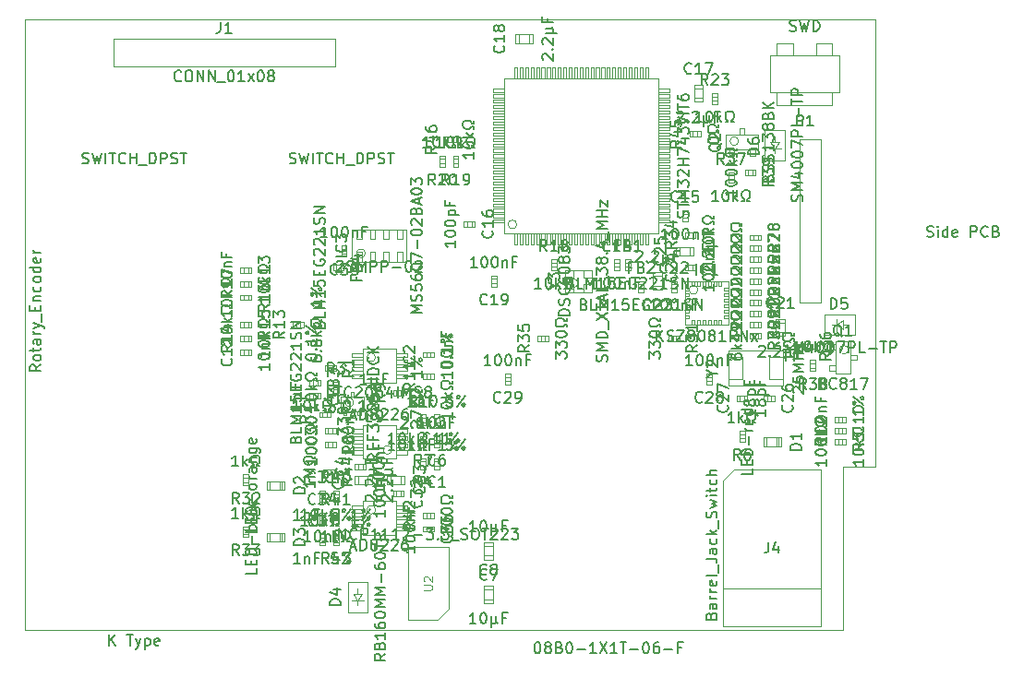
<source format=gbr>
%TF.GenerationSoftware,KiCad,Pcbnew,5.1.5-52549c5~84~ubuntu19.04.1*%
%TF.CreationDate,2020-04-18T11:31:06+00:00*%
%TF.ProjectId,alakol,616c616b-6f6c-42e6-9b69-6361645f7063,rev.1*%
%TF.SameCoordinates,Original*%
%TF.FileFunction,Other,Fab,Top*%
%FSLAX45Y45*%
G04 Gerber Fmt 4.5, Leading zero omitted, Abs format (unit mm)*
G04 Created by KiCad (PCBNEW 5.1.5-52549c5~84~ubuntu19.04.1) date 2020-04-18 11:31:06*
%MOMM*%
%LPD*%
G04 APERTURE LIST*
%ADD10C,0.100000*%
%ADD11C,0.010000*%
%ADD12C,0.150000*%
%ADD13C,0.120000*%
G04 APERTURE END LIST*
D10*
X12200000Y-15400000D02*
X12200000Y-15600000D01*
X19700000Y-15400000D02*
X19700000Y-15600000D01*
X12200000Y-14500000D02*
X12200000Y-15300000D01*
X19700000Y-14600000D02*
X19700000Y-15400000D01*
X12200000Y-15600000D02*
X19700000Y-15600000D01*
X12200000Y-15300000D02*
X12200000Y-15400000D01*
X12200000Y-14400000D02*
X12200000Y-14500000D01*
X12200000Y-10000000D02*
X12200000Y-14400000D01*
X12200000Y-10000000D02*
X18000000Y-10000000D01*
X19500000Y-12600000D02*
X19500000Y-11100000D01*
X19700000Y-14100000D02*
X19700000Y-14600000D01*
X20000000Y-14100000D02*
X19700000Y-14100000D01*
X20000000Y-12600000D02*
X20000000Y-14100000D01*
X20000000Y-10000000D02*
X18000000Y-10000000D01*
X20000000Y-11100000D02*
X20000000Y-10000000D01*
X20000000Y-12600000D02*
X20000000Y-11100000D01*
X19500000Y-11100000D02*
X19300000Y-11100000D01*
X19300000Y-12600000D02*
X19500000Y-12600000D01*
X19300000Y-11100000D02*
X19300000Y-12600000D01*
D11*
X18320000Y-11950000D02*
X18320000Y-12000000D01*
X18280000Y-11950000D02*
X18280000Y-12000000D01*
X18250000Y-12000000D02*
X18250000Y-11950000D01*
X18350000Y-12000000D02*
X18250000Y-12000000D01*
X18350000Y-11950000D02*
X18350000Y-12000000D01*
X18250000Y-11950000D02*
X18350000Y-11950000D01*
X18275000Y-11820000D02*
X18225000Y-11820000D01*
X18275000Y-11780000D02*
X18225000Y-11780000D01*
X18225000Y-11750000D02*
X18275000Y-11750000D01*
X18225000Y-11850000D02*
X18225000Y-11750000D01*
X18275000Y-11850000D02*
X18225000Y-11850000D01*
X18275000Y-11750000D02*
X18275000Y-11850000D01*
X16050000Y-11075000D02*
X16150000Y-11075000D01*
X16150000Y-11075000D02*
X16150000Y-11125000D01*
X16150000Y-11125000D02*
X16050000Y-11125000D01*
X16050000Y-11125000D02*
X16050000Y-11075000D01*
X16080000Y-11075000D02*
X16080000Y-11125000D01*
X16120000Y-11075000D02*
X16120000Y-11125000D01*
X18295000Y-11025000D02*
X18395000Y-11025000D01*
X18395000Y-11025000D02*
X18395000Y-11075000D01*
X18395000Y-11075000D02*
X18295000Y-11075000D01*
X18295000Y-11075000D02*
X18295000Y-11025000D01*
X18325000Y-11025000D02*
X18325000Y-11075000D01*
X18365000Y-11025000D02*
X18365000Y-11075000D01*
X17225000Y-12370000D02*
X17225000Y-12300000D01*
X17155000Y-12370000D02*
X17225000Y-12370000D01*
X17155000Y-12300000D02*
X17155000Y-12370000D01*
X17395000Y-12370000D02*
X17395000Y-12300000D01*
X17325000Y-12370000D02*
X17395000Y-12370000D01*
X17325000Y-12300000D02*
X17325000Y-12370000D01*
X17395000Y-12430000D02*
X17325000Y-12430000D01*
X17395000Y-12500000D02*
X17395000Y-12430000D01*
X17325000Y-12430000D02*
X17325000Y-12500000D01*
X17225000Y-12430000D02*
X17155000Y-12430000D01*
X17225000Y-12500000D02*
X17225000Y-12430000D01*
X17155000Y-12430000D02*
X17155000Y-12500000D01*
X17270000Y-12420000D02*
G75*
G03X17270000Y-12420000I-40000J0D01*
G01*
X17400000Y-12500000D02*
X17150000Y-12500000D01*
X17400000Y-12300000D02*
X17400000Y-12500000D01*
X17150000Y-12300000D02*
X17400000Y-12300000D01*
X17150000Y-12500000D02*
X17150000Y-12300000D01*
X16475000Y-12450000D02*
X16475000Y-12350000D01*
X16475000Y-12350000D02*
X16525000Y-12350000D01*
X16525000Y-12350000D02*
X16525000Y-12450000D01*
X16525000Y-12450000D02*
X16475000Y-12450000D01*
X16475000Y-12420000D02*
X16525000Y-12420000D01*
X16475000Y-12380000D02*
X16525000Y-12380000D01*
D10*
X15250000Y-15275000D02*
X15250000Y-15225000D01*
X15290000Y-15275000D02*
X15250000Y-15335000D01*
X15210000Y-15275000D02*
X15290000Y-15275000D01*
X15250000Y-15335000D02*
X15210000Y-15275000D01*
X15250000Y-15335000D02*
X15305000Y-15335000D01*
X15250000Y-15335000D02*
X15195000Y-15335000D01*
X15250000Y-15375000D02*
X15250000Y-15335000D01*
X15340000Y-15440000D02*
X15160000Y-15440000D01*
X15340000Y-15160000D02*
X15340000Y-15440000D01*
X15160000Y-15160000D02*
X15340000Y-15160000D01*
X15160000Y-15440000D02*
X15160000Y-15160000D01*
D11*
X15950000Y-14125000D02*
X15950000Y-14025000D01*
X15950000Y-14025000D02*
X16000000Y-14025000D01*
X16000000Y-14025000D02*
X16000000Y-14125000D01*
X16000000Y-14125000D02*
X15950000Y-14125000D01*
X15950000Y-14095000D02*
X16000000Y-14095000D01*
X15950000Y-14055000D02*
X16000000Y-14055000D01*
X15850000Y-13050000D02*
X15950000Y-13050000D01*
X15950000Y-13050000D02*
X15950000Y-13100000D01*
X15950000Y-13100000D02*
X15850000Y-13100000D01*
X15850000Y-13100000D02*
X15850000Y-13050000D01*
X15880000Y-13050000D02*
X15880000Y-13100000D01*
X15920000Y-13050000D02*
X15920000Y-13100000D01*
X14840000Y-13480000D02*
X14840000Y-13430000D01*
X14880000Y-13480000D02*
X14880000Y-13430000D01*
X14910000Y-13430000D02*
X14910000Y-13480000D01*
X14810000Y-13430000D02*
X14910000Y-13430000D01*
X14810000Y-13480000D02*
X14810000Y-13430000D01*
X14910000Y-13480000D02*
X14810000Y-13480000D01*
X15225000Y-14075000D02*
X15325000Y-14075000D01*
X15325000Y-14075000D02*
X15325000Y-14125000D01*
X15325000Y-14125000D02*
X15225000Y-14125000D01*
X15225000Y-14125000D02*
X15225000Y-14075000D01*
X15255000Y-14075000D02*
X15255000Y-14125000D01*
X15295000Y-14075000D02*
X15295000Y-14125000D01*
X15345000Y-14185000D02*
X15345000Y-14265000D01*
X15255000Y-14185000D02*
X15255000Y-14265000D01*
X15220000Y-14265000D02*
X15220000Y-14185000D01*
X15380000Y-14265000D02*
X15220000Y-14265000D01*
X15380000Y-14185000D02*
X15380000Y-14265000D01*
X15220000Y-14185000D02*
X15380000Y-14185000D01*
X15950000Y-13925000D02*
X15950000Y-13825000D01*
X15950000Y-13825000D02*
X16000000Y-13825000D01*
X16000000Y-13825000D02*
X16000000Y-13925000D01*
X16000000Y-13925000D02*
X15950000Y-13925000D01*
X15950000Y-13895000D02*
X16000000Y-13895000D01*
X15950000Y-13855000D02*
X16000000Y-13855000D01*
X16410000Y-14955000D02*
X16410000Y-14795000D01*
X16410000Y-14795000D02*
X16490000Y-14795000D01*
X16490000Y-14795000D02*
X16490000Y-14955000D01*
X16490000Y-14955000D02*
X16410000Y-14955000D01*
X16410000Y-14920000D02*
X16490000Y-14920000D01*
X16410000Y-14830000D02*
X16490000Y-14830000D01*
X16490000Y-15195000D02*
X16490000Y-15355000D01*
X16490000Y-15355000D02*
X16410000Y-15355000D01*
X16410000Y-15355000D02*
X16410000Y-15195000D01*
X16410000Y-15195000D02*
X16490000Y-15195000D01*
X16490000Y-15230000D02*
X16410000Y-15230000D01*
X16490000Y-15320000D02*
X16410000Y-15320000D01*
X15375000Y-13525000D02*
X15375000Y-13425000D01*
X15375000Y-13425000D02*
X15425000Y-13425000D01*
X15425000Y-13425000D02*
X15425000Y-13525000D01*
X15425000Y-13525000D02*
X15375000Y-13525000D01*
X15375000Y-13495000D02*
X15425000Y-13495000D01*
X15375000Y-13455000D02*
X15425000Y-13455000D01*
X19725000Y-13700000D02*
X19625000Y-13700000D01*
X19625000Y-13700000D02*
X19625000Y-13650000D01*
X19625000Y-13650000D02*
X19725000Y-13650000D01*
X19725000Y-13650000D02*
X19725000Y-13700000D01*
X19695000Y-13700000D02*
X19695000Y-13650000D01*
X19655000Y-13700000D02*
X19655000Y-13650000D01*
X15950000Y-13655000D02*
X16000000Y-13655000D01*
X15950000Y-13695000D02*
X16000000Y-13695000D01*
X16000000Y-13725000D02*
X15950000Y-13725000D01*
X16000000Y-13625000D02*
X16000000Y-13725000D01*
X15950000Y-13625000D02*
X16000000Y-13625000D01*
X15950000Y-13725000D02*
X15950000Y-13625000D01*
X14175000Y-13025000D02*
X14275000Y-13025000D01*
X14275000Y-13025000D02*
X14275000Y-13075000D01*
X14275000Y-13075000D02*
X14175000Y-13075000D01*
X14175000Y-13075000D02*
X14175000Y-13025000D01*
X14205000Y-13025000D02*
X14205000Y-13075000D01*
X14245000Y-13025000D02*
X14245000Y-13075000D01*
X14205000Y-12325000D02*
X14205000Y-12275000D01*
X14245000Y-12325000D02*
X14245000Y-12275000D01*
X14275000Y-12275000D02*
X14275000Y-12325000D01*
X14175000Y-12275000D02*
X14275000Y-12275000D01*
X14175000Y-12325000D02*
X14175000Y-12275000D01*
X14275000Y-12325000D02*
X14175000Y-12325000D01*
X17650000Y-12200000D02*
X17650000Y-12300000D01*
X17650000Y-12300000D02*
X17600000Y-12300000D01*
X17600000Y-12300000D02*
X17600000Y-12200000D01*
X17600000Y-12200000D02*
X17650000Y-12200000D01*
X17650000Y-12230000D02*
X17600000Y-12230000D01*
X17650000Y-12270000D02*
X17600000Y-12270000D01*
X18415000Y-10720000D02*
X18335000Y-10720000D01*
X18415000Y-10630000D02*
X18335000Y-10630000D01*
X18335000Y-10595000D02*
X18415000Y-10595000D01*
X18335000Y-10755000D02*
X18335000Y-10595000D01*
X18415000Y-10755000D02*
X18335000Y-10755000D01*
X18415000Y-10595000D02*
X18415000Y-10755000D01*
X19075000Y-13500000D02*
X18975000Y-13500000D01*
X18975000Y-13500000D02*
X18975000Y-13450000D01*
X18975000Y-13450000D02*
X19075000Y-13450000D01*
X19075000Y-13450000D02*
X19075000Y-13500000D01*
X19045000Y-13500000D02*
X19045000Y-13450000D01*
X19005000Y-13500000D02*
X19005000Y-13450000D01*
X18725000Y-13450000D02*
X18825000Y-13450000D01*
X18825000Y-13450000D02*
X18825000Y-13500000D01*
X18825000Y-13500000D02*
X18725000Y-13500000D01*
X18725000Y-13500000D02*
X18725000Y-13450000D01*
X18755000Y-13450000D02*
X18755000Y-13500000D01*
X18795000Y-13450000D02*
X18795000Y-13500000D01*
X18450000Y-13280000D02*
X18500000Y-13280000D01*
X18450000Y-13320000D02*
X18500000Y-13320000D01*
X18500000Y-13350000D02*
X18450000Y-13350000D01*
X18500000Y-13250000D02*
X18500000Y-13350000D01*
X18450000Y-13250000D02*
X18500000Y-13250000D01*
X18450000Y-13350000D02*
X18450000Y-13250000D01*
X19130000Y-13915000D02*
X18970000Y-13915000D01*
X18970000Y-13915000D02*
X18970000Y-13835000D01*
X18970000Y-13835000D02*
X19130000Y-13835000D01*
X19130000Y-13835000D02*
X19130000Y-13915000D01*
X19090000Y-13915000D02*
X19090000Y-13835000D01*
X19105000Y-13915000D02*
X19105000Y-13835000D01*
X18995000Y-13915000D02*
X18995000Y-13835000D01*
X14580000Y-14315000D02*
X14420000Y-14315000D01*
X14420000Y-14315000D02*
X14420000Y-14235000D01*
X14420000Y-14235000D02*
X14580000Y-14235000D01*
X14580000Y-14235000D02*
X14580000Y-14315000D01*
X14540000Y-14315000D02*
X14540000Y-14235000D01*
X14555000Y-14315000D02*
X14555000Y-14235000D01*
X14445000Y-14315000D02*
X14445000Y-14235000D01*
X14445000Y-14790000D02*
X14445000Y-14710000D01*
X14555000Y-14790000D02*
X14555000Y-14710000D01*
X14540000Y-14790000D02*
X14540000Y-14710000D01*
X14580000Y-14710000D02*
X14580000Y-14790000D01*
X14420000Y-14710000D02*
X14580000Y-14710000D01*
X14420000Y-14790000D02*
X14420000Y-14710000D01*
X14580000Y-14790000D02*
X14420000Y-14790000D01*
X17750000Y-12270000D02*
X17700000Y-12270000D01*
X17750000Y-12230000D02*
X17700000Y-12230000D01*
X17700000Y-12200000D02*
X17750000Y-12200000D01*
X17700000Y-12300000D02*
X17700000Y-12200000D01*
X17750000Y-12300000D02*
X17700000Y-12300000D01*
X17750000Y-12200000D02*
X17750000Y-12300000D01*
X13011000Y-10173000D02*
X15043000Y-10173000D01*
X15043000Y-10173000D02*
X15043000Y-10427000D01*
X15043000Y-10427000D02*
X13011000Y-10427000D01*
X13011000Y-10427000D02*
X13011000Y-10173000D01*
X19458000Y-10216000D02*
X19458000Y-10330000D01*
X19604000Y-10216000D02*
X19458000Y-10216000D01*
X19604000Y-10330000D02*
X19604000Y-10216000D01*
X19242000Y-10216000D02*
X19242000Y-10330000D01*
X19096000Y-10216000D02*
X19242000Y-10216000D01*
X19096000Y-10330000D02*
X19096000Y-10216000D01*
X19604000Y-10784000D02*
X19604000Y-10670000D01*
X19096000Y-10784000D02*
X19604000Y-10784000D01*
X19096000Y-10670000D02*
X19096000Y-10784000D01*
X19670000Y-10330000D02*
X19030000Y-10330000D01*
X19670000Y-10670000D02*
X19670000Y-10330000D01*
X19030000Y-10670000D02*
X19670000Y-10670000D01*
X19030000Y-10330000D02*
X19030000Y-10670000D01*
X15050000Y-13225000D02*
X14950000Y-13225000D01*
X14950000Y-13225000D02*
X14950000Y-13175000D01*
X14950000Y-13175000D02*
X15050000Y-13175000D01*
X15050000Y-13175000D02*
X15050000Y-13225000D01*
X15020000Y-13225000D02*
X15020000Y-13175000D01*
X14980000Y-13225000D02*
X14980000Y-13175000D01*
X14970000Y-13600000D02*
X14970000Y-13650000D01*
X14930000Y-13600000D02*
X14930000Y-13650000D01*
X14900000Y-13650000D02*
X14900000Y-13600000D01*
X15000000Y-13650000D02*
X14900000Y-13650000D01*
X15000000Y-13600000D02*
X15000000Y-13650000D01*
X14900000Y-13600000D02*
X15000000Y-13600000D01*
X15075000Y-13395000D02*
X15025000Y-13395000D01*
X15075000Y-13355000D02*
X15025000Y-13355000D01*
X15025000Y-13325000D02*
X15075000Y-13325000D01*
X15025000Y-13425000D02*
X15025000Y-13325000D01*
X15075000Y-13425000D02*
X15025000Y-13425000D01*
X15075000Y-13325000D02*
X15075000Y-13425000D01*
X15825000Y-14055000D02*
X15875000Y-14055000D01*
X15825000Y-14095000D02*
X15875000Y-14095000D01*
X15875000Y-14125000D02*
X15825000Y-14125000D01*
X15875000Y-14025000D02*
X15875000Y-14125000D01*
X15825000Y-14025000D02*
X15875000Y-14025000D01*
X15825000Y-14125000D02*
X15825000Y-14025000D01*
X19655000Y-13900000D02*
X19655000Y-13850000D01*
X19695000Y-13900000D02*
X19695000Y-13850000D01*
X19725000Y-13850000D02*
X19725000Y-13900000D01*
X19625000Y-13850000D02*
X19725000Y-13850000D01*
X19625000Y-13900000D02*
X19625000Y-13850000D01*
X19725000Y-13900000D02*
X19625000Y-13900000D01*
X18750000Y-13805000D02*
X18800000Y-13805000D01*
X18750000Y-13845000D02*
X18800000Y-13845000D01*
X18800000Y-13875000D02*
X18750000Y-13875000D01*
X18800000Y-13775000D02*
X18800000Y-13875000D01*
X18750000Y-13775000D02*
X18800000Y-13775000D01*
X18750000Y-13875000D02*
X18750000Y-13775000D01*
X15825000Y-13855000D02*
X15875000Y-13855000D01*
X15825000Y-13895000D02*
X15875000Y-13895000D01*
X15875000Y-13925000D02*
X15825000Y-13925000D01*
X15875000Y-13825000D02*
X15875000Y-13925000D01*
X15825000Y-13825000D02*
X15875000Y-13825000D01*
X15825000Y-13925000D02*
X15825000Y-13825000D01*
X15050000Y-13925000D02*
X14950000Y-13925000D01*
X14950000Y-13925000D02*
X14950000Y-13875000D01*
X14950000Y-13875000D02*
X15050000Y-13875000D01*
X15050000Y-13875000D02*
X15050000Y-13925000D01*
X15020000Y-13925000D02*
X15020000Y-13875000D01*
X14980000Y-13925000D02*
X14980000Y-13875000D01*
X15575000Y-13400000D02*
X15675000Y-13400000D01*
X15675000Y-13400000D02*
X15675000Y-13450000D01*
X15675000Y-13450000D02*
X15575000Y-13450000D01*
X15575000Y-13450000D02*
X15575000Y-13400000D01*
X15605000Y-13400000D02*
X15605000Y-13450000D01*
X15645000Y-13400000D02*
X15645000Y-13450000D01*
X15875000Y-13695000D02*
X15825000Y-13695000D01*
X15875000Y-13655000D02*
X15825000Y-13655000D01*
X15825000Y-13625000D02*
X15875000Y-13625000D01*
X15825000Y-13725000D02*
X15825000Y-13625000D01*
X15875000Y-13725000D02*
X15825000Y-13725000D01*
X15875000Y-13625000D02*
X15875000Y-13725000D01*
X15920000Y-13250000D02*
X15920000Y-13300000D01*
X15880000Y-13250000D02*
X15880000Y-13300000D01*
X15850000Y-13300000D02*
X15850000Y-13250000D01*
X15950000Y-13300000D02*
X15850000Y-13300000D01*
X15950000Y-13250000D02*
X15950000Y-13300000D01*
X15850000Y-13250000D02*
X15950000Y-13250000D01*
X19625000Y-13750000D02*
X19725000Y-13750000D01*
X19725000Y-13750000D02*
X19725000Y-13800000D01*
X19725000Y-13800000D02*
X19625000Y-13800000D01*
X19625000Y-13800000D02*
X19625000Y-13750000D01*
X19655000Y-13750000D02*
X19655000Y-13800000D01*
X19695000Y-13750000D02*
X19695000Y-13800000D01*
X14725000Y-12775000D02*
X14725000Y-12825000D01*
X14685000Y-12775000D02*
X14685000Y-12825000D01*
X14655000Y-12825000D02*
X14655000Y-12775000D01*
X14755000Y-12825000D02*
X14655000Y-12825000D01*
X14755000Y-12775000D02*
X14755000Y-12825000D01*
X14655000Y-12775000D02*
X14755000Y-12775000D01*
X14175000Y-12900000D02*
X14275000Y-12900000D01*
X14275000Y-12900000D02*
X14275000Y-12950000D01*
X14275000Y-12950000D02*
X14175000Y-12950000D01*
X14175000Y-12950000D02*
X14175000Y-12900000D01*
X14205000Y-12900000D02*
X14205000Y-12950000D01*
X14245000Y-12900000D02*
X14245000Y-12950000D01*
X14205000Y-12825000D02*
X14205000Y-12775000D01*
X14245000Y-12825000D02*
X14245000Y-12775000D01*
X14275000Y-12775000D02*
X14275000Y-12825000D01*
X14175000Y-12775000D02*
X14275000Y-12775000D01*
X14175000Y-12825000D02*
X14175000Y-12775000D01*
X14275000Y-12825000D02*
X14175000Y-12825000D01*
X14275000Y-12575000D02*
X14175000Y-12575000D01*
X14175000Y-12575000D02*
X14175000Y-12525000D01*
X14175000Y-12525000D02*
X14275000Y-12525000D01*
X14275000Y-12525000D02*
X14275000Y-12575000D01*
X14245000Y-12575000D02*
X14245000Y-12525000D01*
X14205000Y-12575000D02*
X14205000Y-12525000D01*
X14245000Y-12400000D02*
X14245000Y-12450000D01*
X14205000Y-12400000D02*
X14205000Y-12450000D01*
X14175000Y-12450000D02*
X14175000Y-12400000D01*
X14275000Y-12450000D02*
X14175000Y-12450000D01*
X14275000Y-12400000D02*
X14275000Y-12450000D01*
X14175000Y-12400000D02*
X14275000Y-12400000D01*
X17075000Y-12200000D02*
X17075000Y-12300000D01*
X17075000Y-12300000D02*
X17025000Y-12300000D01*
X17025000Y-12300000D02*
X17025000Y-12200000D01*
X17025000Y-12200000D02*
X17075000Y-12200000D01*
X17075000Y-12230000D02*
X17025000Y-12230000D01*
X17075000Y-12270000D02*
X17025000Y-12270000D01*
X16125000Y-11350000D02*
X16125000Y-11250000D01*
X16125000Y-11250000D02*
X16175000Y-11250000D01*
X16175000Y-11250000D02*
X16175000Y-11350000D01*
X16175000Y-11350000D02*
X16125000Y-11350000D01*
X16125000Y-11320000D02*
X16175000Y-11320000D01*
X16125000Y-11280000D02*
X16175000Y-11280000D01*
X16000000Y-11280000D02*
X16050000Y-11280000D01*
X16000000Y-11320000D02*
X16050000Y-11320000D01*
X16050000Y-11350000D02*
X16000000Y-11350000D01*
X16050000Y-11250000D02*
X16050000Y-11350000D01*
X16000000Y-11250000D02*
X16050000Y-11250000D01*
X16000000Y-11350000D02*
X16000000Y-11250000D01*
X18950000Y-12725000D02*
X18850000Y-12725000D01*
X18850000Y-12725000D02*
X18850000Y-12675000D01*
X18850000Y-12675000D02*
X18950000Y-12675000D01*
X18950000Y-12675000D02*
X18950000Y-12725000D01*
X18920000Y-12725000D02*
X18920000Y-12675000D01*
X18880000Y-12725000D02*
X18880000Y-12675000D01*
X18880000Y-12625000D02*
X18880000Y-12575000D01*
X18920000Y-12625000D02*
X18920000Y-12575000D01*
X18950000Y-12575000D02*
X18950000Y-12625000D01*
X18850000Y-12575000D02*
X18950000Y-12575000D01*
X18850000Y-12625000D02*
X18850000Y-12575000D01*
X18950000Y-12625000D02*
X18850000Y-12625000D01*
X18550000Y-10675000D02*
X18550000Y-10775000D01*
X18550000Y-10775000D02*
X18500000Y-10775000D01*
X18500000Y-10775000D02*
X18500000Y-10675000D01*
X18500000Y-10675000D02*
X18550000Y-10675000D01*
X18550000Y-10705000D02*
X18500000Y-10705000D01*
X18550000Y-10745000D02*
X18500000Y-10745000D01*
X18880000Y-12425000D02*
X18880000Y-12375000D01*
X18920000Y-12425000D02*
X18920000Y-12375000D01*
X18950000Y-12375000D02*
X18950000Y-12425000D01*
X18850000Y-12375000D02*
X18950000Y-12375000D01*
X18850000Y-12425000D02*
X18850000Y-12375000D01*
X18950000Y-12425000D02*
X18850000Y-12425000D01*
X18950000Y-12325000D02*
X18850000Y-12325000D01*
X18850000Y-12325000D02*
X18850000Y-12275000D01*
X18850000Y-12275000D02*
X18950000Y-12275000D01*
X18950000Y-12275000D02*
X18950000Y-12325000D01*
X18920000Y-12325000D02*
X18920000Y-12275000D01*
X18880000Y-12325000D02*
X18880000Y-12275000D01*
X18880000Y-12225000D02*
X18880000Y-12175000D01*
X18920000Y-12225000D02*
X18920000Y-12175000D01*
X18950000Y-12175000D02*
X18950000Y-12225000D01*
X18850000Y-12175000D02*
X18950000Y-12175000D01*
X18850000Y-12225000D02*
X18850000Y-12175000D01*
X18950000Y-12225000D02*
X18850000Y-12225000D01*
X18950000Y-12125000D02*
X18850000Y-12125000D01*
X18850000Y-12125000D02*
X18850000Y-12075000D01*
X18850000Y-12075000D02*
X18950000Y-12075000D01*
X18950000Y-12075000D02*
X18950000Y-12125000D01*
X18920000Y-12125000D02*
X18920000Y-12075000D01*
X18880000Y-12125000D02*
X18880000Y-12075000D01*
X18950000Y-12025000D02*
X18850000Y-12025000D01*
X18850000Y-12025000D02*
X18850000Y-11975000D01*
X18850000Y-11975000D02*
X18950000Y-11975000D01*
X18950000Y-11975000D02*
X18950000Y-12025000D01*
X18920000Y-12025000D02*
X18920000Y-11975000D01*
X18880000Y-12025000D02*
X18880000Y-11975000D01*
X18950000Y-12825000D02*
X18850000Y-12825000D01*
X18850000Y-12825000D02*
X18850000Y-12775000D01*
X18850000Y-12775000D02*
X18950000Y-12775000D01*
X18950000Y-12775000D02*
X18950000Y-12825000D01*
X18920000Y-12825000D02*
X18920000Y-12775000D01*
X18880000Y-12825000D02*
X18880000Y-12775000D01*
X18880000Y-12925000D02*
X18880000Y-12875000D01*
X18920000Y-12925000D02*
X18920000Y-12875000D01*
X18950000Y-12875000D02*
X18950000Y-12925000D01*
X18850000Y-12875000D02*
X18950000Y-12875000D01*
X18850000Y-12925000D02*
X18850000Y-12875000D01*
X18950000Y-12925000D02*
X18850000Y-12925000D01*
X18200000Y-12950000D02*
X18100000Y-12950000D01*
X18100000Y-12950000D02*
X18100000Y-12900000D01*
X18100000Y-12900000D02*
X18200000Y-12900000D01*
X18200000Y-12900000D02*
X18200000Y-12950000D01*
X18170000Y-12950000D02*
X18170000Y-12900000D01*
X18130000Y-12950000D02*
X18130000Y-12900000D01*
X14200000Y-14205000D02*
X14250000Y-14205000D01*
X14200000Y-14245000D02*
X14250000Y-14245000D01*
X14250000Y-14275000D02*
X14200000Y-14275000D01*
X14250000Y-14175000D02*
X14250000Y-14275000D01*
X14200000Y-14175000D02*
X14250000Y-14175000D01*
X14200000Y-14275000D02*
X14200000Y-14175000D01*
X14200000Y-14680000D02*
X14250000Y-14680000D01*
X14200000Y-14720000D02*
X14250000Y-14720000D01*
X14250000Y-14750000D02*
X14200000Y-14750000D01*
X14250000Y-14650000D02*
X14250000Y-14750000D01*
X14200000Y-14650000D02*
X14250000Y-14650000D01*
X14200000Y-14750000D02*
X14200000Y-14650000D01*
X15705000Y-13096500D02*
X15605000Y-13096500D01*
X15705000Y-13058500D02*
X15705000Y-13096500D01*
X15605000Y-13058500D02*
X15705000Y-13058500D01*
X15705000Y-13161500D02*
X15605000Y-13161500D01*
X15705000Y-13123500D02*
X15705000Y-13161500D01*
X15605000Y-13123500D02*
X15705000Y-13123500D01*
X15705000Y-13226500D02*
X15605000Y-13226500D01*
X15705000Y-13188500D02*
X15705000Y-13226500D01*
X15605000Y-13188500D02*
X15705000Y-13188500D01*
X15705000Y-13291500D02*
X15605000Y-13291500D01*
X15705000Y-13253500D02*
X15705000Y-13291500D01*
X15605000Y-13253500D02*
X15705000Y-13253500D01*
X15195000Y-13291500D02*
X15195000Y-13253500D01*
X15295000Y-13291500D02*
X15195000Y-13291500D01*
X15195000Y-13253500D02*
X15295000Y-13253500D01*
X15195000Y-13226500D02*
X15195000Y-13188500D01*
X15295000Y-13226500D02*
X15195000Y-13226500D01*
X15195000Y-13188500D02*
X15295000Y-13188500D01*
X15195000Y-13161500D02*
X15195000Y-13123500D01*
X15295000Y-13161500D02*
X15195000Y-13161500D01*
X15195000Y-13123500D02*
X15295000Y-13123500D01*
X15195000Y-13096500D02*
X15195000Y-13058500D01*
X15295000Y-13096500D02*
X15195000Y-13096500D01*
X15195000Y-13058500D02*
X15295000Y-13058500D01*
X15415000Y-13100000D02*
G75*
G03X15415000Y-13100000I-40000J0D01*
G01*
X15295000Y-13330000D02*
X15295000Y-13020000D01*
X15605000Y-13330000D02*
X15295000Y-13330000D01*
X15605000Y-13020000D02*
X15605000Y-13330000D01*
X15295000Y-13020000D02*
X15605000Y-13020000D01*
D10*
X16085000Y-15410000D02*
X15985000Y-15510000D01*
X16085000Y-15410000D02*
X16085000Y-14840000D01*
X15985000Y-15510000D02*
X15715000Y-15510000D01*
X16085000Y-14840000D02*
X15715000Y-14840000D01*
X15715000Y-15510000D02*
X15715000Y-14840000D01*
D11*
X15605000Y-14030000D02*
X15295000Y-14030000D01*
X15295000Y-14030000D02*
X15295000Y-13720000D01*
X15295000Y-13720000D02*
X15605000Y-13720000D01*
X15605000Y-13720000D02*
X15605000Y-14030000D01*
X15565000Y-13950000D02*
G75*
G03X15565000Y-13950000I-40000J0D01*
G01*
X15705000Y-13991500D02*
X15605000Y-13991500D01*
X15605000Y-13953500D02*
X15705000Y-13953500D01*
X15705000Y-13953500D02*
X15705000Y-13991500D01*
X15705000Y-13926500D02*
X15605000Y-13926500D01*
X15605000Y-13888500D02*
X15705000Y-13888500D01*
X15705000Y-13888500D02*
X15705000Y-13926500D01*
X15705000Y-13861500D02*
X15605000Y-13861500D01*
X15605000Y-13823500D02*
X15705000Y-13823500D01*
X15705000Y-13823500D02*
X15705000Y-13861500D01*
X15705000Y-13796500D02*
X15605000Y-13796500D01*
X15605000Y-13758500D02*
X15705000Y-13758500D01*
X15705000Y-13758500D02*
X15705000Y-13796500D01*
X15295000Y-13796500D02*
X15195000Y-13796500D01*
X15195000Y-13796500D02*
X15195000Y-13758500D01*
X15195000Y-13758500D02*
X15295000Y-13758500D01*
X15295000Y-13861500D02*
X15195000Y-13861500D01*
X15195000Y-13861500D02*
X15195000Y-13823500D01*
X15195000Y-13823500D02*
X15295000Y-13823500D01*
X15295000Y-13926500D02*
X15195000Y-13926500D01*
X15195000Y-13926500D02*
X15195000Y-13888500D01*
X15195000Y-13888500D02*
X15295000Y-13888500D01*
X15295000Y-13991500D02*
X15195000Y-13991500D01*
X15195000Y-13991500D02*
X15195000Y-13953500D01*
X15195000Y-13953500D02*
X15295000Y-13953500D01*
X15095000Y-13592500D02*
X15095000Y-13457500D01*
X15095000Y-13457500D02*
X15305000Y-13457500D01*
X15305000Y-13457500D02*
X15305000Y-13592500D01*
X15305000Y-13592500D02*
X15095000Y-13592500D01*
X15215000Y-13512500D02*
G75*
G03X15215000Y-13512500I-40000J0D01*
G01*
X15120000Y-13632500D02*
X15120000Y-13592500D01*
X15150000Y-13592500D02*
X15150000Y-13632500D01*
X15150000Y-13632500D02*
X15120000Y-13632500D01*
X15250000Y-13632500D02*
X15250000Y-13592500D01*
X15280000Y-13592500D02*
X15280000Y-13632500D01*
X15280000Y-13632500D02*
X15250000Y-13632500D01*
X15185000Y-13457500D02*
X15185000Y-13417500D01*
X15185000Y-13417500D02*
X15215000Y-13417500D01*
X15215000Y-13417500D02*
X15215000Y-13457500D01*
X18650000Y-13040000D02*
X19150000Y-13040000D01*
X19150000Y-13040000D02*
X19150000Y-13360000D01*
X19150000Y-13360000D02*
X18650000Y-13360000D01*
X18650000Y-13360000D02*
X18650000Y-13040000D01*
X18780000Y-13100000D02*
X18780000Y-13300000D01*
X18780000Y-13100000D02*
X18650000Y-13100000D01*
X18780000Y-13300000D02*
X18650000Y-13300000D01*
X19020000Y-13100000D02*
X19020000Y-13300000D01*
X19020000Y-13100000D02*
X19150000Y-13100000D01*
X19020000Y-13300000D02*
X19150000Y-13300000D01*
X16600000Y-13350000D02*
X16600000Y-13250000D01*
X16600000Y-13250000D02*
X16650000Y-13250000D01*
X16650000Y-13250000D02*
X16650000Y-13350000D01*
X16650000Y-13350000D02*
X16600000Y-13350000D01*
X16600000Y-13320000D02*
X16650000Y-13320000D01*
X16600000Y-13280000D02*
X16650000Y-13280000D01*
X14950000Y-13750000D02*
X15050000Y-13750000D01*
X15050000Y-13750000D02*
X15050000Y-13800000D01*
X15050000Y-13800000D02*
X14950000Y-13800000D01*
X14950000Y-13800000D02*
X14950000Y-13750000D01*
X14980000Y-13750000D02*
X14980000Y-13800000D01*
X15020000Y-13750000D02*
X15020000Y-13800000D01*
X14950000Y-14325000D02*
X14950000Y-14425000D01*
X14950000Y-14425000D02*
X14900000Y-14425000D01*
X14900000Y-14425000D02*
X14900000Y-14325000D01*
X14900000Y-14325000D02*
X14950000Y-14325000D01*
X14950000Y-14355000D02*
X14900000Y-14355000D01*
X14950000Y-14395000D02*
X14900000Y-14395000D01*
X15675000Y-14375000D02*
X15575000Y-14375000D01*
X15575000Y-14375000D02*
X15575000Y-14325000D01*
X15575000Y-14325000D02*
X15675000Y-14325000D01*
X15675000Y-14325000D02*
X15675000Y-14375000D01*
X15645000Y-14375000D02*
X15645000Y-14325000D01*
X15605000Y-14375000D02*
X15605000Y-14325000D01*
X15680000Y-14265000D02*
X15520000Y-14265000D01*
X15520000Y-14265000D02*
X15520000Y-14185000D01*
X15520000Y-14185000D02*
X15680000Y-14185000D01*
X15680000Y-14185000D02*
X15680000Y-14265000D01*
X15645000Y-14265000D02*
X15645000Y-14185000D01*
X15555000Y-14265000D02*
X15555000Y-14185000D01*
X14950000Y-14525000D02*
X14950000Y-14625000D01*
X14950000Y-14625000D02*
X14900000Y-14625000D01*
X14900000Y-14625000D02*
X14900000Y-14525000D01*
X14900000Y-14525000D02*
X14950000Y-14525000D01*
X14950000Y-14555000D02*
X14900000Y-14555000D01*
X14950000Y-14595000D02*
X14900000Y-14595000D01*
X15100000Y-12175000D02*
X15100000Y-12075000D01*
X15100000Y-12075000D02*
X15150000Y-12075000D01*
X15150000Y-12075000D02*
X15150000Y-12175000D01*
X15150000Y-12175000D02*
X15100000Y-12175000D01*
X15100000Y-12145000D02*
X15150000Y-12145000D01*
X15100000Y-12105000D02*
X15150000Y-12105000D01*
X15880000Y-14700000D02*
X15880000Y-14650000D01*
X15920000Y-14700000D02*
X15920000Y-14650000D01*
X15950000Y-14650000D02*
X15950000Y-14700000D01*
X15850000Y-14650000D02*
X15950000Y-14650000D01*
X15850000Y-14700000D02*
X15850000Y-14650000D01*
X15950000Y-14700000D02*
X15850000Y-14700000D01*
X14950000Y-14795000D02*
X14900000Y-14795000D01*
X14950000Y-14755000D02*
X14900000Y-14755000D01*
X14900000Y-14725000D02*
X14950000Y-14725000D01*
X14900000Y-14825000D02*
X14900000Y-14725000D01*
X14950000Y-14825000D02*
X14900000Y-14825000D01*
X14950000Y-14725000D02*
X14950000Y-14825000D01*
X17875000Y-12400000D02*
X17875000Y-12500000D01*
X17875000Y-12500000D02*
X17825000Y-12500000D01*
X17825000Y-12500000D02*
X17825000Y-12400000D01*
X17825000Y-12400000D02*
X17875000Y-12400000D01*
X17875000Y-12430000D02*
X17825000Y-12430000D01*
X17875000Y-12470000D02*
X17825000Y-12470000D01*
X14910000Y-13355000D02*
X14810000Y-13355000D01*
X14810000Y-13355000D02*
X14810000Y-13305000D01*
X14810000Y-13305000D02*
X14910000Y-13305000D01*
X14910000Y-13305000D02*
X14910000Y-13355000D01*
X14880000Y-13355000D02*
X14880000Y-13305000D01*
X14840000Y-13355000D02*
X14840000Y-13305000D01*
X15125000Y-12300000D02*
X15025000Y-12300000D01*
X15025000Y-12300000D02*
X15025000Y-12250000D01*
X15025000Y-12250000D02*
X15125000Y-12250000D01*
X15125000Y-12250000D02*
X15125000Y-12300000D01*
X15095000Y-12300000D02*
X15095000Y-12250000D01*
X15055000Y-12300000D02*
X15055000Y-12250000D01*
X15200000Y-12225000D02*
X15200000Y-11925000D01*
X15200000Y-11925000D02*
X15700000Y-11925000D01*
X15700000Y-11925000D02*
X15700000Y-12225000D01*
X15700000Y-12225000D02*
X15200000Y-12225000D01*
X15320000Y-12145000D02*
G75*
G03X15320000Y-12145000I-40000J0D01*
G01*
X15237500Y-12135000D02*
X15237500Y-12225000D01*
X15287500Y-12225000D02*
X15287500Y-12135000D01*
X15287500Y-12135000D02*
X15237500Y-12135000D01*
X15362500Y-12135000D02*
X15362500Y-12225000D01*
X15412500Y-12225000D02*
X15412500Y-12135000D01*
X15412500Y-12135000D02*
X15362500Y-12135000D01*
X15487500Y-12135000D02*
X15487500Y-12225000D01*
X15537500Y-12225000D02*
X15537500Y-12135000D01*
X15537500Y-12135000D02*
X15487500Y-12135000D01*
X15612500Y-12135000D02*
X15612500Y-12225000D01*
X15662500Y-12225000D02*
X15662500Y-12135000D01*
X15662500Y-12135000D02*
X15612500Y-12135000D01*
X15612500Y-11925000D02*
X15612500Y-12015000D01*
X15612500Y-12015000D02*
X15662500Y-12015000D01*
X15662500Y-12015000D02*
X15662500Y-11925000D01*
X15487500Y-11925000D02*
X15487500Y-12015000D01*
X15487500Y-12015000D02*
X15537500Y-12015000D01*
X15537500Y-12015000D02*
X15537500Y-11925000D01*
X15362500Y-11925000D02*
X15362500Y-12015000D01*
X15362500Y-12015000D02*
X15412500Y-12015000D01*
X15412500Y-12015000D02*
X15412500Y-11925000D01*
X15237500Y-11925000D02*
X15237500Y-12015000D01*
X15237500Y-12015000D02*
X15287500Y-12015000D01*
X15287500Y-12015000D02*
X15287500Y-11925000D01*
D10*
X19500000Y-14130000D02*
X19500000Y-15570000D01*
X19500000Y-15570000D02*
X18600000Y-15570000D01*
X18600000Y-15570000D02*
X18600000Y-14230000D01*
X18600000Y-14230000D02*
X18700000Y-14130000D01*
X18700000Y-14130000D02*
X19500000Y-14130000D01*
X18600000Y-15220000D02*
X19500000Y-15220000D01*
D11*
X16970000Y-12900000D02*
X16970000Y-12950000D01*
X16930000Y-12900000D02*
X16930000Y-12950000D01*
X16900000Y-12950000D02*
X16900000Y-12900000D01*
X17000000Y-12950000D02*
X16900000Y-12950000D01*
X17000000Y-12900000D02*
X17000000Y-12950000D01*
X16900000Y-12900000D02*
X17000000Y-12900000D01*
X19355000Y-13025000D02*
X19355000Y-12975000D01*
X19395000Y-13025000D02*
X19395000Y-12975000D01*
X19425000Y-12975000D02*
X19425000Y-13025000D01*
X19325000Y-12975000D02*
X19425000Y-12975000D01*
X19325000Y-13025000D02*
X19325000Y-12975000D01*
X19425000Y-13025000D02*
X19325000Y-13025000D01*
X18700000Y-11470000D02*
X18650000Y-11470000D01*
X18700000Y-11430000D02*
X18650000Y-11430000D01*
X18650000Y-11400000D02*
X18700000Y-11400000D01*
X18650000Y-11500000D02*
X18650000Y-11400000D01*
X18700000Y-11500000D02*
X18650000Y-11500000D01*
X18700000Y-11400000D02*
X18700000Y-11500000D01*
X19400000Y-13155000D02*
X19450000Y-13155000D01*
X19400000Y-13195000D02*
X19450000Y-13195000D01*
X19450000Y-13225000D02*
X19400000Y-13225000D01*
X19450000Y-13125000D02*
X19450000Y-13225000D01*
X19400000Y-13125000D02*
X19450000Y-13125000D01*
X19400000Y-13225000D02*
X19400000Y-13125000D01*
X18900000Y-11425000D02*
X18800000Y-11425000D01*
X18800000Y-11425000D02*
X18800000Y-11375000D01*
X18800000Y-11375000D02*
X18900000Y-11375000D01*
X18900000Y-11375000D02*
X18900000Y-11425000D01*
X18870000Y-11425000D02*
X18870000Y-11375000D01*
X18830000Y-11425000D02*
X18830000Y-11375000D01*
X15075000Y-14395000D02*
X15025000Y-14395000D01*
X15075000Y-14355000D02*
X15025000Y-14355000D01*
X15025000Y-14325000D02*
X15075000Y-14325000D01*
X15025000Y-14425000D02*
X15025000Y-14325000D01*
X15075000Y-14425000D02*
X15025000Y-14425000D01*
X15075000Y-14325000D02*
X15075000Y-14425000D01*
X15075000Y-14595000D02*
X15025000Y-14595000D01*
X15075000Y-14555000D02*
X15025000Y-14555000D01*
X15025000Y-14525000D02*
X15075000Y-14525000D01*
X15025000Y-14625000D02*
X15025000Y-14525000D01*
X15075000Y-14625000D02*
X15025000Y-14625000D01*
X15075000Y-14525000D02*
X15075000Y-14625000D01*
X15920000Y-14525000D02*
X15920000Y-14575000D01*
X15880000Y-14525000D02*
X15880000Y-14575000D01*
X15850000Y-14575000D02*
X15850000Y-14525000D01*
X15950000Y-14575000D02*
X15850000Y-14575000D01*
X15950000Y-14525000D02*
X15950000Y-14575000D01*
X15850000Y-14525000D02*
X15950000Y-14525000D01*
X15025000Y-14825000D02*
X15025000Y-14725000D01*
X15025000Y-14725000D02*
X15075000Y-14725000D01*
X15075000Y-14725000D02*
X15075000Y-14825000D01*
X15075000Y-14825000D02*
X15025000Y-14825000D01*
X15025000Y-14795000D02*
X15075000Y-14795000D01*
X15025000Y-14755000D02*
X15075000Y-14755000D01*
X14965000Y-14175000D02*
X14965000Y-14125000D01*
X15005000Y-14175000D02*
X15005000Y-14125000D01*
X15035000Y-14125000D02*
X15035000Y-14175000D01*
X14935000Y-14125000D02*
X15035000Y-14125000D01*
X14935000Y-14175000D02*
X14935000Y-14125000D01*
X15035000Y-14175000D02*
X14935000Y-14175000D01*
X15295000Y-14420000D02*
X15605000Y-14420000D01*
X15605000Y-14420000D02*
X15605000Y-14730000D01*
X15605000Y-14730000D02*
X15295000Y-14730000D01*
X15295000Y-14730000D02*
X15295000Y-14420000D01*
X15415000Y-14500000D02*
G75*
G03X15415000Y-14500000I-40000J0D01*
G01*
X15195000Y-14458500D02*
X15295000Y-14458500D01*
X15295000Y-14496500D02*
X15195000Y-14496500D01*
X15195000Y-14496500D02*
X15195000Y-14458500D01*
X15195000Y-14523500D02*
X15295000Y-14523500D01*
X15295000Y-14561500D02*
X15195000Y-14561500D01*
X15195000Y-14561500D02*
X15195000Y-14523500D01*
X15195000Y-14588500D02*
X15295000Y-14588500D01*
X15295000Y-14626500D02*
X15195000Y-14626500D01*
X15195000Y-14626500D02*
X15195000Y-14588500D01*
X15195000Y-14653500D02*
X15295000Y-14653500D01*
X15295000Y-14691500D02*
X15195000Y-14691500D01*
X15195000Y-14691500D02*
X15195000Y-14653500D01*
X15605000Y-14653500D02*
X15705000Y-14653500D01*
X15705000Y-14653500D02*
X15705000Y-14691500D01*
X15705000Y-14691500D02*
X15605000Y-14691500D01*
X15605000Y-14588500D02*
X15705000Y-14588500D01*
X15705000Y-14588500D02*
X15705000Y-14626500D01*
X15705000Y-14626500D02*
X15605000Y-14626500D01*
X15605000Y-14523500D02*
X15705000Y-14523500D01*
X15705000Y-14523500D02*
X15705000Y-14561500D01*
X15705000Y-14561500D02*
X15605000Y-14561500D01*
X15605000Y-14458500D02*
X15705000Y-14458500D01*
X15705000Y-14458500D02*
X15705000Y-14496500D01*
X15705000Y-14496500D02*
X15605000Y-14496500D01*
X16255000Y-11900000D02*
X16255000Y-11850000D01*
X16295000Y-11900000D02*
X16295000Y-11850000D01*
X16325000Y-11850000D02*
X16325000Y-11900000D01*
X16225000Y-11850000D02*
X16325000Y-11850000D01*
X16225000Y-11900000D02*
X16225000Y-11850000D01*
X16325000Y-11900000D02*
X16225000Y-11900000D01*
X16820000Y-10135000D02*
X16820000Y-10215000D01*
X16730000Y-10135000D02*
X16730000Y-10215000D01*
X16695000Y-10215000D02*
X16695000Y-10135000D01*
X16855000Y-10215000D02*
X16695000Y-10215000D01*
X16855000Y-10135000D02*
X16855000Y-10215000D01*
X16695000Y-10135000D02*
X16855000Y-10135000D01*
X18920000Y-12475000D02*
X18920000Y-12525000D01*
X18880000Y-12475000D02*
X18880000Y-12525000D01*
X18850000Y-12525000D02*
X18850000Y-12475000D01*
X18950000Y-12525000D02*
X18850000Y-12525000D01*
X18950000Y-12475000D02*
X18950000Y-12525000D01*
X18850000Y-12475000D02*
X18950000Y-12475000D01*
X19165000Y-12745000D02*
X19165000Y-12905000D01*
X19165000Y-12905000D02*
X19085000Y-12905000D01*
X19085000Y-12905000D02*
X19085000Y-12745000D01*
X19085000Y-12745000D02*
X19165000Y-12745000D01*
X19165000Y-12780000D02*
X19085000Y-12780000D01*
X19165000Y-12870000D02*
X19085000Y-12870000D01*
X18175000Y-12400000D02*
X18175000Y-12500000D01*
X18175000Y-12500000D02*
X18125000Y-12500000D01*
X18125000Y-12500000D02*
X18125000Y-12400000D01*
X18125000Y-12400000D02*
X18175000Y-12400000D01*
X18175000Y-12430000D02*
X18125000Y-12430000D01*
X18175000Y-12470000D02*
X18125000Y-12470000D01*
X17960000Y-12480000D02*
X17960000Y-12320000D01*
X17960000Y-12320000D02*
X18040000Y-12320000D01*
X18040000Y-12320000D02*
X18040000Y-12480000D01*
X18040000Y-12480000D02*
X17960000Y-12480000D01*
X17960000Y-12445000D02*
X18040000Y-12445000D01*
X17960000Y-12355000D02*
X18040000Y-12355000D01*
X18250000Y-12250000D02*
X18350000Y-12250000D01*
X18350000Y-12250000D02*
X18350000Y-12300000D01*
X18350000Y-12300000D02*
X18250000Y-12300000D01*
X18250000Y-12300000D02*
X18250000Y-12250000D01*
X18280000Y-12250000D02*
X18280000Y-12300000D01*
X18320000Y-12250000D02*
X18320000Y-12300000D01*
X18295000Y-12085000D02*
X18295000Y-12165000D01*
X18205000Y-12085000D02*
X18205000Y-12165000D01*
X18170000Y-12165000D02*
X18170000Y-12085000D01*
X18330000Y-12165000D02*
X18170000Y-12165000D01*
X18330000Y-12085000D02*
X18330000Y-12165000D01*
X18170000Y-12085000D02*
X18330000Y-12085000D01*
X18250000Y-12400000D02*
X18650000Y-12400000D01*
X18650000Y-12400000D02*
X18650000Y-12800000D01*
X18650000Y-12800000D02*
X18250000Y-12800000D01*
X18250000Y-12800000D02*
X18250000Y-12400000D01*
X18370000Y-12480000D02*
G75*
G03X18370000Y-12480000I-40000J0D01*
G01*
X18290000Y-12462500D02*
X18250000Y-12462500D01*
X18250000Y-12487500D02*
X18290000Y-12487500D01*
X18290000Y-12487500D02*
X18290000Y-12462500D01*
X18290000Y-12512500D02*
X18250000Y-12512500D01*
X18250000Y-12537500D02*
X18290000Y-12537500D01*
X18290000Y-12537500D02*
X18290000Y-12512500D01*
X18290000Y-12562500D02*
X18250000Y-12562500D01*
X18250000Y-12587500D02*
X18290000Y-12587500D01*
X18290000Y-12587500D02*
X18290000Y-12562500D01*
X18290000Y-12612500D02*
X18250000Y-12612500D01*
X18250000Y-12637500D02*
X18290000Y-12637500D01*
X18290000Y-12637500D02*
X18290000Y-12612500D01*
X18290000Y-12662500D02*
X18250000Y-12662500D01*
X18250000Y-12687500D02*
X18290000Y-12687500D01*
X18290000Y-12687500D02*
X18290000Y-12662500D01*
X18290000Y-12712500D02*
X18250000Y-12712500D01*
X18250000Y-12737500D02*
X18290000Y-12737500D01*
X18290000Y-12737500D02*
X18290000Y-12712500D01*
X18650000Y-12712500D02*
X18610000Y-12712500D01*
X18610000Y-12712500D02*
X18610000Y-12737500D01*
X18610000Y-12737500D02*
X18650000Y-12737500D01*
X18650000Y-12662500D02*
X18610000Y-12662500D01*
X18610000Y-12662500D02*
X18610000Y-12687500D01*
X18610000Y-12687500D02*
X18650000Y-12687500D01*
X18650000Y-12612500D02*
X18610000Y-12612500D01*
X18610000Y-12612500D02*
X18610000Y-12637500D01*
X18610000Y-12637500D02*
X18650000Y-12637500D01*
X18650000Y-12562500D02*
X18610000Y-12562500D01*
X18610000Y-12562500D02*
X18610000Y-12587500D01*
X18610000Y-12587500D02*
X18650000Y-12587500D01*
X18650000Y-12512500D02*
X18610000Y-12512500D01*
X18610000Y-12512500D02*
X18610000Y-12537500D01*
X18610000Y-12537500D02*
X18650000Y-12537500D01*
X18650000Y-12462500D02*
X18610000Y-12462500D01*
X18610000Y-12462500D02*
X18610000Y-12487500D01*
X18610000Y-12487500D02*
X18650000Y-12487500D01*
X18562500Y-12440000D02*
X18587500Y-12440000D01*
X18587500Y-12440000D02*
X18587500Y-12400000D01*
X18562500Y-12400000D02*
X18562500Y-12440000D01*
X18512500Y-12440000D02*
X18537500Y-12440000D01*
X18537500Y-12440000D02*
X18537500Y-12400000D01*
X18512500Y-12400000D02*
X18512500Y-12440000D01*
X18462500Y-12440000D02*
X18487500Y-12440000D01*
X18487500Y-12440000D02*
X18487500Y-12400000D01*
X18462500Y-12400000D02*
X18462500Y-12440000D01*
X18412500Y-12440000D02*
X18437500Y-12440000D01*
X18437500Y-12440000D02*
X18437500Y-12400000D01*
X18412500Y-12400000D02*
X18412500Y-12440000D01*
X18362500Y-12440000D02*
X18387500Y-12440000D01*
X18387500Y-12440000D02*
X18387500Y-12400000D01*
X18362500Y-12400000D02*
X18362500Y-12440000D01*
X18312500Y-12440000D02*
X18337500Y-12440000D01*
X18337500Y-12440000D02*
X18337500Y-12400000D01*
X18312500Y-12400000D02*
X18312500Y-12440000D01*
X18337500Y-12800000D02*
X18337500Y-12760000D01*
X18337500Y-12760000D02*
X18312500Y-12760000D01*
X18312500Y-12760000D02*
X18312500Y-12800000D01*
X18387500Y-12800000D02*
X18387500Y-12760000D01*
X18387500Y-12760000D02*
X18362500Y-12760000D01*
X18362500Y-12760000D02*
X18362500Y-12800000D01*
X18437500Y-12800000D02*
X18437500Y-12760000D01*
X18437500Y-12760000D02*
X18412500Y-12760000D01*
X18412500Y-12760000D02*
X18412500Y-12800000D01*
X18487500Y-12800000D02*
X18487500Y-12760000D01*
X18487500Y-12760000D02*
X18462500Y-12760000D01*
X18462500Y-12760000D02*
X18462500Y-12800000D01*
X18537500Y-12800000D02*
X18537500Y-12760000D01*
X18537500Y-12760000D02*
X18512500Y-12760000D01*
X18512500Y-12760000D02*
X18512500Y-12800000D01*
X18587500Y-12800000D02*
X18587500Y-12760000D01*
X18587500Y-12760000D02*
X18562500Y-12760000D01*
X18562500Y-12760000D02*
X18562500Y-12800000D01*
X16590000Y-11960000D02*
X16590000Y-10540000D01*
X16590000Y-10540000D02*
X18010000Y-10540000D01*
X18010000Y-10540000D02*
X18010000Y-11960000D01*
X18010000Y-11960000D02*
X16590000Y-11960000D01*
X16710000Y-11880000D02*
G75*
G03X16710000Y-11880000I-40000J0D01*
G01*
X16686500Y-12060000D02*
X16686500Y-11960000D01*
X16713500Y-11960000D02*
X16713500Y-12060000D01*
X16713500Y-12060000D02*
X16686500Y-12060000D01*
X16736500Y-12060000D02*
X16736500Y-11960000D01*
X16763500Y-11960000D02*
X16763500Y-12060000D01*
X16763500Y-12060000D02*
X16736500Y-12060000D01*
X16786500Y-12060000D02*
X16786500Y-11960000D01*
X16813500Y-11960000D02*
X16813500Y-12060000D01*
X16813500Y-12060000D02*
X16786500Y-12060000D01*
X16836500Y-12060000D02*
X16836500Y-11960000D01*
X16863500Y-11960000D02*
X16863500Y-12060000D01*
X16863500Y-12060000D02*
X16836500Y-12060000D01*
X16886500Y-12060000D02*
X16886500Y-11960000D01*
X16913500Y-11960000D02*
X16913500Y-12060000D01*
X16913500Y-12060000D02*
X16886500Y-12060000D01*
X16936500Y-12060000D02*
X16936500Y-11960000D01*
X16963500Y-11960000D02*
X16963500Y-12060000D01*
X16963500Y-12060000D02*
X16936500Y-12060000D01*
X16986500Y-12060000D02*
X16986500Y-11960000D01*
X17013500Y-11960000D02*
X17013500Y-12060000D01*
X17013500Y-12060000D02*
X16986500Y-12060000D01*
X17036500Y-12060000D02*
X17036500Y-11960000D01*
X17063500Y-11960000D02*
X17063500Y-12060000D01*
X17063500Y-12060000D02*
X17036500Y-12060000D01*
X17086500Y-12060000D02*
X17086500Y-11960000D01*
X17113500Y-11960000D02*
X17113500Y-12060000D01*
X17113500Y-12060000D02*
X17086500Y-12060000D01*
X17136500Y-12060000D02*
X17136500Y-11960000D01*
X17163500Y-11960000D02*
X17163500Y-12060000D01*
X17163500Y-12060000D02*
X17136500Y-12060000D01*
X17186500Y-12060000D02*
X17186500Y-11960000D01*
X17213500Y-11960000D02*
X17213500Y-12060000D01*
X17213500Y-12060000D02*
X17186500Y-12060000D01*
X17236500Y-12060000D02*
X17236500Y-11960000D01*
X17263500Y-11960000D02*
X17263500Y-12060000D01*
X17263500Y-12060000D02*
X17236500Y-12060000D01*
X17286500Y-12060000D02*
X17286500Y-11960000D01*
X17313500Y-11960000D02*
X17313500Y-12060000D01*
X17313500Y-12060000D02*
X17286500Y-12060000D01*
X17336500Y-12060000D02*
X17336500Y-11960000D01*
X17363500Y-11960000D02*
X17363500Y-12060000D01*
X17363500Y-12060000D02*
X17336500Y-12060000D01*
X17386500Y-12060000D02*
X17386500Y-11960000D01*
X17413500Y-11960000D02*
X17413500Y-12060000D01*
X17413500Y-12060000D02*
X17386500Y-12060000D01*
X17436500Y-12060000D02*
X17436500Y-11960000D01*
X17463500Y-11960000D02*
X17463500Y-12060000D01*
X17463500Y-12060000D02*
X17436500Y-12060000D01*
X17486500Y-12060000D02*
X17486500Y-11960000D01*
X17513500Y-11960000D02*
X17513500Y-12060000D01*
X17513500Y-12060000D02*
X17486500Y-12060000D01*
X17536500Y-12060000D02*
X17536500Y-11960000D01*
X17563500Y-11960000D02*
X17563500Y-12060000D01*
X17563500Y-12060000D02*
X17536500Y-12060000D01*
X17586500Y-12060000D02*
X17586500Y-11960000D01*
X17613500Y-11960000D02*
X17613500Y-12060000D01*
X17613500Y-12060000D02*
X17586500Y-12060000D01*
X17636500Y-12060000D02*
X17636500Y-11960000D01*
X17663500Y-11960000D02*
X17663500Y-12060000D01*
X17663500Y-12060000D02*
X17636500Y-12060000D01*
X17686500Y-12060000D02*
X17686500Y-11960000D01*
X17713500Y-11960000D02*
X17713500Y-12060000D01*
X17713500Y-12060000D02*
X17686500Y-12060000D01*
X17736500Y-12060000D02*
X17736500Y-11960000D01*
X17763500Y-11960000D02*
X17763500Y-12060000D01*
X17763500Y-12060000D02*
X17736500Y-12060000D01*
X17786500Y-12060000D02*
X17786500Y-11960000D01*
X17813500Y-11960000D02*
X17813500Y-12060000D01*
X17813500Y-12060000D02*
X17786500Y-12060000D01*
X17836500Y-12060000D02*
X17836500Y-11960000D01*
X17863500Y-11960000D02*
X17863500Y-12060000D01*
X17863500Y-12060000D02*
X17836500Y-12060000D01*
X17886500Y-12060000D02*
X17886500Y-11960000D01*
X17913500Y-11960000D02*
X17913500Y-12060000D01*
X17913500Y-12060000D02*
X17886500Y-12060000D01*
X17886500Y-10540000D02*
X17886500Y-10440000D01*
X17886500Y-10440000D02*
X17913500Y-10440000D01*
X17913500Y-10440000D02*
X17913500Y-10540000D01*
X17836500Y-10540000D02*
X17836500Y-10440000D01*
X17836500Y-10440000D02*
X17863500Y-10440000D01*
X17863500Y-10440000D02*
X17863500Y-10540000D01*
X17786500Y-10540000D02*
X17786500Y-10440000D01*
X17786500Y-10440000D02*
X17813500Y-10440000D01*
X17813500Y-10440000D02*
X17813500Y-10540000D01*
X17736500Y-10540000D02*
X17736500Y-10440000D01*
X17736500Y-10440000D02*
X17763500Y-10440000D01*
X17763500Y-10440000D02*
X17763500Y-10540000D01*
X17686500Y-10540000D02*
X17686500Y-10440000D01*
X17686500Y-10440000D02*
X17713500Y-10440000D01*
X17713500Y-10440000D02*
X17713500Y-10540000D01*
X17636500Y-10540000D02*
X17636500Y-10440000D01*
X17636500Y-10440000D02*
X17663500Y-10440000D01*
X17663500Y-10440000D02*
X17663500Y-10540000D01*
X17586500Y-10540000D02*
X17586500Y-10440000D01*
X17586500Y-10440000D02*
X17613500Y-10440000D01*
X17613500Y-10440000D02*
X17613500Y-10540000D01*
X17536500Y-10540000D02*
X17536500Y-10440000D01*
X17536500Y-10440000D02*
X17563500Y-10440000D01*
X17563500Y-10440000D02*
X17563500Y-10540000D01*
X17486500Y-10540000D02*
X17486500Y-10440000D01*
X17486500Y-10440000D02*
X17513500Y-10440000D01*
X17513500Y-10440000D02*
X17513500Y-10540000D01*
X17436500Y-10540000D02*
X17436500Y-10440000D01*
X17436500Y-10440000D02*
X17463500Y-10440000D01*
X17463500Y-10440000D02*
X17463500Y-10540000D01*
X17386500Y-10540000D02*
X17386500Y-10440000D01*
X17386500Y-10440000D02*
X17413500Y-10440000D01*
X17413500Y-10440000D02*
X17413500Y-10540000D01*
X17336500Y-10540000D02*
X17336500Y-10440000D01*
X17336500Y-10440000D02*
X17363500Y-10440000D01*
X17363500Y-10440000D02*
X17363500Y-10540000D01*
X17286500Y-10540000D02*
X17286500Y-10440000D01*
X17286500Y-10440000D02*
X17313500Y-10440000D01*
X17313500Y-10440000D02*
X17313500Y-10540000D01*
X17236500Y-10540000D02*
X17236500Y-10440000D01*
X17236500Y-10440000D02*
X17263500Y-10440000D01*
X17263500Y-10440000D02*
X17263500Y-10540000D01*
X17186500Y-10540000D02*
X17186500Y-10440000D01*
X17186500Y-10440000D02*
X17213500Y-10440000D01*
X17213500Y-10440000D02*
X17213500Y-10540000D01*
X17136500Y-10540000D02*
X17136500Y-10440000D01*
X17136500Y-10440000D02*
X17163500Y-10440000D01*
X17163500Y-10440000D02*
X17163500Y-10540000D01*
X17086500Y-10540000D02*
X17086500Y-10440000D01*
X17086500Y-10440000D02*
X17113500Y-10440000D01*
X17113500Y-10440000D02*
X17113500Y-10540000D01*
X17036500Y-10540000D02*
X17036500Y-10440000D01*
X17036500Y-10440000D02*
X17063500Y-10440000D01*
X17063500Y-10440000D02*
X17063500Y-10540000D01*
X16986500Y-10540000D02*
X16986500Y-10440000D01*
X16986500Y-10440000D02*
X17013500Y-10440000D01*
X17013500Y-10440000D02*
X17013500Y-10540000D01*
X16936500Y-10540000D02*
X16936500Y-10440000D01*
X16936500Y-10440000D02*
X16963500Y-10440000D01*
X16963500Y-10440000D02*
X16963500Y-10540000D01*
X16886500Y-10540000D02*
X16886500Y-10440000D01*
X16886500Y-10440000D02*
X16913500Y-10440000D01*
X16913500Y-10440000D02*
X16913500Y-10540000D01*
X16836500Y-10540000D02*
X16836500Y-10440000D01*
X16836500Y-10440000D02*
X16863500Y-10440000D01*
X16863500Y-10440000D02*
X16863500Y-10540000D01*
X16786500Y-10540000D02*
X16786500Y-10440000D01*
X16786500Y-10440000D02*
X16813500Y-10440000D01*
X16813500Y-10440000D02*
X16813500Y-10540000D01*
X16736500Y-10540000D02*
X16736500Y-10440000D01*
X16736500Y-10440000D02*
X16763500Y-10440000D01*
X16763500Y-10440000D02*
X16763500Y-10540000D01*
X16686500Y-10540000D02*
X16686500Y-10440000D01*
X16686500Y-10440000D02*
X16713500Y-10440000D01*
X16713500Y-10440000D02*
X16713500Y-10540000D01*
X16490000Y-10663500D02*
X16490000Y-10636500D01*
X16490000Y-10636500D02*
X16590000Y-10636500D01*
X16590000Y-10663500D02*
X16490000Y-10663500D01*
X16490000Y-10713500D02*
X16490000Y-10686500D01*
X16490000Y-10686500D02*
X16590000Y-10686500D01*
X16590000Y-10713500D02*
X16490000Y-10713500D01*
X16490000Y-10763500D02*
X16490000Y-10736500D01*
X16490000Y-10736500D02*
X16590000Y-10736500D01*
X16590000Y-10763500D02*
X16490000Y-10763500D01*
X16490000Y-10813500D02*
X16490000Y-10786500D01*
X16490000Y-10786500D02*
X16590000Y-10786500D01*
X16590000Y-10813500D02*
X16490000Y-10813500D01*
X16490000Y-10863500D02*
X16490000Y-10836500D01*
X16490000Y-10836500D02*
X16590000Y-10836500D01*
X16590000Y-10863500D02*
X16490000Y-10863500D01*
X16490000Y-10913500D02*
X16490000Y-10886500D01*
X16490000Y-10886500D02*
X16590000Y-10886500D01*
X16590000Y-10913500D02*
X16490000Y-10913500D01*
X16490000Y-10963500D02*
X16490000Y-10936500D01*
X16490000Y-10936500D02*
X16590000Y-10936500D01*
X16590000Y-10963500D02*
X16490000Y-10963500D01*
X16490000Y-11013500D02*
X16490000Y-10986500D01*
X16490000Y-10986500D02*
X16590000Y-10986500D01*
X16590000Y-11013500D02*
X16490000Y-11013500D01*
X16490000Y-11063500D02*
X16490000Y-11036500D01*
X16490000Y-11036500D02*
X16590000Y-11036500D01*
X16590000Y-11063500D02*
X16490000Y-11063500D01*
X16490000Y-11113500D02*
X16490000Y-11086500D01*
X16490000Y-11086500D02*
X16590000Y-11086500D01*
X16590000Y-11113500D02*
X16490000Y-11113500D01*
X16490000Y-11163500D02*
X16490000Y-11136500D01*
X16490000Y-11136500D02*
X16590000Y-11136500D01*
X16590000Y-11163500D02*
X16490000Y-11163500D01*
X16490000Y-11213500D02*
X16490000Y-11186500D01*
X16490000Y-11186500D02*
X16590000Y-11186500D01*
X16590000Y-11213500D02*
X16490000Y-11213500D01*
X16490000Y-11263500D02*
X16490000Y-11236500D01*
X16490000Y-11236500D02*
X16590000Y-11236500D01*
X16590000Y-11263500D02*
X16490000Y-11263500D01*
X16490000Y-11313500D02*
X16490000Y-11286500D01*
X16490000Y-11286500D02*
X16590000Y-11286500D01*
X16590000Y-11313500D02*
X16490000Y-11313500D01*
X16490000Y-11363500D02*
X16490000Y-11336500D01*
X16490000Y-11336500D02*
X16590000Y-11336500D01*
X16590000Y-11363500D02*
X16490000Y-11363500D01*
X16490000Y-11413500D02*
X16490000Y-11386500D01*
X16490000Y-11386500D02*
X16590000Y-11386500D01*
X16590000Y-11413500D02*
X16490000Y-11413500D01*
X16490000Y-11463500D02*
X16490000Y-11436500D01*
X16490000Y-11436500D02*
X16590000Y-11436500D01*
X16590000Y-11463500D02*
X16490000Y-11463500D01*
X16490000Y-11513500D02*
X16490000Y-11486500D01*
X16490000Y-11486500D02*
X16590000Y-11486500D01*
X16590000Y-11513500D02*
X16490000Y-11513500D01*
X16490000Y-11563500D02*
X16490000Y-11536500D01*
X16490000Y-11536500D02*
X16590000Y-11536500D01*
X16590000Y-11563500D02*
X16490000Y-11563500D01*
X16490000Y-11613500D02*
X16490000Y-11586500D01*
X16490000Y-11586500D02*
X16590000Y-11586500D01*
X16590000Y-11613500D02*
X16490000Y-11613500D01*
X16490000Y-11663500D02*
X16490000Y-11636500D01*
X16490000Y-11636500D02*
X16590000Y-11636500D01*
X16590000Y-11663500D02*
X16490000Y-11663500D01*
X16490000Y-11713500D02*
X16490000Y-11686500D01*
X16490000Y-11686500D02*
X16590000Y-11686500D01*
X16590000Y-11713500D02*
X16490000Y-11713500D01*
X16490000Y-11763500D02*
X16490000Y-11736500D01*
X16490000Y-11736500D02*
X16590000Y-11736500D01*
X16590000Y-11763500D02*
X16490000Y-11763500D01*
X16490000Y-11813500D02*
X16490000Y-11786500D01*
X16490000Y-11786500D02*
X16590000Y-11786500D01*
X16590000Y-11813500D02*
X16490000Y-11813500D01*
X16490000Y-11863500D02*
X16490000Y-11836500D01*
X16490000Y-11836500D02*
X16590000Y-11836500D01*
X16590000Y-11863500D02*
X16490000Y-11863500D01*
X18010000Y-11836500D02*
X18110000Y-11836500D01*
X18110000Y-11836500D02*
X18110000Y-11863500D01*
X18110000Y-11863500D02*
X18010000Y-11863500D01*
X18010000Y-11786500D02*
X18110000Y-11786500D01*
X18110000Y-11786500D02*
X18110000Y-11813500D01*
X18110000Y-11813500D02*
X18010000Y-11813500D01*
X18010000Y-11736500D02*
X18110000Y-11736500D01*
X18110000Y-11736500D02*
X18110000Y-11763500D01*
X18110000Y-11763500D02*
X18010000Y-11763500D01*
X18010000Y-11686500D02*
X18110000Y-11686500D01*
X18110000Y-11686500D02*
X18110000Y-11713500D01*
X18110000Y-11713500D02*
X18010000Y-11713500D01*
X18010000Y-11636500D02*
X18110000Y-11636500D01*
X18110000Y-11636500D02*
X18110000Y-11663500D01*
X18110000Y-11663500D02*
X18010000Y-11663500D01*
X18010000Y-11586500D02*
X18110000Y-11586500D01*
X18110000Y-11586500D02*
X18110000Y-11613500D01*
X18110000Y-11613500D02*
X18010000Y-11613500D01*
X18010000Y-11536500D02*
X18110000Y-11536500D01*
X18110000Y-11536500D02*
X18110000Y-11563500D01*
X18110000Y-11563500D02*
X18010000Y-11563500D01*
X18010000Y-11486500D02*
X18110000Y-11486500D01*
X18110000Y-11486500D02*
X18110000Y-11513500D01*
X18110000Y-11513500D02*
X18010000Y-11513500D01*
X18010000Y-11436500D02*
X18110000Y-11436500D01*
X18110000Y-11436500D02*
X18110000Y-11463500D01*
X18110000Y-11463500D02*
X18010000Y-11463500D01*
X18010000Y-11386500D02*
X18110000Y-11386500D01*
X18110000Y-11386500D02*
X18110000Y-11413500D01*
X18110000Y-11413500D02*
X18010000Y-11413500D01*
X18010000Y-11336500D02*
X18110000Y-11336500D01*
X18110000Y-11336500D02*
X18110000Y-11363500D01*
X18110000Y-11363500D02*
X18010000Y-11363500D01*
X18010000Y-11286500D02*
X18110000Y-11286500D01*
X18110000Y-11286500D02*
X18110000Y-11313500D01*
X18110000Y-11313500D02*
X18010000Y-11313500D01*
X18010000Y-11236500D02*
X18110000Y-11236500D01*
X18110000Y-11236500D02*
X18110000Y-11263500D01*
X18110000Y-11263500D02*
X18010000Y-11263500D01*
X18010000Y-11186500D02*
X18110000Y-11186500D01*
X18110000Y-11186500D02*
X18110000Y-11213500D01*
X18110000Y-11213500D02*
X18010000Y-11213500D01*
X18010000Y-11136500D02*
X18110000Y-11136500D01*
X18110000Y-11136500D02*
X18110000Y-11163500D01*
X18110000Y-11163500D02*
X18010000Y-11163500D01*
X18010000Y-11086500D02*
X18110000Y-11086500D01*
X18110000Y-11086500D02*
X18110000Y-11113500D01*
X18110000Y-11113500D02*
X18010000Y-11113500D01*
X18010000Y-11036500D02*
X18110000Y-11036500D01*
X18110000Y-11036500D02*
X18110000Y-11063500D01*
X18110000Y-11063500D02*
X18010000Y-11063500D01*
X18010000Y-10986500D02*
X18110000Y-10986500D01*
X18110000Y-10986500D02*
X18110000Y-11013500D01*
X18110000Y-11013500D02*
X18010000Y-11013500D01*
X18010000Y-10936500D02*
X18110000Y-10936500D01*
X18110000Y-10936500D02*
X18110000Y-10963500D01*
X18110000Y-10963500D02*
X18010000Y-10963500D01*
X18010000Y-10886500D02*
X18110000Y-10886500D01*
X18110000Y-10886500D02*
X18110000Y-10913500D01*
X18110000Y-10913500D02*
X18010000Y-10913500D01*
X18010000Y-10836500D02*
X18110000Y-10836500D01*
X18110000Y-10836500D02*
X18110000Y-10863500D01*
X18110000Y-10863500D02*
X18010000Y-10863500D01*
X18010000Y-10786500D02*
X18110000Y-10786500D01*
X18110000Y-10786500D02*
X18110000Y-10813500D01*
X18110000Y-10813500D02*
X18010000Y-10813500D01*
X18010000Y-10736500D02*
X18110000Y-10736500D01*
X18110000Y-10736500D02*
X18110000Y-10763500D01*
X18110000Y-10763500D02*
X18010000Y-10763500D01*
X18010000Y-10686500D02*
X18110000Y-10686500D01*
X18110000Y-10686500D02*
X18110000Y-10713500D01*
X18110000Y-10713500D02*
X18010000Y-10713500D01*
X18010000Y-10636500D02*
X18110000Y-10636500D01*
X18110000Y-10636500D02*
X18110000Y-10663500D01*
X18110000Y-10663500D02*
X18010000Y-10663500D01*
X19825000Y-13124000D02*
X19770000Y-13124000D01*
X19825000Y-13076000D02*
X19825000Y-13124000D01*
X19770000Y-13076000D02*
X19825000Y-13076000D01*
X19575000Y-13219000D02*
X19575000Y-13171000D01*
X19630000Y-13219000D02*
X19575000Y-13219000D01*
X19575000Y-13171000D02*
X19630000Y-13171000D01*
X19575000Y-13029000D02*
X19575000Y-12981000D01*
X19630000Y-13029000D02*
X19575000Y-13029000D01*
X19575000Y-12981000D02*
X19630000Y-12981000D01*
X19750000Y-13030000D02*
G75*
G03X19750000Y-13030000I-40000J0D01*
G01*
X19630000Y-13250000D02*
X19630000Y-12950000D01*
X19770000Y-13250000D02*
X19630000Y-13250000D01*
X19770000Y-12950000D02*
X19770000Y-13250000D01*
X19630000Y-12950000D02*
X19770000Y-12950000D01*
X18625000Y-11195000D02*
X18625000Y-11055000D01*
X18625000Y-11055000D02*
X18925000Y-11055000D01*
X18925000Y-11055000D02*
X18925000Y-11195000D01*
X18925000Y-11195000D02*
X18625000Y-11195000D01*
X18745000Y-11115000D02*
G75*
G03X18745000Y-11115000I-40000J0D01*
G01*
X18656000Y-11250000D02*
X18656000Y-11195000D01*
X18704000Y-11195000D02*
X18704000Y-11250000D01*
X18704000Y-11250000D02*
X18656000Y-11250000D01*
X18846000Y-11250000D02*
X18846000Y-11195000D01*
X18894000Y-11195000D02*
X18894000Y-11250000D01*
X18894000Y-11250000D02*
X18846000Y-11250000D01*
X18751000Y-11055000D02*
X18751000Y-11000000D01*
X18751000Y-11000000D02*
X18799000Y-11000000D01*
X18799000Y-11000000D02*
X18799000Y-11055000D01*
D10*
X19700000Y-12800000D02*
X19750000Y-12800000D01*
X19700000Y-12840000D02*
X19640000Y-12800000D01*
X19700000Y-12760000D02*
X19700000Y-12840000D01*
X19640000Y-12800000D02*
X19700000Y-12760000D01*
X19640000Y-12800000D02*
X19640000Y-12855000D01*
X19640000Y-12800000D02*
X19640000Y-12745000D01*
X19600000Y-12800000D02*
X19640000Y-12800000D01*
X19535000Y-12890000D02*
X19535000Y-12710000D01*
X19815000Y-12890000D02*
X19535000Y-12890000D01*
X19815000Y-12710000D02*
X19815000Y-12890000D01*
X19535000Y-12710000D02*
X19815000Y-12710000D01*
X19075000Y-11125000D02*
X19075000Y-11075000D01*
X19115000Y-11125000D02*
X19075000Y-11185000D01*
X19035000Y-11125000D02*
X19115000Y-11125000D01*
X19075000Y-11185000D02*
X19035000Y-11125000D01*
X19075000Y-11185000D02*
X19130000Y-11185000D01*
X19075000Y-11185000D02*
X19020000Y-11185000D01*
X19075000Y-11225000D02*
X19075000Y-11185000D01*
X19165000Y-11290000D02*
X18985000Y-11290000D01*
X19165000Y-11010000D02*
X19165000Y-11290000D01*
X18985000Y-11010000D02*
X19165000Y-11010000D01*
X18985000Y-11290000D02*
X18985000Y-11010000D01*
D12*
X18174238Y-12039286D02*
X18126619Y-12072619D01*
X18174238Y-12096428D02*
X18074238Y-12096428D01*
X18074238Y-12058333D01*
X18079000Y-12048809D01*
X18083762Y-12044048D01*
X18093286Y-12039286D01*
X18107571Y-12039286D01*
X18117095Y-12044048D01*
X18121857Y-12048809D01*
X18126619Y-12058333D01*
X18126619Y-12096428D01*
X18074238Y-12005952D02*
X18074238Y-11944048D01*
X18112333Y-11977381D01*
X18112333Y-11963095D01*
X18117095Y-11953571D01*
X18121857Y-11948809D01*
X18131381Y-11944048D01*
X18155190Y-11944048D01*
X18164714Y-11948809D01*
X18169476Y-11953571D01*
X18174238Y-11963095D01*
X18174238Y-11991667D01*
X18169476Y-12001190D01*
X18164714Y-12005952D01*
X18107571Y-11858333D02*
X18174238Y-11858333D01*
X18069476Y-11882143D02*
X18140905Y-11905952D01*
X18140905Y-11844048D01*
X18516238Y-12091667D02*
X18516238Y-12148809D01*
X18516238Y-12120238D02*
X18416238Y-12120238D01*
X18430524Y-12129762D01*
X18440048Y-12139286D01*
X18444810Y-12148809D01*
X18416238Y-12029762D02*
X18416238Y-12020238D01*
X18421000Y-12010714D01*
X18425762Y-12005952D01*
X18435286Y-12001190D01*
X18454333Y-11996428D01*
X18478143Y-11996428D01*
X18497190Y-12001190D01*
X18506714Y-12005952D01*
X18511476Y-12010714D01*
X18516238Y-12020238D01*
X18516238Y-12029762D01*
X18511476Y-12039286D01*
X18506714Y-12044048D01*
X18497190Y-12048809D01*
X18478143Y-12053571D01*
X18454333Y-12053571D01*
X18435286Y-12048809D01*
X18425762Y-12044048D01*
X18421000Y-12039286D01*
X18416238Y-12029762D01*
X18516238Y-11953571D02*
X18416238Y-11953571D01*
X18478143Y-11944048D02*
X18516238Y-11915476D01*
X18449571Y-11915476D02*
X18487667Y-11953571D01*
X18516238Y-11877381D02*
X18516238Y-11853571D01*
X18497190Y-11853571D01*
X18492429Y-11863095D01*
X18482905Y-11872619D01*
X18468619Y-11877381D01*
X18444810Y-11877381D01*
X18430524Y-11872619D01*
X18421000Y-11863095D01*
X18416238Y-11848809D01*
X18416238Y-11829762D01*
X18421000Y-11815476D01*
X18430524Y-11805952D01*
X18444810Y-11801190D01*
X18468619Y-11801190D01*
X18482905Y-11805952D01*
X18492429Y-11815476D01*
X18497190Y-11825000D01*
X18516238Y-11825000D01*
X18516238Y-11801190D01*
X18185714Y-11664714D02*
X18180952Y-11669476D01*
X18166667Y-11674238D01*
X18157143Y-11674238D01*
X18142857Y-11669476D01*
X18133333Y-11659952D01*
X18128571Y-11650428D01*
X18123810Y-11631381D01*
X18123810Y-11617095D01*
X18128571Y-11598048D01*
X18133333Y-11588524D01*
X18142857Y-11579000D01*
X18157143Y-11574238D01*
X18166667Y-11574238D01*
X18180952Y-11579000D01*
X18185714Y-11583762D01*
X18280952Y-11674238D02*
X18223810Y-11674238D01*
X18252381Y-11674238D02*
X18252381Y-11574238D01*
X18242857Y-11588524D01*
X18233333Y-11598048D01*
X18223810Y-11602809D01*
X18371429Y-11574238D02*
X18323810Y-11574238D01*
X18319048Y-11621857D01*
X18323810Y-11617095D01*
X18333333Y-11612333D01*
X18357143Y-11612333D01*
X18366667Y-11617095D01*
X18371429Y-11621857D01*
X18376190Y-11631381D01*
X18376190Y-11655190D01*
X18371429Y-11664714D01*
X18366667Y-11669476D01*
X18357143Y-11674238D01*
X18333333Y-11674238D01*
X18323810Y-11669476D01*
X18319048Y-11664714D01*
X18095238Y-12016238D02*
X18038095Y-12016238D01*
X18066667Y-12016238D02*
X18066667Y-11916238D01*
X18057143Y-11930524D01*
X18047619Y-11940048D01*
X18038095Y-11944809D01*
X18157143Y-11916238D02*
X18166667Y-11916238D01*
X18176190Y-11921000D01*
X18180952Y-11925762D01*
X18185714Y-11935286D01*
X18190476Y-11954333D01*
X18190476Y-11978143D01*
X18185714Y-11997190D01*
X18180952Y-12006714D01*
X18176190Y-12011476D01*
X18166667Y-12016238D01*
X18157143Y-12016238D01*
X18147619Y-12011476D01*
X18142857Y-12006714D01*
X18138095Y-11997190D01*
X18133333Y-11978143D01*
X18133333Y-11954333D01*
X18138095Y-11935286D01*
X18142857Y-11925762D01*
X18147619Y-11921000D01*
X18157143Y-11916238D01*
X18252381Y-11916238D02*
X18261905Y-11916238D01*
X18271429Y-11921000D01*
X18276190Y-11925762D01*
X18280952Y-11935286D01*
X18285714Y-11954333D01*
X18285714Y-11978143D01*
X18280952Y-11997190D01*
X18276190Y-12006714D01*
X18271429Y-12011476D01*
X18261905Y-12016238D01*
X18252381Y-12016238D01*
X18242857Y-12011476D01*
X18238095Y-12006714D01*
X18233333Y-11997190D01*
X18228571Y-11978143D01*
X18228571Y-11954333D01*
X18233333Y-11935286D01*
X18238095Y-11925762D01*
X18242857Y-11921000D01*
X18252381Y-11916238D01*
X18328571Y-11949571D02*
X18328571Y-12016238D01*
X18328571Y-11959095D02*
X18333333Y-11954333D01*
X18342857Y-11949571D01*
X18357143Y-11949571D01*
X18366667Y-11954333D01*
X18371429Y-11963857D01*
X18371429Y-12016238D01*
X18452381Y-11963857D02*
X18419048Y-11963857D01*
X18419048Y-12016238D02*
X18419048Y-11916238D01*
X18466667Y-11916238D01*
X15974238Y-11164286D02*
X15926619Y-11197619D01*
X15974238Y-11221428D02*
X15874238Y-11221428D01*
X15874238Y-11183333D01*
X15879000Y-11173810D01*
X15883762Y-11169048D01*
X15893286Y-11164286D01*
X15907571Y-11164286D01*
X15917095Y-11169048D01*
X15921857Y-11173810D01*
X15926619Y-11183333D01*
X15926619Y-11221428D01*
X15907571Y-11078571D02*
X15974238Y-11078571D01*
X15869476Y-11102381D02*
X15940905Y-11126190D01*
X15940905Y-11064286D01*
X15874238Y-10983333D02*
X15874238Y-11002381D01*
X15879000Y-11011905D01*
X15883762Y-11016667D01*
X15898048Y-11026190D01*
X15917095Y-11030952D01*
X15955190Y-11030952D01*
X15964714Y-11026190D01*
X15969476Y-11021429D01*
X15974238Y-11011905D01*
X15974238Y-10992857D01*
X15969476Y-10983333D01*
X15964714Y-10978571D01*
X15955190Y-10973810D01*
X15931381Y-10973810D01*
X15921857Y-10978571D01*
X15917095Y-10983333D01*
X15912333Y-10992857D01*
X15912333Y-11011905D01*
X15917095Y-11021429D01*
X15921857Y-11026190D01*
X15931381Y-11030952D01*
X16316238Y-11216667D02*
X16316238Y-11273809D01*
X16316238Y-11245238D02*
X16216238Y-11245238D01*
X16230524Y-11254762D01*
X16240048Y-11264286D01*
X16244809Y-11273809D01*
X16216238Y-11154762D02*
X16216238Y-11145238D01*
X16221000Y-11135714D01*
X16225762Y-11130952D01*
X16235286Y-11126190D01*
X16254333Y-11121429D01*
X16278143Y-11121429D01*
X16297190Y-11126190D01*
X16306714Y-11130952D01*
X16311476Y-11135714D01*
X16316238Y-11145238D01*
X16316238Y-11154762D01*
X16311476Y-11164286D01*
X16306714Y-11169048D01*
X16297190Y-11173810D01*
X16278143Y-11178571D01*
X16254333Y-11178571D01*
X16235286Y-11173810D01*
X16225762Y-11169048D01*
X16221000Y-11164286D01*
X16216238Y-11154762D01*
X16316238Y-11078571D02*
X16216238Y-11078571D01*
X16278143Y-11069048D02*
X16316238Y-11040476D01*
X16249571Y-11040476D02*
X16287667Y-11078571D01*
X16316238Y-11002381D02*
X16316238Y-10978571D01*
X16297190Y-10978571D01*
X16292428Y-10988095D01*
X16282905Y-10997619D01*
X16268619Y-11002381D01*
X16244809Y-11002381D01*
X16230524Y-10997619D01*
X16221000Y-10988095D01*
X16216238Y-10973810D01*
X16216238Y-10954762D01*
X16221000Y-10940476D01*
X16230524Y-10930952D01*
X16244809Y-10926190D01*
X16268619Y-10926190D01*
X16282905Y-10930952D01*
X16292428Y-10940476D01*
X16297190Y-10950000D01*
X16316238Y-10950000D01*
X16316238Y-10926190D01*
X18219238Y-11114286D02*
X18171619Y-11147619D01*
X18219238Y-11171429D02*
X18119238Y-11171429D01*
X18119238Y-11133333D01*
X18124000Y-11123810D01*
X18128762Y-11119048D01*
X18138286Y-11114286D01*
X18152571Y-11114286D01*
X18162095Y-11119048D01*
X18166857Y-11123810D01*
X18171619Y-11133333D01*
X18171619Y-11171429D01*
X18152571Y-11028571D02*
X18219238Y-11028571D01*
X18114476Y-11052381D02*
X18185905Y-11076190D01*
X18185905Y-11014286D01*
X18119238Y-10928571D02*
X18119238Y-10976190D01*
X18166857Y-10980952D01*
X18162095Y-10976190D01*
X18157333Y-10966667D01*
X18157333Y-10942857D01*
X18162095Y-10933333D01*
X18166857Y-10928571D01*
X18176381Y-10923810D01*
X18200190Y-10923810D01*
X18209714Y-10928571D01*
X18214476Y-10933333D01*
X18219238Y-10942857D01*
X18219238Y-10966667D01*
X18214476Y-10976190D01*
X18209714Y-10980952D01*
X18461238Y-11111905D02*
X18461238Y-11102381D01*
X18466000Y-11092857D01*
X18470762Y-11088095D01*
X18480286Y-11083333D01*
X18499333Y-11078571D01*
X18523143Y-11078571D01*
X18542190Y-11083333D01*
X18551714Y-11088095D01*
X18556476Y-11092857D01*
X18561238Y-11102381D01*
X18561238Y-11111905D01*
X18556476Y-11121429D01*
X18551714Y-11126190D01*
X18542190Y-11130952D01*
X18523143Y-11135714D01*
X18499333Y-11135714D01*
X18480286Y-11130952D01*
X18470762Y-11126190D01*
X18466000Y-11121429D01*
X18461238Y-11111905D01*
X18561238Y-11040476D02*
X18561238Y-11016667D01*
X18542190Y-11016667D01*
X18537429Y-11026190D01*
X18527905Y-11035714D01*
X18513619Y-11040476D01*
X18489810Y-11040476D01*
X18475524Y-11035714D01*
X18466000Y-11026190D01*
X18461238Y-11011905D01*
X18461238Y-10992857D01*
X18466000Y-10978571D01*
X18475524Y-10969048D01*
X18489810Y-10964286D01*
X18513619Y-10964286D01*
X18527905Y-10969048D01*
X18537429Y-10978571D01*
X18542190Y-10988095D01*
X18561238Y-10988095D01*
X18561238Y-10964286D01*
X17052619Y-12447619D02*
X17100238Y-12447619D01*
X17000238Y-12480952D02*
X17052619Y-12447619D01*
X17000238Y-12414286D01*
X17000238Y-12390476D02*
X17000238Y-12328571D01*
X17038333Y-12361905D01*
X17038333Y-12347619D01*
X17043095Y-12338095D01*
X17047857Y-12333333D01*
X17057381Y-12328571D01*
X17081190Y-12328571D01*
X17090714Y-12333333D01*
X17095476Y-12338095D01*
X17100238Y-12347619D01*
X17100238Y-12376190D01*
X17095476Y-12385714D01*
X17090714Y-12390476D01*
X17535476Y-13135714D02*
X17540238Y-13121428D01*
X17540238Y-13097619D01*
X17535476Y-13088095D01*
X17530714Y-13083333D01*
X17521190Y-13078571D01*
X17511667Y-13078571D01*
X17502143Y-13083333D01*
X17497381Y-13088095D01*
X17492619Y-13097619D01*
X17487857Y-13116667D01*
X17483095Y-13126190D01*
X17478333Y-13130952D01*
X17468810Y-13135714D01*
X17459286Y-13135714D01*
X17449762Y-13130952D01*
X17445000Y-13126190D01*
X17440238Y-13116667D01*
X17440238Y-13092857D01*
X17445000Y-13078571D01*
X17540238Y-13035714D02*
X17440238Y-13035714D01*
X17511667Y-13002381D01*
X17440238Y-12969048D01*
X17540238Y-12969048D01*
X17540238Y-12921428D02*
X17440238Y-12921428D01*
X17440238Y-12897619D01*
X17445000Y-12883333D01*
X17454524Y-12873809D01*
X17464048Y-12869048D01*
X17483095Y-12864286D01*
X17497381Y-12864286D01*
X17516429Y-12869048D01*
X17525952Y-12873809D01*
X17535476Y-12883333D01*
X17540238Y-12897619D01*
X17540238Y-12921428D01*
X17549762Y-12845238D02*
X17549762Y-12769048D01*
X17440238Y-12754762D02*
X17540238Y-12688095D01*
X17440238Y-12688095D02*
X17540238Y-12754762D01*
X17440238Y-12664286D02*
X17440238Y-12607143D01*
X17540238Y-12635714D02*
X17440238Y-12635714D01*
X17511667Y-12578571D02*
X17511667Y-12530952D01*
X17540238Y-12588095D02*
X17440238Y-12554762D01*
X17540238Y-12521428D01*
X17540238Y-12440476D02*
X17540238Y-12488095D01*
X17440238Y-12488095D01*
X17549762Y-12430952D02*
X17549762Y-12354762D01*
X17440238Y-12340476D02*
X17440238Y-12278571D01*
X17478333Y-12311905D01*
X17478333Y-12297619D01*
X17483095Y-12288095D01*
X17487857Y-12283333D01*
X17497381Y-12278571D01*
X17521190Y-12278571D01*
X17530714Y-12283333D01*
X17535476Y-12288095D01*
X17540238Y-12297619D01*
X17540238Y-12326190D01*
X17535476Y-12335714D01*
X17530714Y-12340476D01*
X17483095Y-12221428D02*
X17478333Y-12230952D01*
X17473571Y-12235714D01*
X17464048Y-12240476D01*
X17459286Y-12240476D01*
X17449762Y-12235714D01*
X17445000Y-12230952D01*
X17440238Y-12221428D01*
X17440238Y-12202381D01*
X17445000Y-12192857D01*
X17449762Y-12188095D01*
X17459286Y-12183333D01*
X17464048Y-12183333D01*
X17473571Y-12188095D01*
X17478333Y-12192857D01*
X17483095Y-12202381D01*
X17483095Y-12221428D01*
X17487857Y-12230952D01*
X17492619Y-12235714D01*
X17502143Y-12240476D01*
X17521190Y-12240476D01*
X17530714Y-12235714D01*
X17535476Y-12230952D01*
X17540238Y-12221428D01*
X17540238Y-12202381D01*
X17535476Y-12192857D01*
X17530714Y-12188095D01*
X17521190Y-12183333D01*
X17502143Y-12183333D01*
X17492619Y-12188095D01*
X17487857Y-12192857D01*
X17483095Y-12202381D01*
X17530714Y-12140476D02*
X17535476Y-12135714D01*
X17540238Y-12140476D01*
X17535476Y-12145238D01*
X17530714Y-12140476D01*
X17540238Y-12140476D01*
X17473571Y-12050000D02*
X17540238Y-12050000D01*
X17435476Y-12073809D02*
X17506905Y-12097619D01*
X17506905Y-12035714D01*
X17549762Y-12021428D02*
X17549762Y-11945238D01*
X17540238Y-11921428D02*
X17440238Y-11921428D01*
X17511667Y-11888095D01*
X17440238Y-11854762D01*
X17540238Y-11854762D01*
X17540238Y-11807143D02*
X17440238Y-11807143D01*
X17487857Y-11807143D02*
X17487857Y-11750000D01*
X17540238Y-11750000D02*
X17440238Y-11750000D01*
X17473571Y-11711905D02*
X17473571Y-11659524D01*
X17540238Y-11711905D01*
X17540238Y-11659524D01*
X16435714Y-12606714D02*
X16430952Y-12611476D01*
X16416667Y-12616238D01*
X16407143Y-12616238D01*
X16392857Y-12611476D01*
X16383333Y-12601952D01*
X16378571Y-12592428D01*
X16373809Y-12573381D01*
X16373809Y-12559095D01*
X16378571Y-12540048D01*
X16383333Y-12530524D01*
X16392857Y-12521000D01*
X16407143Y-12516238D01*
X16416667Y-12516238D01*
X16430952Y-12521000D01*
X16435714Y-12525762D01*
X16530952Y-12616238D02*
X16473809Y-12616238D01*
X16502381Y-12616238D02*
X16502381Y-12516238D01*
X16492857Y-12530524D01*
X16483333Y-12540048D01*
X16473809Y-12544809D01*
X16578571Y-12616238D02*
X16597619Y-12616238D01*
X16607143Y-12611476D01*
X16611905Y-12606714D01*
X16621428Y-12592428D01*
X16626190Y-12573381D01*
X16626190Y-12535286D01*
X16621428Y-12525762D01*
X16616667Y-12521000D01*
X16607143Y-12516238D01*
X16588095Y-12516238D01*
X16578571Y-12521000D01*
X16573809Y-12525762D01*
X16569048Y-12535286D01*
X16569048Y-12559095D01*
X16573809Y-12568619D01*
X16578571Y-12573381D01*
X16588095Y-12578143D01*
X16607143Y-12578143D01*
X16616667Y-12573381D01*
X16621428Y-12568619D01*
X16626190Y-12559095D01*
X16345238Y-12274238D02*
X16288095Y-12274238D01*
X16316667Y-12274238D02*
X16316667Y-12174238D01*
X16307143Y-12188524D01*
X16297619Y-12198048D01*
X16288095Y-12202809D01*
X16407143Y-12174238D02*
X16416667Y-12174238D01*
X16426190Y-12179000D01*
X16430952Y-12183762D01*
X16435714Y-12193286D01*
X16440476Y-12212333D01*
X16440476Y-12236143D01*
X16435714Y-12255190D01*
X16430952Y-12264714D01*
X16426190Y-12269476D01*
X16416667Y-12274238D01*
X16407143Y-12274238D01*
X16397619Y-12269476D01*
X16392857Y-12264714D01*
X16388095Y-12255190D01*
X16383333Y-12236143D01*
X16383333Y-12212333D01*
X16388095Y-12193286D01*
X16392857Y-12183762D01*
X16397619Y-12179000D01*
X16407143Y-12174238D01*
X16502381Y-12174238D02*
X16511905Y-12174238D01*
X16521428Y-12179000D01*
X16526190Y-12183762D01*
X16530952Y-12193286D01*
X16535714Y-12212333D01*
X16535714Y-12236143D01*
X16530952Y-12255190D01*
X16526190Y-12264714D01*
X16521428Y-12269476D01*
X16511905Y-12274238D01*
X16502381Y-12274238D01*
X16492857Y-12269476D01*
X16488095Y-12264714D01*
X16483333Y-12255190D01*
X16478571Y-12236143D01*
X16478571Y-12212333D01*
X16483333Y-12193286D01*
X16488095Y-12183762D01*
X16492857Y-12179000D01*
X16502381Y-12174238D01*
X16578571Y-12207571D02*
X16578571Y-12274238D01*
X16578571Y-12217095D02*
X16583333Y-12212333D01*
X16592857Y-12207571D01*
X16607143Y-12207571D01*
X16616667Y-12212333D01*
X16621428Y-12221857D01*
X16621428Y-12274238D01*
X16702381Y-12221857D02*
X16669048Y-12221857D01*
X16669048Y-12274238D02*
X16669048Y-12174238D01*
X16716667Y-12174238D01*
X12971428Y-15745238D02*
X12971428Y-15645238D01*
X13028571Y-15745238D02*
X12985714Y-15688095D01*
X13028571Y-15645238D02*
X12971428Y-15702381D01*
X13133333Y-15645238D02*
X13190476Y-15645238D01*
X13161905Y-15745238D02*
X13161905Y-15645238D01*
X13214286Y-15678571D02*
X13238095Y-15745238D01*
X13261905Y-15678571D02*
X13238095Y-15745238D01*
X13228571Y-15769048D01*
X13223809Y-15773809D01*
X13214286Y-15778571D01*
X13300000Y-15678571D02*
X13300000Y-15778571D01*
X13300000Y-15683333D02*
X13309524Y-15678571D01*
X13328571Y-15678571D01*
X13338095Y-15683333D01*
X13342857Y-15688095D01*
X13347619Y-15697619D01*
X13347619Y-15726190D01*
X13342857Y-15735714D01*
X13338095Y-15740476D01*
X13328571Y-15745238D01*
X13309524Y-15745238D01*
X13300000Y-15740476D01*
X13428571Y-15740476D02*
X13419048Y-15745238D01*
X13400000Y-15745238D01*
X13390476Y-15740476D01*
X13385714Y-15730952D01*
X13385714Y-15692857D01*
X13390476Y-15683333D01*
X13400000Y-15678571D01*
X13419048Y-15678571D01*
X13428571Y-15683333D01*
X13433333Y-15692857D01*
X13433333Y-15702381D01*
X13385714Y-15711905D01*
X15505238Y-15821428D02*
X15457619Y-15854762D01*
X15505238Y-15878571D02*
X15405238Y-15878571D01*
X15405238Y-15840476D01*
X15410000Y-15830952D01*
X15414762Y-15826190D01*
X15424286Y-15821428D01*
X15438571Y-15821428D01*
X15448095Y-15826190D01*
X15452857Y-15830952D01*
X15457619Y-15840476D01*
X15457619Y-15878571D01*
X15452857Y-15745238D02*
X15457619Y-15730952D01*
X15462381Y-15726190D01*
X15471905Y-15721428D01*
X15486190Y-15721428D01*
X15495714Y-15726190D01*
X15500476Y-15730952D01*
X15505238Y-15740476D01*
X15505238Y-15778571D01*
X15405238Y-15778571D01*
X15405238Y-15745238D01*
X15410000Y-15735714D01*
X15414762Y-15730952D01*
X15424286Y-15726190D01*
X15433809Y-15726190D01*
X15443333Y-15730952D01*
X15448095Y-15735714D01*
X15452857Y-15745238D01*
X15452857Y-15778571D01*
X15505238Y-15626190D02*
X15505238Y-15683333D01*
X15505238Y-15654762D02*
X15405238Y-15654762D01*
X15419524Y-15664286D01*
X15429048Y-15673809D01*
X15433809Y-15683333D01*
X15405238Y-15540476D02*
X15405238Y-15559524D01*
X15410000Y-15569048D01*
X15414762Y-15573809D01*
X15429048Y-15583333D01*
X15448095Y-15588095D01*
X15486190Y-15588095D01*
X15495714Y-15583333D01*
X15500476Y-15578571D01*
X15505238Y-15569048D01*
X15505238Y-15550000D01*
X15500476Y-15540476D01*
X15495714Y-15535714D01*
X15486190Y-15530952D01*
X15462381Y-15530952D01*
X15452857Y-15535714D01*
X15448095Y-15540476D01*
X15443333Y-15550000D01*
X15443333Y-15569048D01*
X15448095Y-15578571D01*
X15452857Y-15583333D01*
X15462381Y-15588095D01*
X15405238Y-15469048D02*
X15405238Y-15459524D01*
X15410000Y-15450000D01*
X15414762Y-15445238D01*
X15424286Y-15440476D01*
X15443333Y-15435714D01*
X15467143Y-15435714D01*
X15486190Y-15440476D01*
X15495714Y-15445238D01*
X15500476Y-15450000D01*
X15505238Y-15459524D01*
X15505238Y-15469048D01*
X15500476Y-15478571D01*
X15495714Y-15483333D01*
X15486190Y-15488095D01*
X15467143Y-15492857D01*
X15443333Y-15492857D01*
X15424286Y-15488095D01*
X15414762Y-15483333D01*
X15410000Y-15478571D01*
X15405238Y-15469048D01*
X15505238Y-15392857D02*
X15405238Y-15392857D01*
X15476667Y-15359524D01*
X15405238Y-15326190D01*
X15505238Y-15326190D01*
X15505238Y-15278571D02*
X15405238Y-15278571D01*
X15476667Y-15245238D01*
X15405238Y-15211905D01*
X15505238Y-15211905D01*
X15467143Y-15164286D02*
X15467143Y-15088095D01*
X15405238Y-14997619D02*
X15405238Y-15016667D01*
X15410000Y-15026190D01*
X15414762Y-15030952D01*
X15429048Y-15040476D01*
X15448095Y-15045238D01*
X15486190Y-15045238D01*
X15495714Y-15040476D01*
X15500476Y-15035714D01*
X15505238Y-15026190D01*
X15505238Y-15007143D01*
X15500476Y-14997619D01*
X15495714Y-14992857D01*
X15486190Y-14988095D01*
X15462381Y-14988095D01*
X15452857Y-14992857D01*
X15448095Y-14997619D01*
X15443333Y-15007143D01*
X15443333Y-15026190D01*
X15448095Y-15035714D01*
X15452857Y-15040476D01*
X15462381Y-15045238D01*
X15405238Y-14926190D02*
X15405238Y-14916667D01*
X15410000Y-14907143D01*
X15414762Y-14902381D01*
X15424286Y-14897619D01*
X15443333Y-14892857D01*
X15467143Y-14892857D01*
X15486190Y-14897619D01*
X15495714Y-14902381D01*
X15500476Y-14907143D01*
X15505238Y-14916667D01*
X15505238Y-14926190D01*
X15500476Y-14935714D01*
X15495714Y-14940476D01*
X15486190Y-14945238D01*
X15467143Y-14950000D01*
X15443333Y-14950000D01*
X15424286Y-14945238D01*
X15414762Y-14940476D01*
X15410000Y-14935714D01*
X15405238Y-14926190D01*
X15405238Y-14864286D02*
X15405238Y-14807143D01*
X15505238Y-14835714D02*
X15405238Y-14835714D01*
X15505238Y-14716667D02*
X15457619Y-14750000D01*
X15505238Y-14773809D02*
X15405238Y-14773809D01*
X15405238Y-14735714D01*
X15410000Y-14726190D01*
X15414762Y-14721428D01*
X15424286Y-14716667D01*
X15438571Y-14716667D01*
X15448095Y-14721428D01*
X15452857Y-14726190D01*
X15457619Y-14735714D01*
X15457619Y-14773809D01*
X15095238Y-15373809D02*
X14995238Y-15373809D01*
X14995238Y-15350000D01*
X15000000Y-15335714D01*
X15009524Y-15326190D01*
X15019048Y-15321428D01*
X15038095Y-15316667D01*
X15052381Y-15316667D01*
X15071428Y-15321428D01*
X15080952Y-15326190D01*
X15090476Y-15335714D01*
X15095238Y-15350000D01*
X15095238Y-15373809D01*
X15028571Y-15230952D02*
X15095238Y-15230952D01*
X14990476Y-15254762D02*
X15061905Y-15278571D01*
X15061905Y-15216667D01*
X16895238Y-15715238D02*
X16904762Y-15715238D01*
X16914286Y-15720000D01*
X16919048Y-15724762D01*
X16923810Y-15734286D01*
X16928571Y-15753333D01*
X16928571Y-15777143D01*
X16923810Y-15796190D01*
X16919048Y-15805714D01*
X16914286Y-15810476D01*
X16904762Y-15815238D01*
X16895238Y-15815238D01*
X16885714Y-15810476D01*
X16880952Y-15805714D01*
X16876190Y-15796190D01*
X16871429Y-15777143D01*
X16871429Y-15753333D01*
X16876190Y-15734286D01*
X16880952Y-15724762D01*
X16885714Y-15720000D01*
X16895238Y-15715238D01*
X16985714Y-15758095D02*
X16976190Y-15753333D01*
X16971429Y-15748571D01*
X16966667Y-15739048D01*
X16966667Y-15734286D01*
X16971429Y-15724762D01*
X16976190Y-15720000D01*
X16985714Y-15715238D01*
X17004762Y-15715238D01*
X17014286Y-15720000D01*
X17019048Y-15724762D01*
X17023810Y-15734286D01*
X17023810Y-15739048D01*
X17019048Y-15748571D01*
X17014286Y-15753333D01*
X17004762Y-15758095D01*
X16985714Y-15758095D01*
X16976190Y-15762857D01*
X16971429Y-15767619D01*
X16966667Y-15777143D01*
X16966667Y-15796190D01*
X16971429Y-15805714D01*
X16976190Y-15810476D01*
X16985714Y-15815238D01*
X17004762Y-15815238D01*
X17014286Y-15810476D01*
X17019048Y-15805714D01*
X17023810Y-15796190D01*
X17023810Y-15777143D01*
X17019048Y-15767619D01*
X17014286Y-15762857D01*
X17004762Y-15758095D01*
X17100000Y-15762857D02*
X17114286Y-15767619D01*
X17119048Y-15772381D01*
X17123810Y-15781905D01*
X17123810Y-15796190D01*
X17119048Y-15805714D01*
X17114286Y-15810476D01*
X17104762Y-15815238D01*
X17066667Y-15815238D01*
X17066667Y-15715238D01*
X17100000Y-15715238D01*
X17109524Y-15720000D01*
X17114286Y-15724762D01*
X17119048Y-15734286D01*
X17119048Y-15743809D01*
X17114286Y-15753333D01*
X17109524Y-15758095D01*
X17100000Y-15762857D01*
X17066667Y-15762857D01*
X17185714Y-15715238D02*
X17195238Y-15715238D01*
X17204762Y-15720000D01*
X17209524Y-15724762D01*
X17214286Y-15734286D01*
X17219048Y-15753333D01*
X17219048Y-15777143D01*
X17214286Y-15796190D01*
X17209524Y-15805714D01*
X17204762Y-15810476D01*
X17195238Y-15815238D01*
X17185714Y-15815238D01*
X17176190Y-15810476D01*
X17171429Y-15805714D01*
X17166667Y-15796190D01*
X17161905Y-15777143D01*
X17161905Y-15753333D01*
X17166667Y-15734286D01*
X17171429Y-15724762D01*
X17176190Y-15720000D01*
X17185714Y-15715238D01*
X17261905Y-15777143D02*
X17338095Y-15777143D01*
X17438095Y-15815238D02*
X17380952Y-15815238D01*
X17409524Y-15815238D02*
X17409524Y-15715238D01*
X17400000Y-15729524D01*
X17390476Y-15739048D01*
X17380952Y-15743809D01*
X17471429Y-15715238D02*
X17538095Y-15815238D01*
X17538095Y-15715238D02*
X17471429Y-15815238D01*
X17628571Y-15815238D02*
X17571429Y-15815238D01*
X17600000Y-15815238D02*
X17600000Y-15715238D01*
X17590476Y-15729524D01*
X17580952Y-15739048D01*
X17571429Y-15743809D01*
X17657143Y-15715238D02*
X17714286Y-15715238D01*
X17685714Y-15815238D02*
X17685714Y-15715238D01*
X17747619Y-15777143D02*
X17823810Y-15777143D01*
X17890476Y-15715238D02*
X17900000Y-15715238D01*
X17909524Y-15720000D01*
X17914286Y-15724762D01*
X17919048Y-15734286D01*
X17923810Y-15753333D01*
X17923810Y-15777143D01*
X17919048Y-15796190D01*
X17914286Y-15805714D01*
X17909524Y-15810476D01*
X17900000Y-15815238D01*
X17890476Y-15815238D01*
X17880952Y-15810476D01*
X17876190Y-15805714D01*
X17871429Y-15796190D01*
X17866667Y-15777143D01*
X17866667Y-15753333D01*
X17871429Y-15734286D01*
X17876190Y-15724762D01*
X17880952Y-15720000D01*
X17890476Y-15715238D01*
X18009524Y-15715238D02*
X17990476Y-15715238D01*
X17980952Y-15720000D01*
X17976190Y-15724762D01*
X17966667Y-15739048D01*
X17961905Y-15758095D01*
X17961905Y-15796190D01*
X17966667Y-15805714D01*
X17971429Y-15810476D01*
X17980952Y-15815238D01*
X18000000Y-15815238D01*
X18009524Y-15810476D01*
X18014286Y-15805714D01*
X18019048Y-15796190D01*
X18019048Y-15772381D01*
X18014286Y-15762857D01*
X18009524Y-15758095D01*
X18000000Y-15753333D01*
X17980952Y-15753333D01*
X17971429Y-15758095D01*
X17966667Y-15762857D01*
X17961905Y-15772381D01*
X18061905Y-15777143D02*
X18138095Y-15777143D01*
X18219048Y-15762857D02*
X18185714Y-15762857D01*
X18185714Y-15815238D02*
X18185714Y-15715238D01*
X18233333Y-15715238D01*
X15958333Y-14281714D02*
X15953571Y-14286476D01*
X15939286Y-14291238D01*
X15929762Y-14291238D01*
X15915476Y-14286476D01*
X15905952Y-14276952D01*
X15901190Y-14267428D01*
X15896428Y-14248381D01*
X15896428Y-14234095D01*
X15901190Y-14215048D01*
X15905952Y-14205524D01*
X15915476Y-14196000D01*
X15929762Y-14191238D01*
X15939286Y-14191238D01*
X15953571Y-14196000D01*
X15958333Y-14200762D01*
X16053571Y-14291238D02*
X15996428Y-14291238D01*
X16025000Y-14291238D02*
X16025000Y-14191238D01*
X16015476Y-14205524D01*
X16005952Y-14215048D01*
X15996428Y-14219809D01*
X15772619Y-13949238D02*
X15715476Y-13949238D01*
X15744048Y-13949238D02*
X15744048Y-13849238D01*
X15734524Y-13863524D01*
X15725000Y-13873048D01*
X15715476Y-13877809D01*
X15815476Y-13882571D02*
X15815476Y-13949238D01*
X15815476Y-13892095D02*
X15820238Y-13887333D01*
X15829762Y-13882571D01*
X15844048Y-13882571D01*
X15853571Y-13887333D01*
X15858333Y-13896857D01*
X15858333Y-13949238D01*
X15939286Y-13896857D02*
X15905952Y-13896857D01*
X15905952Y-13949238D02*
X15905952Y-13849238D01*
X15953571Y-13849238D01*
X16115476Y-13849238D02*
X16067857Y-13849238D01*
X16063095Y-13896857D01*
X16067857Y-13892095D01*
X16077381Y-13887333D01*
X16101190Y-13887333D01*
X16110714Y-13892095D01*
X16115476Y-13896857D01*
X16120238Y-13906381D01*
X16120238Y-13930190D01*
X16115476Y-13939714D01*
X16110714Y-13944476D01*
X16101190Y-13949238D01*
X16077381Y-13949238D01*
X16067857Y-13944476D01*
X16063095Y-13939714D01*
X16158333Y-13949238D02*
X16234524Y-13849238D01*
X16172619Y-13849238D02*
X16182143Y-13854000D01*
X16186905Y-13863524D01*
X16182143Y-13873048D01*
X16172619Y-13877809D01*
X16163095Y-13873048D01*
X16158333Y-13863524D01*
X16163095Y-13854000D01*
X16172619Y-13849238D01*
X16229762Y-13944476D02*
X16234524Y-13934952D01*
X16229762Y-13925428D01*
X16220238Y-13920667D01*
X16210714Y-13925428D01*
X16205952Y-13934952D01*
X16210714Y-13944476D01*
X16220238Y-13949238D01*
X16229762Y-13944476D01*
X15764714Y-13091667D02*
X15769476Y-13096428D01*
X15774238Y-13110714D01*
X15774238Y-13120238D01*
X15769476Y-13134524D01*
X15759952Y-13144048D01*
X15750428Y-13148809D01*
X15731381Y-13153571D01*
X15717095Y-13153571D01*
X15698048Y-13148809D01*
X15688524Y-13144048D01*
X15679000Y-13134524D01*
X15674238Y-13120238D01*
X15674238Y-13110714D01*
X15679000Y-13096428D01*
X15683762Y-13091667D01*
X15683762Y-13053571D02*
X15679000Y-13048809D01*
X15674238Y-13039286D01*
X15674238Y-13015476D01*
X15679000Y-13005952D01*
X15683762Y-13001190D01*
X15693286Y-12996428D01*
X15702809Y-12996428D01*
X15717095Y-13001190D01*
X15774238Y-13058333D01*
X15774238Y-12996428D01*
X16116238Y-13229762D02*
X16116238Y-13286905D01*
X16116238Y-13258333D02*
X16016238Y-13258333D01*
X16030524Y-13267857D01*
X16040048Y-13277381D01*
X16044809Y-13286905D01*
X16016238Y-13167857D02*
X16016238Y-13158333D01*
X16021000Y-13148809D01*
X16025762Y-13144048D01*
X16035286Y-13139286D01*
X16054333Y-13134524D01*
X16078143Y-13134524D01*
X16097190Y-13139286D01*
X16106714Y-13144048D01*
X16111476Y-13148809D01*
X16116238Y-13158333D01*
X16116238Y-13167857D01*
X16111476Y-13177381D01*
X16106714Y-13182143D01*
X16097190Y-13186905D01*
X16078143Y-13191667D01*
X16054333Y-13191667D01*
X16035286Y-13186905D01*
X16025762Y-13182143D01*
X16021000Y-13177381D01*
X16016238Y-13167857D01*
X16016238Y-13072619D02*
X16016238Y-13063095D01*
X16021000Y-13053571D01*
X16025762Y-13048809D01*
X16035286Y-13044048D01*
X16054333Y-13039286D01*
X16078143Y-13039286D01*
X16097190Y-13044048D01*
X16106714Y-13048809D01*
X16111476Y-13053571D01*
X16116238Y-13063095D01*
X16116238Y-13072619D01*
X16111476Y-13082143D01*
X16106714Y-13086905D01*
X16097190Y-13091667D01*
X16078143Y-13096428D01*
X16054333Y-13096428D01*
X16035286Y-13091667D01*
X16025762Y-13086905D01*
X16021000Y-13082143D01*
X16016238Y-13072619D01*
X16049571Y-12996428D02*
X16116238Y-12996428D01*
X16059095Y-12996428D02*
X16054333Y-12991667D01*
X16049571Y-12982143D01*
X16049571Y-12967857D01*
X16054333Y-12958333D01*
X16063857Y-12953571D01*
X16116238Y-12953571D01*
X16063857Y-12872619D02*
X16063857Y-12905952D01*
X16116238Y-12905952D02*
X16016238Y-12905952D01*
X16016238Y-12858333D01*
X15066714Y-13471667D02*
X15071476Y-13476428D01*
X15076238Y-13490714D01*
X15076238Y-13500238D01*
X15071476Y-13514524D01*
X15061952Y-13524048D01*
X15052428Y-13528809D01*
X15033381Y-13533571D01*
X15019095Y-13533571D01*
X15000048Y-13528809D01*
X14990524Y-13524048D01*
X14981000Y-13514524D01*
X14976238Y-13500238D01*
X14976238Y-13490714D01*
X14981000Y-13476428D01*
X14985762Y-13471667D01*
X14976238Y-13438333D02*
X14976238Y-13376428D01*
X15014333Y-13409762D01*
X15014333Y-13395476D01*
X15019095Y-13385952D01*
X15023857Y-13381190D01*
X15033381Y-13376428D01*
X15057190Y-13376428D01*
X15066714Y-13381190D01*
X15071476Y-13385952D01*
X15076238Y-13395476D01*
X15076238Y-13424048D01*
X15071476Y-13433571D01*
X15066714Y-13438333D01*
X14734238Y-13521667D02*
X14734238Y-13578809D01*
X14734238Y-13550238D02*
X14634238Y-13550238D01*
X14648524Y-13559762D01*
X14658048Y-13569286D01*
X14662809Y-13578809D01*
X14667571Y-13478809D02*
X14767571Y-13478809D01*
X14719952Y-13431190D02*
X14729476Y-13426428D01*
X14734238Y-13416905D01*
X14719952Y-13478809D02*
X14729476Y-13474048D01*
X14734238Y-13464524D01*
X14734238Y-13445476D01*
X14729476Y-13435952D01*
X14719952Y-13431190D01*
X14667571Y-13431190D01*
X14681857Y-13340714D02*
X14681857Y-13374048D01*
X14734238Y-13374048D02*
X14634238Y-13374048D01*
X14634238Y-13326428D01*
X15139714Y-14116667D02*
X15144476Y-14121428D01*
X15149238Y-14135714D01*
X15149238Y-14145238D01*
X15144476Y-14159524D01*
X15134952Y-14169048D01*
X15125428Y-14173809D01*
X15106381Y-14178571D01*
X15092095Y-14178571D01*
X15073048Y-14173809D01*
X15063524Y-14169048D01*
X15054000Y-14159524D01*
X15049238Y-14145238D01*
X15049238Y-14135714D01*
X15054000Y-14121428D01*
X15058762Y-14116667D01*
X15082571Y-14030952D02*
X15149238Y-14030952D01*
X15044476Y-14054762D02*
X15115905Y-14078571D01*
X15115905Y-14016667D01*
X15491238Y-14254762D02*
X15491238Y-14311905D01*
X15491238Y-14283333D02*
X15391238Y-14283333D01*
X15405524Y-14292857D01*
X15415048Y-14302381D01*
X15419809Y-14311905D01*
X15391238Y-14192857D02*
X15391238Y-14183333D01*
X15396000Y-14173809D01*
X15400762Y-14169048D01*
X15410286Y-14164286D01*
X15429333Y-14159524D01*
X15453143Y-14159524D01*
X15472190Y-14164286D01*
X15481714Y-14169048D01*
X15486476Y-14173809D01*
X15491238Y-14183333D01*
X15491238Y-14192857D01*
X15486476Y-14202381D01*
X15481714Y-14207143D01*
X15472190Y-14211905D01*
X15453143Y-14216667D01*
X15429333Y-14216667D01*
X15410286Y-14211905D01*
X15400762Y-14207143D01*
X15396000Y-14202381D01*
X15391238Y-14192857D01*
X15391238Y-14097619D02*
X15391238Y-14088095D01*
X15396000Y-14078571D01*
X15400762Y-14073809D01*
X15410286Y-14069048D01*
X15429333Y-14064286D01*
X15453143Y-14064286D01*
X15472190Y-14069048D01*
X15481714Y-14073809D01*
X15486476Y-14078571D01*
X15491238Y-14088095D01*
X15491238Y-14097619D01*
X15486476Y-14107143D01*
X15481714Y-14111905D01*
X15472190Y-14116667D01*
X15453143Y-14121428D01*
X15429333Y-14121428D01*
X15410286Y-14116667D01*
X15400762Y-14111905D01*
X15396000Y-14107143D01*
X15391238Y-14097619D01*
X15424571Y-14021428D02*
X15491238Y-14021428D01*
X15434095Y-14021428D02*
X15429333Y-14016667D01*
X15424571Y-14007143D01*
X15424571Y-13992857D01*
X15429333Y-13983333D01*
X15438857Y-13978571D01*
X15491238Y-13978571D01*
X15438857Y-13897619D02*
X15438857Y-13930952D01*
X15491238Y-13930952D02*
X15391238Y-13930952D01*
X15391238Y-13883333D01*
X15113214Y-14241667D02*
X15117976Y-14246428D01*
X15122738Y-14260714D01*
X15122738Y-14270238D01*
X15117976Y-14284524D01*
X15108452Y-14294048D01*
X15098928Y-14298809D01*
X15079881Y-14303571D01*
X15065595Y-14303571D01*
X15046548Y-14298809D01*
X15037024Y-14294048D01*
X15027500Y-14284524D01*
X15022738Y-14270238D01*
X15022738Y-14260714D01*
X15027500Y-14246428D01*
X15032262Y-14241667D01*
X15022738Y-14151190D02*
X15022738Y-14198809D01*
X15070357Y-14203571D01*
X15065595Y-14198809D01*
X15060833Y-14189286D01*
X15060833Y-14165476D01*
X15065595Y-14155952D01*
X15070357Y-14151190D01*
X15079881Y-14146428D01*
X15103690Y-14146428D01*
X15113214Y-14151190D01*
X15117976Y-14155952D01*
X15122738Y-14165476D01*
X15122738Y-14189286D01*
X15117976Y-14198809D01*
X15113214Y-14203571D01*
X15477262Y-14420238D02*
X15472500Y-14415476D01*
X15467738Y-14405952D01*
X15467738Y-14382143D01*
X15472500Y-14372619D01*
X15477262Y-14367857D01*
X15486786Y-14363095D01*
X15496309Y-14363095D01*
X15510595Y-14367857D01*
X15567738Y-14425000D01*
X15567738Y-14363095D01*
X15558214Y-14320238D02*
X15562976Y-14315476D01*
X15567738Y-14320238D01*
X15562976Y-14325000D01*
X15558214Y-14320238D01*
X15567738Y-14320238D01*
X15477262Y-14277381D02*
X15472500Y-14272619D01*
X15467738Y-14263095D01*
X15467738Y-14239286D01*
X15472500Y-14229762D01*
X15477262Y-14225000D01*
X15486786Y-14220238D01*
X15496309Y-14220238D01*
X15510595Y-14225000D01*
X15567738Y-14282143D01*
X15567738Y-14220238D01*
X15501071Y-14177381D02*
X15601071Y-14177381D01*
X15553452Y-14129762D02*
X15562976Y-14125000D01*
X15567738Y-14115476D01*
X15553452Y-14177381D02*
X15562976Y-14172619D01*
X15567738Y-14163095D01*
X15567738Y-14144048D01*
X15562976Y-14134524D01*
X15553452Y-14129762D01*
X15501071Y-14129762D01*
X15515357Y-14039286D02*
X15515357Y-14072619D01*
X15567738Y-14072619D02*
X15467738Y-14072619D01*
X15467738Y-14025000D01*
X15958333Y-14081714D02*
X15953571Y-14086476D01*
X15939286Y-14091238D01*
X15929762Y-14091238D01*
X15915476Y-14086476D01*
X15905952Y-14076952D01*
X15901190Y-14067428D01*
X15896428Y-14048381D01*
X15896428Y-14034095D01*
X15901190Y-14015048D01*
X15905952Y-14005524D01*
X15915476Y-13996000D01*
X15929762Y-13991238D01*
X15939286Y-13991238D01*
X15953571Y-13996000D01*
X15958333Y-14000762D01*
X16044048Y-13991238D02*
X16025000Y-13991238D01*
X16015476Y-13996000D01*
X16010714Y-14000762D01*
X16001190Y-14015048D01*
X15996428Y-14034095D01*
X15996428Y-14072190D01*
X16001190Y-14081714D01*
X16005952Y-14086476D01*
X16015476Y-14091238D01*
X16034524Y-14091238D01*
X16044048Y-14086476D01*
X16048809Y-14081714D01*
X16053571Y-14072190D01*
X16053571Y-14048381D01*
X16048809Y-14038857D01*
X16044048Y-14034095D01*
X16034524Y-14029333D01*
X16015476Y-14029333D01*
X16005952Y-14034095D01*
X16001190Y-14038857D01*
X15996428Y-14048381D01*
X15867857Y-13749238D02*
X15810714Y-13749238D01*
X15839286Y-13749238D02*
X15839286Y-13649238D01*
X15829762Y-13663524D01*
X15820238Y-13673048D01*
X15810714Y-13677809D01*
X15929762Y-13649238D02*
X15939286Y-13649238D01*
X15948809Y-13654000D01*
X15953571Y-13658762D01*
X15958333Y-13668286D01*
X15963095Y-13687333D01*
X15963095Y-13711143D01*
X15958333Y-13730190D01*
X15953571Y-13739714D01*
X15948809Y-13744476D01*
X15939286Y-13749238D01*
X15929762Y-13749238D01*
X15920238Y-13744476D01*
X15915476Y-13739714D01*
X15910714Y-13730190D01*
X15905952Y-13711143D01*
X15905952Y-13687333D01*
X15910714Y-13668286D01*
X15915476Y-13658762D01*
X15920238Y-13654000D01*
X15929762Y-13649238D01*
X16005952Y-13682571D02*
X16005952Y-13749238D01*
X16005952Y-13692095D02*
X16010714Y-13687333D01*
X16020238Y-13682571D01*
X16034524Y-13682571D01*
X16044048Y-13687333D01*
X16048809Y-13696857D01*
X16048809Y-13749238D01*
X16129762Y-13696857D02*
X16096428Y-13696857D01*
X16096428Y-13749238D02*
X16096428Y-13649238D01*
X16144048Y-13649238D01*
X16433333Y-15133214D02*
X16428571Y-15137976D01*
X16414286Y-15142738D01*
X16404762Y-15142738D01*
X16390476Y-15137976D01*
X16380952Y-15128452D01*
X16376190Y-15118928D01*
X16371428Y-15099881D01*
X16371428Y-15085595D01*
X16376190Y-15066548D01*
X16380952Y-15057024D01*
X16390476Y-15047500D01*
X16404762Y-15042738D01*
X16414286Y-15042738D01*
X16428571Y-15047500D01*
X16433333Y-15052262D01*
X16466667Y-15042738D02*
X16533333Y-15042738D01*
X16490476Y-15142738D01*
X16335714Y-14697738D02*
X16278571Y-14697738D01*
X16307143Y-14697738D02*
X16307143Y-14597738D01*
X16297619Y-14612024D01*
X16288095Y-14621548D01*
X16278571Y-14626309D01*
X16397619Y-14597738D02*
X16407143Y-14597738D01*
X16416667Y-14602500D01*
X16421428Y-14607262D01*
X16426190Y-14616786D01*
X16430952Y-14635833D01*
X16430952Y-14659643D01*
X16426190Y-14678690D01*
X16421428Y-14688214D01*
X16416667Y-14692976D01*
X16407143Y-14697738D01*
X16397619Y-14697738D01*
X16388095Y-14692976D01*
X16383333Y-14688214D01*
X16378571Y-14678690D01*
X16373809Y-14659643D01*
X16373809Y-14635833D01*
X16378571Y-14616786D01*
X16383333Y-14607262D01*
X16388095Y-14602500D01*
X16397619Y-14597738D01*
X16473809Y-14631071D02*
X16473809Y-14731071D01*
X16521428Y-14683452D02*
X16526190Y-14692976D01*
X16535714Y-14697738D01*
X16473809Y-14683452D02*
X16478571Y-14692976D01*
X16488095Y-14697738D01*
X16507143Y-14697738D01*
X16516667Y-14692976D01*
X16521428Y-14683452D01*
X16521428Y-14631071D01*
X16611905Y-14645357D02*
X16578571Y-14645357D01*
X16578571Y-14697738D02*
X16578571Y-14597738D01*
X16626190Y-14597738D01*
X16433333Y-15088214D02*
X16428571Y-15092976D01*
X16414286Y-15097738D01*
X16404762Y-15097738D01*
X16390476Y-15092976D01*
X16380952Y-15083452D01*
X16376190Y-15073928D01*
X16371428Y-15054881D01*
X16371428Y-15040595D01*
X16376190Y-15021548D01*
X16380952Y-15012024D01*
X16390476Y-15002500D01*
X16404762Y-14997738D01*
X16414286Y-14997738D01*
X16428571Y-15002500D01*
X16433333Y-15007262D01*
X16490476Y-15040595D02*
X16480952Y-15035833D01*
X16476190Y-15031071D01*
X16471428Y-15021548D01*
X16471428Y-15016786D01*
X16476190Y-15007262D01*
X16480952Y-15002500D01*
X16490476Y-14997738D01*
X16509524Y-14997738D01*
X16519048Y-15002500D01*
X16523809Y-15007262D01*
X16528571Y-15016786D01*
X16528571Y-15021548D01*
X16523809Y-15031071D01*
X16519048Y-15035833D01*
X16509524Y-15040595D01*
X16490476Y-15040595D01*
X16480952Y-15045357D01*
X16476190Y-15050119D01*
X16471428Y-15059643D01*
X16471428Y-15078690D01*
X16476190Y-15088214D01*
X16480952Y-15092976D01*
X16490476Y-15097738D01*
X16509524Y-15097738D01*
X16519048Y-15092976D01*
X16523809Y-15088214D01*
X16528571Y-15078690D01*
X16528571Y-15059643D01*
X16523809Y-15050119D01*
X16519048Y-15045357D01*
X16509524Y-15040595D01*
X16335714Y-15542738D02*
X16278571Y-15542738D01*
X16307143Y-15542738D02*
X16307143Y-15442738D01*
X16297619Y-15457024D01*
X16288095Y-15466548D01*
X16278571Y-15471309D01*
X16397619Y-15442738D02*
X16407143Y-15442738D01*
X16416667Y-15447500D01*
X16421428Y-15452262D01*
X16426190Y-15461786D01*
X16430952Y-15480833D01*
X16430952Y-15504643D01*
X16426190Y-15523690D01*
X16421428Y-15533214D01*
X16416667Y-15537976D01*
X16407143Y-15542738D01*
X16397619Y-15542738D01*
X16388095Y-15537976D01*
X16383333Y-15533214D01*
X16378571Y-15523690D01*
X16373809Y-15504643D01*
X16373809Y-15480833D01*
X16378571Y-15461786D01*
X16383333Y-15452262D01*
X16388095Y-15447500D01*
X16397619Y-15442738D01*
X16473809Y-15476071D02*
X16473809Y-15576071D01*
X16521428Y-15528452D02*
X16526190Y-15537976D01*
X16535714Y-15542738D01*
X16473809Y-15528452D02*
X16478571Y-15537976D01*
X16488095Y-15542738D01*
X16507143Y-15542738D01*
X16516667Y-15537976D01*
X16521428Y-15528452D01*
X16521428Y-15476071D01*
X16611905Y-15490357D02*
X16578571Y-15490357D01*
X16578571Y-15542738D02*
X16578571Y-15442738D01*
X16626190Y-15442738D01*
X15383333Y-13681714D02*
X15378571Y-13686476D01*
X15364286Y-13691238D01*
X15354762Y-13691238D01*
X15340476Y-13686476D01*
X15330952Y-13676952D01*
X15326190Y-13667428D01*
X15321428Y-13648381D01*
X15321428Y-13634095D01*
X15326190Y-13615048D01*
X15330952Y-13605524D01*
X15340476Y-13596000D01*
X15354762Y-13591238D01*
X15364286Y-13591238D01*
X15378571Y-13596000D01*
X15383333Y-13600762D01*
X15430952Y-13691238D02*
X15450000Y-13691238D01*
X15459524Y-13686476D01*
X15464286Y-13681714D01*
X15473809Y-13667428D01*
X15478571Y-13648381D01*
X15478571Y-13610286D01*
X15473809Y-13600762D01*
X15469048Y-13596000D01*
X15459524Y-13591238D01*
X15440476Y-13591238D01*
X15430952Y-13596000D01*
X15426190Y-13600762D01*
X15421428Y-13610286D01*
X15421428Y-13634095D01*
X15426190Y-13643619D01*
X15430952Y-13648381D01*
X15440476Y-13653143D01*
X15459524Y-13653143D01*
X15469048Y-13648381D01*
X15473809Y-13643619D01*
X15478571Y-13634095D01*
X15333333Y-13349238D02*
X15276190Y-13349238D01*
X15304762Y-13349238D02*
X15304762Y-13249238D01*
X15295238Y-13263524D01*
X15285714Y-13273048D01*
X15276190Y-13277809D01*
X15376190Y-13282571D02*
X15376190Y-13382571D01*
X15423809Y-13334952D02*
X15428571Y-13344476D01*
X15438095Y-13349238D01*
X15376190Y-13334952D02*
X15380952Y-13344476D01*
X15390476Y-13349238D01*
X15409524Y-13349238D01*
X15419048Y-13344476D01*
X15423809Y-13334952D01*
X15423809Y-13282571D01*
X15514286Y-13296857D02*
X15480952Y-13296857D01*
X15480952Y-13349238D02*
X15480952Y-13249238D01*
X15528571Y-13249238D01*
X19881714Y-13739286D02*
X19886476Y-13744048D01*
X19891238Y-13758333D01*
X19891238Y-13767857D01*
X19886476Y-13782143D01*
X19876952Y-13791667D01*
X19867429Y-13796428D01*
X19848381Y-13801190D01*
X19834095Y-13801190D01*
X19815048Y-13796428D01*
X19805524Y-13791667D01*
X19796000Y-13782143D01*
X19791238Y-13767857D01*
X19791238Y-13758333D01*
X19796000Y-13744048D01*
X19800762Y-13739286D01*
X19891238Y-13644048D02*
X19891238Y-13701190D01*
X19891238Y-13672619D02*
X19791238Y-13672619D01*
X19805524Y-13682143D01*
X19815048Y-13691667D01*
X19819810Y-13701190D01*
X19791238Y-13582143D02*
X19791238Y-13572619D01*
X19796000Y-13563095D01*
X19800762Y-13558333D01*
X19810286Y-13553571D01*
X19829333Y-13548809D01*
X19853143Y-13548809D01*
X19872190Y-13553571D01*
X19881714Y-13558333D01*
X19886476Y-13563095D01*
X19891238Y-13572619D01*
X19891238Y-13582143D01*
X19886476Y-13591667D01*
X19881714Y-13596428D01*
X19872190Y-13601190D01*
X19853143Y-13605952D01*
X19829333Y-13605952D01*
X19810286Y-13601190D01*
X19800762Y-13596428D01*
X19796000Y-13591667D01*
X19791238Y-13582143D01*
X19549238Y-13829762D02*
X19549238Y-13886905D01*
X19549238Y-13858333D02*
X19449238Y-13858333D01*
X19463524Y-13867857D01*
X19473048Y-13877381D01*
X19477810Y-13886905D01*
X19449238Y-13767857D02*
X19449238Y-13758333D01*
X19454000Y-13748809D01*
X19458762Y-13744048D01*
X19468286Y-13739286D01*
X19487333Y-13734524D01*
X19511143Y-13734524D01*
X19530190Y-13739286D01*
X19539714Y-13744048D01*
X19544476Y-13748809D01*
X19549238Y-13758333D01*
X19549238Y-13767857D01*
X19544476Y-13777381D01*
X19539714Y-13782143D01*
X19530190Y-13786905D01*
X19511143Y-13791667D01*
X19487333Y-13791667D01*
X19468286Y-13786905D01*
X19458762Y-13782143D01*
X19454000Y-13777381D01*
X19449238Y-13767857D01*
X19449238Y-13672619D02*
X19449238Y-13663095D01*
X19454000Y-13653571D01*
X19458762Y-13648809D01*
X19468286Y-13644048D01*
X19487333Y-13639286D01*
X19511143Y-13639286D01*
X19530190Y-13644048D01*
X19539714Y-13648809D01*
X19544476Y-13653571D01*
X19549238Y-13663095D01*
X19549238Y-13672619D01*
X19544476Y-13682143D01*
X19539714Y-13686905D01*
X19530190Y-13691667D01*
X19511143Y-13696428D01*
X19487333Y-13696428D01*
X19468286Y-13691667D01*
X19458762Y-13686905D01*
X19454000Y-13682143D01*
X19449238Y-13672619D01*
X19482571Y-13596428D02*
X19549238Y-13596428D01*
X19492095Y-13596428D02*
X19487333Y-13591667D01*
X19482571Y-13582143D01*
X19482571Y-13567857D01*
X19487333Y-13558333D01*
X19496857Y-13553571D01*
X19549238Y-13553571D01*
X19496857Y-13472619D02*
X19496857Y-13505952D01*
X19549238Y-13505952D02*
X19449238Y-13505952D01*
X19449238Y-13458333D01*
X15910714Y-13881714D02*
X15905952Y-13886476D01*
X15891667Y-13891238D01*
X15882143Y-13891238D01*
X15867857Y-13886476D01*
X15858333Y-13876952D01*
X15853571Y-13867428D01*
X15848809Y-13848381D01*
X15848809Y-13834095D01*
X15853571Y-13815048D01*
X15858333Y-13805524D01*
X15867857Y-13796000D01*
X15882143Y-13791238D01*
X15891667Y-13791238D01*
X15905952Y-13796000D01*
X15910714Y-13800762D01*
X16005952Y-13891238D02*
X15948809Y-13891238D01*
X15977381Y-13891238D02*
X15977381Y-13791238D01*
X15967857Y-13805524D01*
X15958333Y-13815048D01*
X15948809Y-13819809D01*
X16101190Y-13891238D02*
X16044048Y-13891238D01*
X16072619Y-13891238D02*
X16072619Y-13791238D01*
X16063095Y-13805524D01*
X16053571Y-13815048D01*
X16044048Y-13819809D01*
X15772619Y-13549238D02*
X15715476Y-13549238D01*
X15744048Y-13549238D02*
X15744048Y-13449238D01*
X15734524Y-13463524D01*
X15725000Y-13473048D01*
X15715476Y-13477809D01*
X15815476Y-13482571D02*
X15815476Y-13549238D01*
X15815476Y-13492095D02*
X15820238Y-13487333D01*
X15829762Y-13482571D01*
X15844048Y-13482571D01*
X15853571Y-13487333D01*
X15858333Y-13496857D01*
X15858333Y-13549238D01*
X15939286Y-13496857D02*
X15905952Y-13496857D01*
X15905952Y-13549238D02*
X15905952Y-13449238D01*
X15953571Y-13449238D01*
X16115476Y-13449238D02*
X16067857Y-13449238D01*
X16063095Y-13496857D01*
X16067857Y-13492095D01*
X16077381Y-13487333D01*
X16101190Y-13487333D01*
X16110714Y-13492095D01*
X16115476Y-13496857D01*
X16120238Y-13506381D01*
X16120238Y-13530190D01*
X16115476Y-13539714D01*
X16110714Y-13544476D01*
X16101190Y-13549238D01*
X16077381Y-13549238D01*
X16067857Y-13544476D01*
X16063095Y-13539714D01*
X16158333Y-13549238D02*
X16234524Y-13449238D01*
X16172619Y-13449238D02*
X16182143Y-13454000D01*
X16186905Y-13463524D01*
X16182143Y-13473048D01*
X16172619Y-13477809D01*
X16163095Y-13473048D01*
X16158333Y-13463524D01*
X16163095Y-13454000D01*
X16172619Y-13449238D01*
X16229762Y-13544476D02*
X16234524Y-13534952D01*
X16229762Y-13525428D01*
X16220238Y-13520667D01*
X16210714Y-13525428D01*
X16205952Y-13534952D01*
X16210714Y-13544476D01*
X16220238Y-13549238D01*
X16229762Y-13544476D01*
X14089714Y-13114286D02*
X14094476Y-13119048D01*
X14099238Y-13133333D01*
X14099238Y-13142857D01*
X14094476Y-13157143D01*
X14084952Y-13166667D01*
X14075428Y-13171428D01*
X14056381Y-13176190D01*
X14042095Y-13176190D01*
X14023048Y-13171428D01*
X14013524Y-13166667D01*
X14004000Y-13157143D01*
X13999238Y-13142857D01*
X13999238Y-13133333D01*
X14004000Y-13119048D01*
X14008762Y-13114286D01*
X14099238Y-13019048D02*
X14099238Y-13076190D01*
X14099238Y-13047619D02*
X13999238Y-13047619D01*
X14013524Y-13057143D01*
X14023048Y-13066667D01*
X14027809Y-13076190D01*
X14008762Y-12980952D02*
X14004000Y-12976190D01*
X13999238Y-12966667D01*
X13999238Y-12942857D01*
X14004000Y-12933333D01*
X14008762Y-12928571D01*
X14018286Y-12923809D01*
X14027809Y-12923809D01*
X14042095Y-12928571D01*
X14099238Y-12985714D01*
X14099238Y-12923809D01*
X14441238Y-13157143D02*
X14441238Y-13214286D01*
X14441238Y-13185714D02*
X14341238Y-13185714D01*
X14355524Y-13195238D01*
X14365048Y-13204762D01*
X14369809Y-13214286D01*
X14341238Y-13095238D02*
X14341238Y-13085714D01*
X14346000Y-13076190D01*
X14350762Y-13071428D01*
X14360286Y-13066667D01*
X14379333Y-13061905D01*
X14403143Y-13061905D01*
X14422190Y-13066667D01*
X14431714Y-13071428D01*
X14436476Y-13076190D01*
X14441238Y-13085714D01*
X14441238Y-13095238D01*
X14436476Y-13104762D01*
X14431714Y-13109524D01*
X14422190Y-13114286D01*
X14403143Y-13119048D01*
X14379333Y-13119048D01*
X14360286Y-13114286D01*
X14350762Y-13109524D01*
X14346000Y-13104762D01*
X14341238Y-13095238D01*
X14374571Y-13019048D02*
X14441238Y-13019048D01*
X14384095Y-13019048D02*
X14379333Y-13014286D01*
X14374571Y-13004762D01*
X14374571Y-12990476D01*
X14379333Y-12980952D01*
X14388857Y-12976190D01*
X14441238Y-12976190D01*
X14388857Y-12895238D02*
X14388857Y-12928571D01*
X14441238Y-12928571D02*
X14341238Y-12928571D01*
X14341238Y-12880952D01*
X14431714Y-12364286D02*
X14436476Y-12369048D01*
X14441238Y-12383333D01*
X14441238Y-12392857D01*
X14436476Y-12407143D01*
X14426952Y-12416667D01*
X14417428Y-12421428D01*
X14398381Y-12426190D01*
X14384095Y-12426190D01*
X14365048Y-12421428D01*
X14355524Y-12416667D01*
X14346000Y-12407143D01*
X14341238Y-12392857D01*
X14341238Y-12383333D01*
X14346000Y-12369048D01*
X14350762Y-12364286D01*
X14441238Y-12269048D02*
X14441238Y-12326190D01*
X14441238Y-12297619D02*
X14341238Y-12297619D01*
X14355524Y-12307143D01*
X14365048Y-12316667D01*
X14369809Y-12326190D01*
X14341238Y-12235714D02*
X14341238Y-12173809D01*
X14379333Y-12207143D01*
X14379333Y-12192857D01*
X14384095Y-12183333D01*
X14388857Y-12178571D01*
X14398381Y-12173809D01*
X14422190Y-12173809D01*
X14431714Y-12178571D01*
X14436476Y-12183333D01*
X14441238Y-12192857D01*
X14441238Y-12221428D01*
X14436476Y-12230952D01*
X14431714Y-12235714D01*
X14099238Y-12407143D02*
X14099238Y-12464286D01*
X14099238Y-12435714D02*
X13999238Y-12435714D01*
X14013524Y-12445238D01*
X14023048Y-12454762D01*
X14027809Y-12464286D01*
X13999238Y-12345238D02*
X13999238Y-12335714D01*
X14004000Y-12326190D01*
X14008762Y-12321428D01*
X14018286Y-12316667D01*
X14037333Y-12311905D01*
X14061143Y-12311905D01*
X14080190Y-12316667D01*
X14089714Y-12321428D01*
X14094476Y-12326190D01*
X14099238Y-12335714D01*
X14099238Y-12345238D01*
X14094476Y-12354762D01*
X14089714Y-12359524D01*
X14080190Y-12364286D01*
X14061143Y-12369048D01*
X14037333Y-12369048D01*
X14018286Y-12364286D01*
X14008762Y-12359524D01*
X14004000Y-12354762D01*
X13999238Y-12345238D01*
X14032571Y-12269048D02*
X14099238Y-12269048D01*
X14042095Y-12269048D02*
X14037333Y-12264286D01*
X14032571Y-12254762D01*
X14032571Y-12240476D01*
X14037333Y-12230952D01*
X14046857Y-12226190D01*
X14099238Y-12226190D01*
X14046857Y-12145238D02*
X14046857Y-12178571D01*
X14099238Y-12178571D02*
X13999238Y-12178571D01*
X13999238Y-12130952D01*
X17560714Y-12114714D02*
X17555952Y-12119476D01*
X17541667Y-12124238D01*
X17532143Y-12124238D01*
X17517857Y-12119476D01*
X17508333Y-12109952D01*
X17503571Y-12100428D01*
X17498810Y-12081381D01*
X17498810Y-12067095D01*
X17503571Y-12048048D01*
X17508333Y-12038524D01*
X17517857Y-12029000D01*
X17532143Y-12024238D01*
X17541667Y-12024238D01*
X17555952Y-12029000D01*
X17560714Y-12033762D01*
X17655952Y-12124238D02*
X17598810Y-12124238D01*
X17627381Y-12124238D02*
X17627381Y-12024238D01*
X17617857Y-12038524D01*
X17608333Y-12048048D01*
X17598810Y-12052809D01*
X17741667Y-12057571D02*
X17741667Y-12124238D01*
X17717857Y-12019476D02*
X17694048Y-12090905D01*
X17755952Y-12090905D01*
X17470238Y-12466238D02*
X17413095Y-12466238D01*
X17441667Y-12466238D02*
X17441667Y-12366238D01*
X17432143Y-12380524D01*
X17422619Y-12390048D01*
X17413095Y-12394809D01*
X17532143Y-12366238D02*
X17541667Y-12366238D01*
X17551190Y-12371000D01*
X17555952Y-12375762D01*
X17560714Y-12385286D01*
X17565476Y-12404333D01*
X17565476Y-12428143D01*
X17560714Y-12447190D01*
X17555952Y-12456714D01*
X17551190Y-12461476D01*
X17541667Y-12466238D01*
X17532143Y-12466238D01*
X17522619Y-12461476D01*
X17517857Y-12456714D01*
X17513095Y-12447190D01*
X17508333Y-12428143D01*
X17508333Y-12404333D01*
X17513095Y-12385286D01*
X17517857Y-12375762D01*
X17522619Y-12371000D01*
X17532143Y-12366238D01*
X17627381Y-12366238D02*
X17636905Y-12366238D01*
X17646429Y-12371000D01*
X17651190Y-12375762D01*
X17655952Y-12385286D01*
X17660714Y-12404333D01*
X17660714Y-12428143D01*
X17655952Y-12447190D01*
X17651190Y-12456714D01*
X17646429Y-12461476D01*
X17636905Y-12466238D01*
X17627381Y-12466238D01*
X17617857Y-12461476D01*
X17613095Y-12456714D01*
X17608333Y-12447190D01*
X17603571Y-12428143D01*
X17603571Y-12404333D01*
X17608333Y-12385286D01*
X17613095Y-12375762D01*
X17617857Y-12371000D01*
X17627381Y-12366238D01*
X17703571Y-12399571D02*
X17703571Y-12466238D01*
X17703571Y-12409095D02*
X17708333Y-12404333D01*
X17717857Y-12399571D01*
X17732143Y-12399571D01*
X17741667Y-12404333D01*
X17746429Y-12413857D01*
X17746429Y-12466238D01*
X17827381Y-12413857D02*
X17794048Y-12413857D01*
X17794048Y-12466238D02*
X17794048Y-12366238D01*
X17841667Y-12366238D01*
X18310714Y-10488214D02*
X18305952Y-10492976D01*
X18291667Y-10497738D01*
X18282143Y-10497738D01*
X18267857Y-10492976D01*
X18258333Y-10483452D01*
X18253571Y-10473929D01*
X18248810Y-10454881D01*
X18248810Y-10440595D01*
X18253571Y-10421548D01*
X18258333Y-10412024D01*
X18267857Y-10402500D01*
X18282143Y-10397738D01*
X18291667Y-10397738D01*
X18305952Y-10402500D01*
X18310714Y-10407262D01*
X18405952Y-10497738D02*
X18348810Y-10497738D01*
X18377381Y-10497738D02*
X18377381Y-10397738D01*
X18367857Y-10412024D01*
X18358333Y-10421548D01*
X18348810Y-10426310D01*
X18439286Y-10397738D02*
X18505952Y-10397738D01*
X18463095Y-10497738D01*
X18179762Y-10852262D02*
X18184524Y-10847500D01*
X18194048Y-10842738D01*
X18217857Y-10842738D01*
X18227381Y-10847500D01*
X18232143Y-10852262D01*
X18236905Y-10861786D01*
X18236905Y-10871310D01*
X18232143Y-10885595D01*
X18175000Y-10942738D01*
X18236905Y-10942738D01*
X18279762Y-10933214D02*
X18284524Y-10937976D01*
X18279762Y-10942738D01*
X18275000Y-10937976D01*
X18279762Y-10933214D01*
X18279762Y-10942738D01*
X18322619Y-10852262D02*
X18327381Y-10847500D01*
X18336905Y-10842738D01*
X18360714Y-10842738D01*
X18370238Y-10847500D01*
X18375000Y-10852262D01*
X18379762Y-10861786D01*
X18379762Y-10871310D01*
X18375000Y-10885595D01*
X18317857Y-10942738D01*
X18379762Y-10942738D01*
X18422619Y-10876071D02*
X18422619Y-10976071D01*
X18470238Y-10928452D02*
X18475000Y-10937976D01*
X18484524Y-10942738D01*
X18422619Y-10928452D02*
X18427381Y-10937976D01*
X18436905Y-10942738D01*
X18455952Y-10942738D01*
X18465476Y-10937976D01*
X18470238Y-10928452D01*
X18470238Y-10876071D01*
X18560714Y-10890357D02*
X18527381Y-10890357D01*
X18527381Y-10942738D02*
X18527381Y-10842738D01*
X18575000Y-10842738D01*
X19231714Y-13539286D02*
X19236476Y-13544048D01*
X19241238Y-13558333D01*
X19241238Y-13567857D01*
X19236476Y-13582143D01*
X19226952Y-13591667D01*
X19217429Y-13596428D01*
X19198381Y-13601190D01*
X19184095Y-13601190D01*
X19165048Y-13596428D01*
X19155524Y-13591667D01*
X19146000Y-13582143D01*
X19141238Y-13567857D01*
X19141238Y-13558333D01*
X19146000Y-13544048D01*
X19150762Y-13539286D01*
X19150762Y-13501190D02*
X19146000Y-13496428D01*
X19141238Y-13486905D01*
X19141238Y-13463095D01*
X19146000Y-13453571D01*
X19150762Y-13448809D01*
X19160286Y-13444048D01*
X19169810Y-13444048D01*
X19184095Y-13448809D01*
X19241238Y-13505952D01*
X19241238Y-13444048D01*
X19141238Y-13358333D02*
X19141238Y-13377381D01*
X19146000Y-13386905D01*
X19150762Y-13391667D01*
X19165048Y-13401190D01*
X19184095Y-13405952D01*
X19222190Y-13405952D01*
X19231714Y-13401190D01*
X19236476Y-13396428D01*
X19241238Y-13386905D01*
X19241238Y-13367857D01*
X19236476Y-13358333D01*
X19231714Y-13353571D01*
X19222190Y-13348809D01*
X19198381Y-13348809D01*
X19188857Y-13353571D01*
X19184095Y-13358333D01*
X19179333Y-13367857D01*
X19179333Y-13386905D01*
X19184095Y-13396428D01*
X19188857Y-13401190D01*
X19198381Y-13405952D01*
X18899238Y-13582143D02*
X18899238Y-13639286D01*
X18899238Y-13610714D02*
X18799238Y-13610714D01*
X18813524Y-13620238D01*
X18823048Y-13629762D01*
X18827810Y-13639286D01*
X18842095Y-13525000D02*
X18837333Y-13534524D01*
X18832571Y-13539286D01*
X18823048Y-13544048D01*
X18818286Y-13544048D01*
X18808762Y-13539286D01*
X18804000Y-13534524D01*
X18799238Y-13525000D01*
X18799238Y-13505952D01*
X18804000Y-13496428D01*
X18808762Y-13491667D01*
X18818286Y-13486905D01*
X18823048Y-13486905D01*
X18832571Y-13491667D01*
X18837333Y-13496428D01*
X18842095Y-13505952D01*
X18842095Y-13525000D01*
X18846857Y-13534524D01*
X18851619Y-13539286D01*
X18861143Y-13544048D01*
X18880190Y-13544048D01*
X18889714Y-13539286D01*
X18894476Y-13534524D01*
X18899238Y-13525000D01*
X18899238Y-13505952D01*
X18894476Y-13496428D01*
X18889714Y-13491667D01*
X18880190Y-13486905D01*
X18861143Y-13486905D01*
X18851619Y-13491667D01*
X18846857Y-13496428D01*
X18842095Y-13505952D01*
X18832571Y-13444048D02*
X18932571Y-13444048D01*
X18837333Y-13444048D02*
X18832571Y-13434524D01*
X18832571Y-13415476D01*
X18837333Y-13405952D01*
X18842095Y-13401190D01*
X18851619Y-13396428D01*
X18880190Y-13396428D01*
X18889714Y-13401190D01*
X18894476Y-13405952D01*
X18899238Y-13415476D01*
X18899238Y-13434524D01*
X18894476Y-13444048D01*
X18846857Y-13320238D02*
X18846857Y-13353571D01*
X18899238Y-13353571D02*
X18799238Y-13353571D01*
X18799238Y-13305952D01*
X18639714Y-13539286D02*
X18644476Y-13544048D01*
X18649238Y-13558333D01*
X18649238Y-13567857D01*
X18644476Y-13582143D01*
X18634952Y-13591667D01*
X18625429Y-13596428D01*
X18606381Y-13601190D01*
X18592095Y-13601190D01*
X18573048Y-13596428D01*
X18563524Y-13591667D01*
X18554000Y-13582143D01*
X18549238Y-13567857D01*
X18549238Y-13558333D01*
X18554000Y-13544048D01*
X18558762Y-13539286D01*
X18558762Y-13501190D02*
X18554000Y-13496428D01*
X18549238Y-13486905D01*
X18549238Y-13463095D01*
X18554000Y-13453571D01*
X18558762Y-13448809D01*
X18568286Y-13444048D01*
X18577810Y-13444048D01*
X18592095Y-13448809D01*
X18649238Y-13505952D01*
X18649238Y-13444048D01*
X18549238Y-13410714D02*
X18549238Y-13344048D01*
X18649238Y-13386905D01*
X18991238Y-13582143D02*
X18991238Y-13639286D01*
X18991238Y-13610714D02*
X18891238Y-13610714D01*
X18905524Y-13620238D01*
X18915048Y-13629762D01*
X18919810Y-13639286D01*
X18934095Y-13525000D02*
X18929333Y-13534524D01*
X18924571Y-13539286D01*
X18915048Y-13544048D01*
X18910286Y-13544048D01*
X18900762Y-13539286D01*
X18896000Y-13534524D01*
X18891238Y-13525000D01*
X18891238Y-13505952D01*
X18896000Y-13496428D01*
X18900762Y-13491667D01*
X18910286Y-13486905D01*
X18915048Y-13486905D01*
X18924571Y-13491667D01*
X18929333Y-13496428D01*
X18934095Y-13505952D01*
X18934095Y-13525000D01*
X18938857Y-13534524D01*
X18943619Y-13539286D01*
X18953143Y-13544048D01*
X18972190Y-13544048D01*
X18981714Y-13539286D01*
X18986476Y-13534524D01*
X18991238Y-13525000D01*
X18991238Y-13505952D01*
X18986476Y-13496428D01*
X18981714Y-13491667D01*
X18972190Y-13486905D01*
X18953143Y-13486905D01*
X18943619Y-13491667D01*
X18938857Y-13496428D01*
X18934095Y-13505952D01*
X18924571Y-13444048D02*
X19024571Y-13444048D01*
X18929333Y-13444048D02*
X18924571Y-13434524D01*
X18924571Y-13415476D01*
X18929333Y-13405952D01*
X18934095Y-13401190D01*
X18943619Y-13396428D01*
X18972190Y-13396428D01*
X18981714Y-13401190D01*
X18986476Y-13405952D01*
X18991238Y-13415476D01*
X18991238Y-13434524D01*
X18986476Y-13444048D01*
X18938857Y-13320238D02*
X18938857Y-13353571D01*
X18991238Y-13353571D02*
X18891238Y-13353571D01*
X18891238Y-13305952D01*
X18410714Y-13506714D02*
X18405952Y-13511476D01*
X18391667Y-13516238D01*
X18382143Y-13516238D01*
X18367857Y-13511476D01*
X18358333Y-13501952D01*
X18353571Y-13492428D01*
X18348810Y-13473381D01*
X18348810Y-13459095D01*
X18353571Y-13440048D01*
X18358333Y-13430524D01*
X18367857Y-13421000D01*
X18382143Y-13416238D01*
X18391667Y-13416238D01*
X18405952Y-13421000D01*
X18410714Y-13425762D01*
X18448810Y-13425762D02*
X18453571Y-13421000D01*
X18463095Y-13416238D01*
X18486905Y-13416238D01*
X18496429Y-13421000D01*
X18501190Y-13425762D01*
X18505952Y-13435286D01*
X18505952Y-13444809D01*
X18501190Y-13459095D01*
X18444048Y-13516238D01*
X18505952Y-13516238D01*
X18563095Y-13459095D02*
X18553571Y-13454333D01*
X18548810Y-13449571D01*
X18544048Y-13440048D01*
X18544048Y-13435286D01*
X18548810Y-13425762D01*
X18553571Y-13421000D01*
X18563095Y-13416238D01*
X18582143Y-13416238D01*
X18591667Y-13421000D01*
X18596429Y-13425762D01*
X18601190Y-13435286D01*
X18601190Y-13440048D01*
X18596429Y-13449571D01*
X18591667Y-13454333D01*
X18582143Y-13459095D01*
X18563095Y-13459095D01*
X18553571Y-13463857D01*
X18548810Y-13468619D01*
X18544048Y-13478143D01*
X18544048Y-13497190D01*
X18548810Y-13506714D01*
X18553571Y-13511476D01*
X18563095Y-13516238D01*
X18582143Y-13516238D01*
X18591667Y-13511476D01*
X18596429Y-13506714D01*
X18601190Y-13497190D01*
X18601190Y-13478143D01*
X18596429Y-13468619D01*
X18591667Y-13463857D01*
X18582143Y-13459095D01*
X18320238Y-13174238D02*
X18263095Y-13174238D01*
X18291667Y-13174238D02*
X18291667Y-13074238D01*
X18282143Y-13088524D01*
X18272619Y-13098048D01*
X18263095Y-13102809D01*
X18382143Y-13074238D02*
X18391667Y-13074238D01*
X18401190Y-13079000D01*
X18405952Y-13083762D01*
X18410714Y-13093286D01*
X18415476Y-13112333D01*
X18415476Y-13136143D01*
X18410714Y-13155190D01*
X18405952Y-13164714D01*
X18401190Y-13169476D01*
X18391667Y-13174238D01*
X18382143Y-13174238D01*
X18372619Y-13169476D01*
X18367857Y-13164714D01*
X18363095Y-13155190D01*
X18358333Y-13136143D01*
X18358333Y-13112333D01*
X18363095Y-13093286D01*
X18367857Y-13083762D01*
X18372619Y-13079000D01*
X18382143Y-13074238D01*
X18477381Y-13074238D02*
X18486905Y-13074238D01*
X18496429Y-13079000D01*
X18501190Y-13083762D01*
X18505952Y-13093286D01*
X18510714Y-13112333D01*
X18510714Y-13136143D01*
X18505952Y-13155190D01*
X18501190Y-13164714D01*
X18496429Y-13169476D01*
X18486905Y-13174238D01*
X18477381Y-13174238D01*
X18467857Y-13169476D01*
X18463095Y-13164714D01*
X18458333Y-13155190D01*
X18453571Y-13136143D01*
X18453571Y-13112333D01*
X18458333Y-13093286D01*
X18463095Y-13083762D01*
X18467857Y-13079000D01*
X18477381Y-13074238D01*
X18553571Y-13107571D02*
X18553571Y-13174238D01*
X18553571Y-13117095D02*
X18558333Y-13112333D01*
X18567857Y-13107571D01*
X18582143Y-13107571D01*
X18591667Y-13112333D01*
X18596429Y-13121857D01*
X18596429Y-13174238D01*
X18677381Y-13121857D02*
X18644048Y-13121857D01*
X18644048Y-13174238D02*
X18644048Y-13074238D01*
X18691667Y-13074238D01*
X19317738Y-13948809D02*
X19217738Y-13948809D01*
X19217738Y-13925000D01*
X19222500Y-13910714D01*
X19232024Y-13901190D01*
X19241548Y-13896428D01*
X19260595Y-13891667D01*
X19274881Y-13891667D01*
X19293929Y-13896428D01*
X19303452Y-13901190D01*
X19312976Y-13910714D01*
X19317738Y-13925000D01*
X19317738Y-13948809D01*
X19317738Y-13796428D02*
X19317738Y-13853571D01*
X19317738Y-13825000D02*
X19217738Y-13825000D01*
X19232024Y-13834524D01*
X19241548Y-13844048D01*
X19246310Y-13853571D01*
X18872738Y-14120238D02*
X18872738Y-14167857D01*
X18772738Y-14167857D01*
X18820357Y-14086905D02*
X18820357Y-14053571D01*
X18872738Y-14039286D02*
X18872738Y-14086905D01*
X18772738Y-14086905D01*
X18772738Y-14039286D01*
X18872738Y-13996428D02*
X18772738Y-13996428D01*
X18772738Y-13972619D01*
X18777500Y-13958333D01*
X18787024Y-13948809D01*
X18796548Y-13944048D01*
X18815595Y-13939286D01*
X18829881Y-13939286D01*
X18848929Y-13944048D01*
X18858452Y-13948809D01*
X18867976Y-13958333D01*
X18872738Y-13972619D01*
X18872738Y-13996428D01*
X18834643Y-13896428D02*
X18834643Y-13820238D01*
X18872738Y-13772619D02*
X18806071Y-13772619D01*
X18825119Y-13772619D02*
X18815595Y-13767857D01*
X18810833Y-13763095D01*
X18806071Y-13753571D01*
X18806071Y-13744048D01*
X18867976Y-13672619D02*
X18872738Y-13682143D01*
X18872738Y-13701190D01*
X18867976Y-13710714D01*
X18858452Y-13715476D01*
X18820357Y-13715476D01*
X18810833Y-13710714D01*
X18806071Y-13701190D01*
X18806071Y-13682143D01*
X18810833Y-13672619D01*
X18820357Y-13667857D01*
X18829881Y-13667857D01*
X18839405Y-13715476D01*
X18872738Y-13582143D02*
X18772738Y-13582143D01*
X18867976Y-13582143D02*
X18872738Y-13591667D01*
X18872738Y-13610714D01*
X18867976Y-13620238D01*
X18863214Y-13625000D01*
X18853690Y-13629762D01*
X18825119Y-13629762D01*
X18815595Y-13625000D01*
X18810833Y-13620238D01*
X18806071Y-13610714D01*
X18806071Y-13591667D01*
X18810833Y-13582143D01*
X14767738Y-14348809D02*
X14667738Y-14348809D01*
X14667738Y-14325000D01*
X14672500Y-14310714D01*
X14682024Y-14301190D01*
X14691548Y-14296428D01*
X14710595Y-14291667D01*
X14724881Y-14291667D01*
X14743928Y-14296428D01*
X14753452Y-14301190D01*
X14762976Y-14310714D01*
X14767738Y-14325000D01*
X14767738Y-14348809D01*
X14677262Y-14253571D02*
X14672500Y-14248809D01*
X14667738Y-14239286D01*
X14667738Y-14215476D01*
X14672500Y-14205952D01*
X14677262Y-14201190D01*
X14686786Y-14196428D01*
X14696309Y-14196428D01*
X14710595Y-14201190D01*
X14767738Y-14258333D01*
X14767738Y-14196428D01*
X14322738Y-14655952D02*
X14322738Y-14703571D01*
X14222738Y-14703571D01*
X14270357Y-14622619D02*
X14270357Y-14589286D01*
X14322738Y-14575000D02*
X14322738Y-14622619D01*
X14222738Y-14622619D01*
X14222738Y-14575000D01*
X14322738Y-14532143D02*
X14222738Y-14532143D01*
X14222738Y-14508333D01*
X14227500Y-14494048D01*
X14237024Y-14484524D01*
X14246548Y-14479762D01*
X14265595Y-14475000D01*
X14279881Y-14475000D01*
X14298928Y-14479762D01*
X14308452Y-14484524D01*
X14317976Y-14494048D01*
X14322738Y-14508333D01*
X14322738Y-14532143D01*
X14284643Y-14432143D02*
X14284643Y-14355952D01*
X14322738Y-14294048D02*
X14317976Y-14303571D01*
X14313214Y-14308333D01*
X14303690Y-14313095D01*
X14275119Y-14313095D01*
X14265595Y-14308333D01*
X14260833Y-14303571D01*
X14256071Y-14294048D01*
X14256071Y-14279762D01*
X14260833Y-14270238D01*
X14265595Y-14265476D01*
X14275119Y-14260714D01*
X14303690Y-14260714D01*
X14313214Y-14265476D01*
X14317976Y-14270238D01*
X14322738Y-14279762D01*
X14322738Y-14294048D01*
X14322738Y-14217857D02*
X14256071Y-14217857D01*
X14275119Y-14217857D02*
X14265595Y-14213095D01*
X14260833Y-14208333D01*
X14256071Y-14198809D01*
X14256071Y-14189286D01*
X14322738Y-14113095D02*
X14270357Y-14113095D01*
X14260833Y-14117857D01*
X14256071Y-14127381D01*
X14256071Y-14146428D01*
X14260833Y-14155952D01*
X14317976Y-14113095D02*
X14322738Y-14122619D01*
X14322738Y-14146428D01*
X14317976Y-14155952D01*
X14308452Y-14160714D01*
X14298928Y-14160714D01*
X14289405Y-14155952D01*
X14284643Y-14146428D01*
X14284643Y-14122619D01*
X14279881Y-14113095D01*
X14256071Y-14065476D02*
X14322738Y-14065476D01*
X14265595Y-14065476D02*
X14260833Y-14060714D01*
X14256071Y-14051190D01*
X14256071Y-14036905D01*
X14260833Y-14027381D01*
X14270357Y-14022619D01*
X14322738Y-14022619D01*
X14256071Y-13932143D02*
X14337024Y-13932143D01*
X14346548Y-13936905D01*
X14351309Y-13941667D01*
X14356071Y-13951190D01*
X14356071Y-13965476D01*
X14351309Y-13975000D01*
X14317976Y-13932143D02*
X14322738Y-13941667D01*
X14322738Y-13960714D01*
X14317976Y-13970238D01*
X14313214Y-13975000D01*
X14303690Y-13979762D01*
X14275119Y-13979762D01*
X14265595Y-13975000D01*
X14260833Y-13970238D01*
X14256071Y-13960714D01*
X14256071Y-13941667D01*
X14260833Y-13932143D01*
X14317976Y-13846428D02*
X14322738Y-13855952D01*
X14322738Y-13875000D01*
X14317976Y-13884524D01*
X14308452Y-13889286D01*
X14270357Y-13889286D01*
X14260833Y-13884524D01*
X14256071Y-13875000D01*
X14256071Y-13855952D01*
X14260833Y-13846428D01*
X14270357Y-13841667D01*
X14279881Y-13841667D01*
X14289405Y-13889286D01*
X14767738Y-14823809D02*
X14667738Y-14823809D01*
X14667738Y-14800000D01*
X14672500Y-14785714D01*
X14682024Y-14776190D01*
X14691548Y-14771428D01*
X14710595Y-14766667D01*
X14724881Y-14766667D01*
X14743928Y-14771428D01*
X14753452Y-14776190D01*
X14762976Y-14785714D01*
X14767738Y-14800000D01*
X14767738Y-14823809D01*
X14667738Y-14733333D02*
X14667738Y-14671428D01*
X14705833Y-14704762D01*
X14705833Y-14690476D01*
X14710595Y-14680952D01*
X14715357Y-14676190D01*
X14724881Y-14671428D01*
X14748690Y-14671428D01*
X14758214Y-14676190D01*
X14762976Y-14680952D01*
X14767738Y-14690476D01*
X14767738Y-14719048D01*
X14762976Y-14728571D01*
X14758214Y-14733333D01*
X14322738Y-15035714D02*
X14322738Y-15083333D01*
X14222738Y-15083333D01*
X14270357Y-15002381D02*
X14270357Y-14969048D01*
X14322738Y-14954762D02*
X14322738Y-15002381D01*
X14222738Y-15002381D01*
X14222738Y-14954762D01*
X14322738Y-14911905D02*
X14222738Y-14911905D01*
X14222738Y-14888095D01*
X14227500Y-14873809D01*
X14237024Y-14864286D01*
X14246548Y-14859524D01*
X14265595Y-14854762D01*
X14279881Y-14854762D01*
X14298928Y-14859524D01*
X14308452Y-14864286D01*
X14317976Y-14873809D01*
X14322738Y-14888095D01*
X14322738Y-14911905D01*
X14284643Y-14811905D02*
X14284643Y-14735714D01*
X14322738Y-14688095D02*
X14222738Y-14688095D01*
X14260833Y-14688095D02*
X14256071Y-14678571D01*
X14256071Y-14659524D01*
X14260833Y-14650000D01*
X14265595Y-14645238D01*
X14275119Y-14640476D01*
X14303690Y-14640476D01*
X14313214Y-14645238D01*
X14317976Y-14650000D01*
X14322738Y-14659524D01*
X14322738Y-14678571D01*
X14317976Y-14688095D01*
X14322738Y-14583333D02*
X14317976Y-14592857D01*
X14308452Y-14597619D01*
X14222738Y-14597619D01*
X14256071Y-14502381D02*
X14322738Y-14502381D01*
X14256071Y-14545238D02*
X14308452Y-14545238D01*
X14317976Y-14540476D01*
X14322738Y-14530952D01*
X14322738Y-14516667D01*
X14317976Y-14507143D01*
X14313214Y-14502381D01*
X14317976Y-14416667D02*
X14322738Y-14426190D01*
X14322738Y-14445238D01*
X14317976Y-14454762D01*
X14308452Y-14459524D01*
X14270357Y-14459524D01*
X14260833Y-14454762D01*
X14256071Y-14445238D01*
X14256071Y-14426190D01*
X14260833Y-14416667D01*
X14270357Y-14411905D01*
X14279881Y-14411905D01*
X14289405Y-14459524D01*
X17641667Y-12071857D02*
X17608333Y-12071857D01*
X17608333Y-12124238D02*
X17608333Y-12024238D01*
X17655952Y-12024238D01*
X17727381Y-12071857D02*
X17741667Y-12076619D01*
X17746429Y-12081381D01*
X17751190Y-12090905D01*
X17751190Y-12105190D01*
X17746429Y-12114714D01*
X17741667Y-12119476D01*
X17732143Y-12124238D01*
X17694048Y-12124238D01*
X17694048Y-12024238D01*
X17727381Y-12024238D01*
X17736905Y-12029000D01*
X17741667Y-12033762D01*
X17746429Y-12043286D01*
X17746429Y-12052809D01*
X17741667Y-12062333D01*
X17736905Y-12067095D01*
X17727381Y-12071857D01*
X17694048Y-12071857D01*
X17846429Y-12124238D02*
X17789286Y-12124238D01*
X17817857Y-12124238D02*
X17817857Y-12024238D01*
X17808333Y-12038524D01*
X17798810Y-12048048D01*
X17789286Y-12052809D01*
X17201190Y-12413857D02*
X17215476Y-12418619D01*
X17220238Y-12423381D01*
X17225000Y-12432905D01*
X17225000Y-12447190D01*
X17220238Y-12456714D01*
X17215476Y-12461476D01*
X17205952Y-12466238D01*
X17167857Y-12466238D01*
X17167857Y-12366238D01*
X17201190Y-12366238D01*
X17210714Y-12371000D01*
X17215476Y-12375762D01*
X17220238Y-12385286D01*
X17220238Y-12394809D01*
X17215476Y-12404333D01*
X17210714Y-12409095D01*
X17201190Y-12413857D01*
X17167857Y-12413857D01*
X17315476Y-12466238D02*
X17267857Y-12466238D01*
X17267857Y-12366238D01*
X17348810Y-12466238D02*
X17348810Y-12366238D01*
X17382143Y-12437667D01*
X17415476Y-12366238D01*
X17415476Y-12466238D01*
X17515476Y-12466238D02*
X17458333Y-12466238D01*
X17486905Y-12466238D02*
X17486905Y-12366238D01*
X17477381Y-12380524D01*
X17467857Y-12390048D01*
X17458333Y-12394809D01*
X17605952Y-12366238D02*
X17558333Y-12366238D01*
X17553571Y-12413857D01*
X17558333Y-12409095D01*
X17567857Y-12404333D01*
X17591667Y-12404333D01*
X17601190Y-12409095D01*
X17605952Y-12413857D01*
X17610714Y-12423381D01*
X17610714Y-12447190D01*
X17605952Y-12456714D01*
X17601190Y-12461476D01*
X17591667Y-12466238D01*
X17567857Y-12466238D01*
X17558333Y-12461476D01*
X17553571Y-12456714D01*
X17653571Y-12413857D02*
X17686905Y-12413857D01*
X17701190Y-12466238D02*
X17653571Y-12466238D01*
X17653571Y-12366238D01*
X17701190Y-12366238D01*
X17796429Y-12371000D02*
X17786905Y-12366238D01*
X17772619Y-12366238D01*
X17758333Y-12371000D01*
X17748810Y-12380524D01*
X17744048Y-12390048D01*
X17739286Y-12409095D01*
X17739286Y-12423381D01*
X17744048Y-12442428D01*
X17748810Y-12451952D01*
X17758333Y-12461476D01*
X17772619Y-12466238D01*
X17782143Y-12466238D01*
X17796429Y-12461476D01*
X17801190Y-12456714D01*
X17801190Y-12423381D01*
X17782143Y-12423381D01*
X17839286Y-12375762D02*
X17844048Y-12371000D01*
X17853571Y-12366238D01*
X17877381Y-12366238D01*
X17886905Y-12371000D01*
X17891667Y-12375762D01*
X17896429Y-12385286D01*
X17896429Y-12394809D01*
X17891667Y-12409095D01*
X17834524Y-12466238D01*
X17896429Y-12466238D01*
X17934524Y-12375762D02*
X17939286Y-12371000D01*
X17948810Y-12366238D01*
X17972619Y-12366238D01*
X17982143Y-12371000D01*
X17986905Y-12375762D01*
X17991667Y-12385286D01*
X17991667Y-12394809D01*
X17986905Y-12409095D01*
X17929762Y-12466238D01*
X17991667Y-12466238D01*
X18086905Y-12466238D02*
X18029762Y-12466238D01*
X18058333Y-12466238D02*
X18058333Y-12366238D01*
X18048810Y-12380524D01*
X18039286Y-12390048D01*
X18029762Y-12394809D01*
X18125000Y-12461476D02*
X18139286Y-12466238D01*
X18163095Y-12466238D01*
X18172619Y-12461476D01*
X18177381Y-12456714D01*
X18182143Y-12447190D01*
X18182143Y-12437667D01*
X18177381Y-12428143D01*
X18172619Y-12423381D01*
X18163095Y-12418619D01*
X18144048Y-12413857D01*
X18134524Y-12409095D01*
X18129762Y-12404333D01*
X18125000Y-12394809D01*
X18125000Y-12385286D01*
X18129762Y-12375762D01*
X18134524Y-12371000D01*
X18144048Y-12366238D01*
X18167857Y-12366238D01*
X18182143Y-12371000D01*
X18225000Y-12466238D02*
X18225000Y-12366238D01*
X18282143Y-12466238D01*
X18282143Y-12366238D01*
X13993667Y-10023238D02*
X13993667Y-10094667D01*
X13988905Y-10108952D01*
X13979381Y-10118476D01*
X13965095Y-10123238D01*
X13955571Y-10123238D01*
X14093667Y-10123238D02*
X14036524Y-10123238D01*
X14065095Y-10123238D02*
X14065095Y-10023238D01*
X14055571Y-10037524D01*
X14046048Y-10047048D01*
X14036524Y-10051810D01*
X13631762Y-10557714D02*
X13627000Y-10562476D01*
X13612714Y-10567238D01*
X13603190Y-10567238D01*
X13588905Y-10562476D01*
X13579381Y-10552952D01*
X13574619Y-10543429D01*
X13569857Y-10524381D01*
X13569857Y-10510095D01*
X13574619Y-10491048D01*
X13579381Y-10481524D01*
X13588905Y-10472000D01*
X13603190Y-10467238D01*
X13612714Y-10467238D01*
X13627000Y-10472000D01*
X13631762Y-10476762D01*
X13693667Y-10467238D02*
X13712714Y-10467238D01*
X13722238Y-10472000D01*
X13731762Y-10481524D01*
X13736524Y-10500571D01*
X13736524Y-10533905D01*
X13731762Y-10552952D01*
X13722238Y-10562476D01*
X13712714Y-10567238D01*
X13693667Y-10567238D01*
X13684143Y-10562476D01*
X13674619Y-10552952D01*
X13669857Y-10533905D01*
X13669857Y-10500571D01*
X13674619Y-10481524D01*
X13684143Y-10472000D01*
X13693667Y-10467238D01*
X13779381Y-10567238D02*
X13779381Y-10467238D01*
X13836524Y-10567238D01*
X13836524Y-10467238D01*
X13884143Y-10567238D02*
X13884143Y-10467238D01*
X13941286Y-10567238D01*
X13941286Y-10467238D01*
X13965095Y-10576762D02*
X14041286Y-10576762D01*
X14084143Y-10467238D02*
X14093667Y-10467238D01*
X14103190Y-10472000D01*
X14107952Y-10476762D01*
X14112714Y-10486286D01*
X14117476Y-10505333D01*
X14117476Y-10529143D01*
X14112714Y-10548190D01*
X14107952Y-10557714D01*
X14103190Y-10562476D01*
X14093667Y-10567238D01*
X14084143Y-10567238D01*
X14074619Y-10562476D01*
X14069857Y-10557714D01*
X14065095Y-10548190D01*
X14060333Y-10529143D01*
X14060333Y-10505333D01*
X14065095Y-10486286D01*
X14069857Y-10476762D01*
X14074619Y-10472000D01*
X14084143Y-10467238D01*
X14212714Y-10567238D02*
X14155571Y-10567238D01*
X14184143Y-10567238D02*
X14184143Y-10467238D01*
X14174619Y-10481524D01*
X14165095Y-10491048D01*
X14155571Y-10495810D01*
X14246048Y-10567238D02*
X14298428Y-10500571D01*
X14246048Y-10500571D02*
X14298428Y-10567238D01*
X14355571Y-10467238D02*
X14365095Y-10467238D01*
X14374619Y-10472000D01*
X14379381Y-10476762D01*
X14384143Y-10486286D01*
X14388905Y-10505333D01*
X14388905Y-10529143D01*
X14384143Y-10548190D01*
X14379381Y-10557714D01*
X14374619Y-10562476D01*
X14365095Y-10567238D01*
X14355571Y-10567238D01*
X14346048Y-10562476D01*
X14341286Y-10557714D01*
X14336524Y-10548190D01*
X14331762Y-10529143D01*
X14331762Y-10505333D01*
X14336524Y-10486286D01*
X14341286Y-10476762D01*
X14346048Y-10472000D01*
X14355571Y-10467238D01*
X14446048Y-10510095D02*
X14436524Y-10505333D01*
X14431762Y-10500571D01*
X14427000Y-10491048D01*
X14427000Y-10486286D01*
X14431762Y-10476762D01*
X14436524Y-10472000D01*
X14446048Y-10467238D01*
X14465095Y-10467238D01*
X14474619Y-10472000D01*
X14479381Y-10476762D01*
X14484143Y-10486286D01*
X14484143Y-10491048D01*
X14479381Y-10500571D01*
X14474619Y-10505333D01*
X14465095Y-10510095D01*
X14446048Y-10510095D01*
X14436524Y-10514857D01*
X14431762Y-10519619D01*
X14427000Y-10529143D01*
X14427000Y-10548190D01*
X14431762Y-10557714D01*
X14436524Y-10562476D01*
X14446048Y-10567238D01*
X14465095Y-10567238D01*
X14474619Y-10562476D01*
X14479381Y-10557714D01*
X14484143Y-10548190D01*
X14484143Y-10529143D01*
X14479381Y-10519619D01*
X14474619Y-10514857D01*
X14465095Y-10510095D01*
X19276190Y-10975238D02*
X19276190Y-10875238D01*
X19314286Y-10875238D01*
X19323810Y-10880000D01*
X19328571Y-10884762D01*
X19333333Y-10894286D01*
X19333333Y-10908571D01*
X19328571Y-10918095D01*
X19323810Y-10922857D01*
X19314286Y-10927619D01*
X19276190Y-10927619D01*
X19428571Y-10975238D02*
X19371429Y-10975238D01*
X19400000Y-10975238D02*
X19400000Y-10875238D01*
X19390476Y-10889524D01*
X19380952Y-10899048D01*
X19371429Y-10903810D01*
X19214286Y-10100476D02*
X19228571Y-10105238D01*
X19252381Y-10105238D01*
X19261905Y-10100476D01*
X19266667Y-10095714D01*
X19271429Y-10086190D01*
X19271429Y-10076667D01*
X19266667Y-10067143D01*
X19261905Y-10062381D01*
X19252381Y-10057619D01*
X19233333Y-10052857D01*
X19223810Y-10048095D01*
X19219048Y-10043333D01*
X19214286Y-10033810D01*
X19214286Y-10024286D01*
X19219048Y-10014762D01*
X19223810Y-10010000D01*
X19233333Y-10005238D01*
X19257143Y-10005238D01*
X19271429Y-10010000D01*
X19304762Y-10005238D02*
X19328571Y-10105238D01*
X19347619Y-10033810D01*
X19366667Y-10105238D01*
X19390476Y-10005238D01*
X19428571Y-10105238D02*
X19428571Y-10005238D01*
X19452381Y-10005238D01*
X19466667Y-10010000D01*
X19476190Y-10019524D01*
X19480952Y-10029048D01*
X19485714Y-10048095D01*
X19485714Y-10062381D01*
X19480952Y-10081429D01*
X19476190Y-10090952D01*
X19466667Y-10100476D01*
X19452381Y-10105238D01*
X19428571Y-10105238D01*
X15216238Y-13216667D02*
X15168619Y-13250000D01*
X15216238Y-13273809D02*
X15116238Y-13273809D01*
X15116238Y-13235714D01*
X15121000Y-13226190D01*
X15125762Y-13221428D01*
X15135286Y-13216667D01*
X15149571Y-13216667D01*
X15159095Y-13221428D01*
X15163857Y-13226190D01*
X15168619Y-13235714D01*
X15168619Y-13273809D01*
X15216238Y-13121428D02*
X15216238Y-13178571D01*
X15216238Y-13150000D02*
X15116238Y-13150000D01*
X15130524Y-13159524D01*
X15140048Y-13169048D01*
X15144809Y-13178571D01*
X14874238Y-13530952D02*
X14874238Y-13588095D01*
X14874238Y-13559524D02*
X14774238Y-13559524D01*
X14788524Y-13569048D01*
X14798048Y-13578571D01*
X14802809Y-13588095D01*
X14774238Y-13469048D02*
X14774238Y-13459524D01*
X14779000Y-13450000D01*
X14783762Y-13445238D01*
X14793286Y-13440476D01*
X14812333Y-13435714D01*
X14836143Y-13435714D01*
X14855190Y-13440476D01*
X14864714Y-13445238D01*
X14869476Y-13450000D01*
X14874238Y-13459524D01*
X14874238Y-13469048D01*
X14869476Y-13478571D01*
X14864714Y-13483333D01*
X14855190Y-13488095D01*
X14836143Y-13492857D01*
X14812333Y-13492857D01*
X14793286Y-13488095D01*
X14783762Y-13483333D01*
X14779000Y-13478571D01*
X14774238Y-13469048D01*
X14874238Y-13392857D02*
X14774238Y-13392857D01*
X14836143Y-13383333D02*
X14874238Y-13354762D01*
X14807571Y-13354762D02*
X14845667Y-13392857D01*
X14874238Y-13316667D02*
X14874238Y-13292857D01*
X14855190Y-13292857D01*
X14850428Y-13302381D01*
X14840905Y-13311905D01*
X14826619Y-13316667D01*
X14802809Y-13316667D01*
X14788524Y-13311905D01*
X14779000Y-13302381D01*
X14774238Y-13288095D01*
X14774238Y-13269048D01*
X14779000Y-13254762D01*
X14788524Y-13245238D01*
X14802809Y-13240476D01*
X14826619Y-13240476D01*
X14840905Y-13245238D01*
X14850428Y-13254762D01*
X14855190Y-13264286D01*
X14874238Y-13264286D01*
X14874238Y-13240476D01*
X14774238Y-13102381D02*
X14774238Y-13092857D01*
X14779000Y-13083333D01*
X14783762Y-13078571D01*
X14793286Y-13073809D01*
X14812333Y-13069048D01*
X14836143Y-13069048D01*
X14855190Y-13073809D01*
X14864714Y-13078571D01*
X14869476Y-13083333D01*
X14874238Y-13092857D01*
X14874238Y-13102381D01*
X14869476Y-13111905D01*
X14864714Y-13116667D01*
X14855190Y-13121428D01*
X14836143Y-13126190D01*
X14812333Y-13126190D01*
X14793286Y-13121428D01*
X14783762Y-13116667D01*
X14779000Y-13111905D01*
X14774238Y-13102381D01*
X14864714Y-13026190D02*
X14869476Y-13021428D01*
X14874238Y-13026190D01*
X14869476Y-13030952D01*
X14864714Y-13026190D01*
X14874238Y-13026190D01*
X14874238Y-12926190D02*
X14874238Y-12983333D01*
X14874238Y-12954762D02*
X14774238Y-12954762D01*
X14788524Y-12964286D01*
X14798048Y-12973809D01*
X14802809Y-12983333D01*
X14874238Y-12888095D02*
X14774238Y-12811905D01*
X14774238Y-12873809D02*
X14779000Y-12864286D01*
X14788524Y-12859524D01*
X14798048Y-12864286D01*
X14802809Y-12873809D01*
X14798048Y-12883333D01*
X14788524Y-12888095D01*
X14779000Y-12883333D01*
X14774238Y-12873809D01*
X14869476Y-12816667D02*
X14859952Y-12811905D01*
X14850428Y-12816667D01*
X14845667Y-12826190D01*
X14850428Y-12835714D01*
X14859952Y-12840476D01*
X14869476Y-12835714D01*
X14874238Y-12826190D01*
X14869476Y-12816667D01*
X14824238Y-13641667D02*
X14776619Y-13675000D01*
X14824238Y-13698809D02*
X14724238Y-13698809D01*
X14724238Y-13660714D01*
X14729000Y-13651190D01*
X14733762Y-13646428D01*
X14743286Y-13641667D01*
X14757571Y-13641667D01*
X14767095Y-13646428D01*
X14771857Y-13651190D01*
X14776619Y-13660714D01*
X14776619Y-13698809D01*
X14733762Y-13603571D02*
X14729000Y-13598809D01*
X14724238Y-13589286D01*
X14724238Y-13565476D01*
X14729000Y-13555952D01*
X14733762Y-13551190D01*
X14743286Y-13546428D01*
X14752809Y-13546428D01*
X14767095Y-13551190D01*
X14824238Y-13608333D01*
X14824238Y-13546428D01*
X15066238Y-13810714D02*
X15066238Y-13748809D01*
X15104333Y-13782143D01*
X15104333Y-13767857D01*
X15109095Y-13758333D01*
X15113857Y-13753571D01*
X15123381Y-13748809D01*
X15147190Y-13748809D01*
X15156714Y-13753571D01*
X15161476Y-13758333D01*
X15166238Y-13767857D01*
X15166238Y-13796428D01*
X15161476Y-13805952D01*
X15156714Y-13810714D01*
X15066238Y-13715476D02*
X15066238Y-13653571D01*
X15104333Y-13686905D01*
X15104333Y-13672619D01*
X15109095Y-13663095D01*
X15113857Y-13658333D01*
X15123381Y-13653571D01*
X15147190Y-13653571D01*
X15156714Y-13658333D01*
X15161476Y-13663095D01*
X15166238Y-13672619D01*
X15166238Y-13701190D01*
X15161476Y-13710714D01*
X15156714Y-13715476D01*
X15066238Y-13591667D02*
X15066238Y-13582143D01*
X15071000Y-13572619D01*
X15075762Y-13567857D01*
X15085286Y-13563095D01*
X15104333Y-13558333D01*
X15128143Y-13558333D01*
X15147190Y-13563095D01*
X15156714Y-13567857D01*
X15161476Y-13572619D01*
X15166238Y-13582143D01*
X15166238Y-13591667D01*
X15161476Y-13601190D01*
X15156714Y-13605952D01*
X15147190Y-13610714D01*
X15128143Y-13615476D01*
X15104333Y-13615476D01*
X15085286Y-13610714D01*
X15075762Y-13605952D01*
X15071000Y-13601190D01*
X15066238Y-13591667D01*
X15166238Y-13520238D02*
X15166238Y-13496428D01*
X15147190Y-13496428D01*
X15142428Y-13505952D01*
X15132905Y-13515476D01*
X15118619Y-13520238D01*
X15094809Y-13520238D01*
X15080524Y-13515476D01*
X15071000Y-13505952D01*
X15066238Y-13491667D01*
X15066238Y-13472619D01*
X15071000Y-13458333D01*
X15080524Y-13448809D01*
X15094809Y-13444048D01*
X15118619Y-13444048D01*
X15132905Y-13448809D01*
X15142428Y-13458333D01*
X15147190Y-13467857D01*
X15166238Y-13467857D01*
X15166238Y-13444048D01*
X15033333Y-13249238D02*
X15000000Y-13201619D01*
X14976190Y-13249238D02*
X14976190Y-13149238D01*
X15014286Y-13149238D01*
X15023809Y-13154000D01*
X15028571Y-13158762D01*
X15033333Y-13168286D01*
X15033333Y-13182571D01*
X15028571Y-13192095D01*
X15023809Y-13196857D01*
X15014286Y-13201619D01*
X14976190Y-13201619D01*
X15066667Y-13149238D02*
X15128571Y-13149238D01*
X15095238Y-13187333D01*
X15109524Y-13187333D01*
X15119048Y-13192095D01*
X15123809Y-13196857D01*
X15128571Y-13206381D01*
X15128571Y-13230190D01*
X15123809Y-13239714D01*
X15119048Y-13244476D01*
X15109524Y-13249238D01*
X15080952Y-13249238D01*
X15071428Y-13244476D01*
X15066667Y-13239714D01*
X14719048Y-13591238D02*
X14661905Y-13591238D01*
X14690476Y-13591238D02*
X14690476Y-13491238D01*
X14680952Y-13505524D01*
X14671428Y-13515048D01*
X14661905Y-13519809D01*
X14780952Y-13491238D02*
X14790476Y-13491238D01*
X14800000Y-13496000D01*
X14804762Y-13500762D01*
X14809524Y-13510286D01*
X14814286Y-13529333D01*
X14814286Y-13553143D01*
X14809524Y-13572190D01*
X14804762Y-13581714D01*
X14800000Y-13586476D01*
X14790476Y-13591238D01*
X14780952Y-13591238D01*
X14771428Y-13586476D01*
X14766667Y-13581714D01*
X14761905Y-13572190D01*
X14757143Y-13553143D01*
X14757143Y-13529333D01*
X14761905Y-13510286D01*
X14766667Y-13500762D01*
X14771428Y-13496000D01*
X14780952Y-13491238D01*
X14857143Y-13591238D02*
X14857143Y-13491238D01*
X14866667Y-13553143D02*
X14895238Y-13591238D01*
X14895238Y-13524571D02*
X14857143Y-13562667D01*
X14933333Y-13591238D02*
X14957143Y-13591238D01*
X14957143Y-13572190D01*
X14947619Y-13567428D01*
X14938095Y-13557905D01*
X14933333Y-13543619D01*
X14933333Y-13519809D01*
X14938095Y-13505524D01*
X14947619Y-13496000D01*
X14961905Y-13491238D01*
X14980952Y-13491238D01*
X14995238Y-13496000D01*
X15004762Y-13505524D01*
X15009524Y-13519809D01*
X15009524Y-13543619D01*
X15004762Y-13557905D01*
X14995238Y-13567428D01*
X14985714Y-13572190D01*
X14985714Y-13591238D01*
X15009524Y-13591238D01*
X15147619Y-13491238D02*
X15157143Y-13491238D01*
X15166667Y-13496000D01*
X15171428Y-13500762D01*
X15176190Y-13510286D01*
X15180952Y-13529333D01*
X15180952Y-13553143D01*
X15176190Y-13572190D01*
X15171428Y-13581714D01*
X15166667Y-13586476D01*
X15157143Y-13591238D01*
X15147619Y-13591238D01*
X15138095Y-13586476D01*
X15133333Y-13581714D01*
X15128571Y-13572190D01*
X15123809Y-13553143D01*
X15123809Y-13529333D01*
X15128571Y-13510286D01*
X15133333Y-13500762D01*
X15138095Y-13496000D01*
X15147619Y-13491238D01*
X15223809Y-13581714D02*
X15228571Y-13586476D01*
X15223809Y-13591238D01*
X15219048Y-13586476D01*
X15223809Y-13581714D01*
X15223809Y-13591238D01*
X15323809Y-13591238D02*
X15266667Y-13591238D01*
X15295238Y-13591238D02*
X15295238Y-13491238D01*
X15285714Y-13505524D01*
X15276190Y-13515048D01*
X15266667Y-13519809D01*
X15361905Y-13591238D02*
X15438095Y-13491238D01*
X15376190Y-13491238D02*
X15385714Y-13496000D01*
X15390476Y-13505524D01*
X15385714Y-13515048D01*
X15376190Y-13519809D01*
X15366667Y-13515048D01*
X15361905Y-13505524D01*
X15366667Y-13496000D01*
X15376190Y-13491238D01*
X15433333Y-13586476D02*
X15438095Y-13576952D01*
X15433333Y-13567428D01*
X15423809Y-13562667D01*
X15414286Y-13567428D01*
X15409524Y-13576952D01*
X15414286Y-13586476D01*
X15423809Y-13591238D01*
X15433333Y-13586476D01*
X15833333Y-14291238D02*
X15800000Y-14243619D01*
X15776190Y-14291238D02*
X15776190Y-14191238D01*
X15814286Y-14191238D01*
X15823809Y-14196000D01*
X15828571Y-14200762D01*
X15833333Y-14210286D01*
X15833333Y-14224571D01*
X15828571Y-14234095D01*
X15823809Y-14238857D01*
X15814286Y-14243619D01*
X15776190Y-14243619D01*
X15919048Y-14224571D02*
X15919048Y-14291238D01*
X15895238Y-14186476D02*
X15871428Y-14257905D01*
X15933333Y-14257905D01*
X15590476Y-13949238D02*
X15533333Y-13949238D01*
X15561905Y-13949238D02*
X15561905Y-13849238D01*
X15552381Y-13863524D01*
X15542857Y-13873048D01*
X15533333Y-13877809D01*
X15652381Y-13849238D02*
X15661905Y-13849238D01*
X15671428Y-13854000D01*
X15676190Y-13858762D01*
X15680952Y-13868286D01*
X15685714Y-13887333D01*
X15685714Y-13911143D01*
X15680952Y-13930190D01*
X15676190Y-13939714D01*
X15671428Y-13944476D01*
X15661905Y-13949238D01*
X15652381Y-13949238D01*
X15642857Y-13944476D01*
X15638095Y-13939714D01*
X15633333Y-13930190D01*
X15628571Y-13911143D01*
X15628571Y-13887333D01*
X15633333Y-13868286D01*
X15638095Y-13858762D01*
X15642857Y-13854000D01*
X15652381Y-13849238D01*
X15728571Y-13949238D02*
X15728571Y-13849238D01*
X15738095Y-13911143D02*
X15766667Y-13949238D01*
X15766667Y-13882571D02*
X15728571Y-13920667D01*
X15804762Y-13949238D02*
X15828571Y-13949238D01*
X15828571Y-13930190D01*
X15819048Y-13925428D01*
X15809524Y-13915905D01*
X15804762Y-13901619D01*
X15804762Y-13877809D01*
X15809524Y-13863524D01*
X15819048Y-13854000D01*
X15833333Y-13849238D01*
X15852381Y-13849238D01*
X15866667Y-13854000D01*
X15876190Y-13863524D01*
X15880952Y-13877809D01*
X15880952Y-13901619D01*
X15876190Y-13915905D01*
X15866667Y-13925428D01*
X15857143Y-13930190D01*
X15857143Y-13949238D01*
X15880952Y-13949238D01*
X16052381Y-13949238D02*
X15995238Y-13949238D01*
X16023809Y-13949238D02*
X16023809Y-13849238D01*
X16014286Y-13863524D01*
X16004762Y-13873048D01*
X15995238Y-13877809D01*
X16090476Y-13949238D02*
X16166667Y-13849238D01*
X16104762Y-13849238D02*
X16114286Y-13854000D01*
X16119048Y-13863524D01*
X16114286Y-13873048D01*
X16104762Y-13877809D01*
X16095238Y-13873048D01*
X16090476Y-13863524D01*
X16095238Y-13854000D01*
X16104762Y-13849238D01*
X16161905Y-13944476D02*
X16166667Y-13934952D01*
X16161905Y-13925428D01*
X16152381Y-13920667D01*
X16142857Y-13925428D01*
X16138095Y-13934952D01*
X16142857Y-13944476D01*
X16152381Y-13949238D01*
X16161905Y-13944476D01*
X19891238Y-13891667D02*
X19843619Y-13925000D01*
X19891238Y-13948809D02*
X19791238Y-13948809D01*
X19791238Y-13910714D01*
X19796000Y-13901190D01*
X19800762Y-13896428D01*
X19810286Y-13891667D01*
X19824571Y-13891667D01*
X19834095Y-13896428D01*
X19838857Y-13901190D01*
X19843619Y-13910714D01*
X19843619Y-13948809D01*
X19791238Y-13801190D02*
X19791238Y-13848809D01*
X19838857Y-13853571D01*
X19834095Y-13848809D01*
X19829333Y-13839286D01*
X19829333Y-13815476D01*
X19834095Y-13805952D01*
X19838857Y-13801190D01*
X19848381Y-13796428D01*
X19872190Y-13796428D01*
X19881714Y-13801190D01*
X19886476Y-13805952D01*
X19891238Y-13815476D01*
X19891238Y-13839286D01*
X19886476Y-13848809D01*
X19881714Y-13853571D01*
X19549238Y-14039286D02*
X19549238Y-14096428D01*
X19549238Y-14067857D02*
X19449238Y-14067857D01*
X19463524Y-14077381D01*
X19473048Y-14086905D01*
X19477810Y-14096428D01*
X19449238Y-13977381D02*
X19449238Y-13967857D01*
X19454000Y-13958333D01*
X19458762Y-13953571D01*
X19468286Y-13948809D01*
X19487333Y-13944048D01*
X19511143Y-13944048D01*
X19530190Y-13948809D01*
X19539714Y-13953571D01*
X19544476Y-13958333D01*
X19549238Y-13967857D01*
X19549238Y-13977381D01*
X19544476Y-13986905D01*
X19539714Y-13991667D01*
X19530190Y-13996428D01*
X19511143Y-14001190D01*
X19487333Y-14001190D01*
X19468286Y-13996428D01*
X19458762Y-13991667D01*
X19454000Y-13986905D01*
X19449238Y-13977381D01*
X19449238Y-13882143D02*
X19449238Y-13872619D01*
X19454000Y-13863095D01*
X19458762Y-13858333D01*
X19468286Y-13853571D01*
X19487333Y-13848809D01*
X19511143Y-13848809D01*
X19530190Y-13853571D01*
X19539714Y-13858333D01*
X19544476Y-13863095D01*
X19549238Y-13872619D01*
X19549238Y-13882143D01*
X19544476Y-13891667D01*
X19539714Y-13896428D01*
X19530190Y-13901190D01*
X19511143Y-13905952D01*
X19487333Y-13905952D01*
X19468286Y-13901190D01*
X19458762Y-13896428D01*
X19454000Y-13891667D01*
X19449238Y-13882143D01*
X19549238Y-13805952D02*
X19449238Y-13805952D01*
X19511143Y-13796428D02*
X19549238Y-13767857D01*
X19482571Y-13767857D02*
X19520667Y-13805952D01*
X19549238Y-13729762D02*
X19549238Y-13705952D01*
X19530190Y-13705952D01*
X19525429Y-13715476D01*
X19515905Y-13725000D01*
X19501619Y-13729762D01*
X19477810Y-13729762D01*
X19463524Y-13725000D01*
X19454000Y-13715476D01*
X19449238Y-13701190D01*
X19449238Y-13682143D01*
X19454000Y-13667857D01*
X19463524Y-13658333D01*
X19477810Y-13653571D01*
X19501619Y-13653571D01*
X19515905Y-13658333D01*
X19525429Y-13667857D01*
X19530190Y-13677381D01*
X19549238Y-13677381D01*
X19549238Y-13653571D01*
X18758333Y-14041238D02*
X18725000Y-13993619D01*
X18701190Y-14041238D02*
X18701190Y-13941238D01*
X18739286Y-13941238D01*
X18748810Y-13946000D01*
X18753571Y-13950762D01*
X18758333Y-13960286D01*
X18758333Y-13974571D01*
X18753571Y-13984095D01*
X18748810Y-13988857D01*
X18739286Y-13993619D01*
X18701190Y-13993619D01*
X18844048Y-13941238D02*
X18825000Y-13941238D01*
X18815476Y-13946000D01*
X18810714Y-13950762D01*
X18801190Y-13965048D01*
X18796429Y-13984095D01*
X18796429Y-14022190D01*
X18801190Y-14031714D01*
X18805952Y-14036476D01*
X18815476Y-14041238D01*
X18834524Y-14041238D01*
X18844048Y-14036476D01*
X18848810Y-14031714D01*
X18853571Y-14022190D01*
X18853571Y-13998381D01*
X18848810Y-13988857D01*
X18844048Y-13984095D01*
X18834524Y-13979333D01*
X18815476Y-13979333D01*
X18805952Y-13984095D01*
X18801190Y-13988857D01*
X18796429Y-13998381D01*
X18705952Y-13699238D02*
X18648810Y-13699238D01*
X18677381Y-13699238D02*
X18677381Y-13599238D01*
X18667857Y-13613524D01*
X18658333Y-13623048D01*
X18648810Y-13627809D01*
X18748810Y-13699238D02*
X18748810Y-13599238D01*
X18758333Y-13661143D02*
X18786905Y-13699238D01*
X18786905Y-13632571D02*
X18748810Y-13670667D01*
X18825000Y-13699238D02*
X18848810Y-13699238D01*
X18848810Y-13680190D01*
X18839286Y-13675428D01*
X18829762Y-13665905D01*
X18825000Y-13651619D01*
X18825000Y-13627809D01*
X18829762Y-13613524D01*
X18839286Y-13604000D01*
X18853571Y-13599238D01*
X18872619Y-13599238D01*
X18886905Y-13604000D01*
X18896429Y-13613524D01*
X18901190Y-13627809D01*
X18901190Y-13651619D01*
X18896429Y-13665905D01*
X18886905Y-13675428D01*
X18877381Y-13680190D01*
X18877381Y-13699238D01*
X18901190Y-13699238D01*
X15833333Y-14091238D02*
X15800000Y-14043619D01*
X15776190Y-14091238D02*
X15776190Y-13991238D01*
X15814286Y-13991238D01*
X15823809Y-13996000D01*
X15828571Y-14000762D01*
X15833333Y-14010286D01*
X15833333Y-14024571D01*
X15828571Y-14034095D01*
X15823809Y-14038857D01*
X15814286Y-14043619D01*
X15776190Y-14043619D01*
X15866667Y-13991238D02*
X15933333Y-13991238D01*
X15890476Y-14091238D01*
X15652381Y-13658762D02*
X15657143Y-13654000D01*
X15666667Y-13649238D01*
X15690476Y-13649238D01*
X15700000Y-13654000D01*
X15704762Y-13658762D01*
X15709524Y-13668286D01*
X15709524Y-13677809D01*
X15704762Y-13692095D01*
X15647619Y-13749238D01*
X15709524Y-13749238D01*
X15752381Y-13739714D02*
X15757143Y-13744476D01*
X15752381Y-13749238D01*
X15747619Y-13744476D01*
X15752381Y-13739714D01*
X15752381Y-13749238D01*
X15842857Y-13649238D02*
X15823809Y-13649238D01*
X15814286Y-13654000D01*
X15809524Y-13658762D01*
X15800000Y-13673048D01*
X15795238Y-13692095D01*
X15795238Y-13730190D01*
X15800000Y-13739714D01*
X15804762Y-13744476D01*
X15814286Y-13749238D01*
X15833333Y-13749238D01*
X15842857Y-13744476D01*
X15847619Y-13739714D01*
X15852381Y-13730190D01*
X15852381Y-13706381D01*
X15847619Y-13696857D01*
X15842857Y-13692095D01*
X15833333Y-13687333D01*
X15814286Y-13687333D01*
X15804762Y-13692095D01*
X15800000Y-13696857D01*
X15795238Y-13706381D01*
X15895238Y-13749238D02*
X15895238Y-13649238D01*
X15904762Y-13711143D02*
X15933333Y-13749238D01*
X15933333Y-13682571D02*
X15895238Y-13720667D01*
X15971428Y-13749238D02*
X15995238Y-13749238D01*
X15995238Y-13730190D01*
X15985714Y-13725428D01*
X15976190Y-13715905D01*
X15971428Y-13701619D01*
X15971428Y-13677809D01*
X15976190Y-13663524D01*
X15985714Y-13654000D01*
X16000000Y-13649238D01*
X16019048Y-13649238D01*
X16033333Y-13654000D01*
X16042857Y-13663524D01*
X16047619Y-13677809D01*
X16047619Y-13701619D01*
X16042857Y-13715905D01*
X16033333Y-13725428D01*
X16023809Y-13730190D01*
X16023809Y-13749238D01*
X16047619Y-13749238D01*
X15216238Y-13916667D02*
X15168619Y-13950000D01*
X15216238Y-13973809D02*
X15116238Y-13973809D01*
X15116238Y-13935714D01*
X15121000Y-13926190D01*
X15125762Y-13921428D01*
X15135286Y-13916667D01*
X15149571Y-13916667D01*
X15159095Y-13921428D01*
X15163857Y-13926190D01*
X15168619Y-13935714D01*
X15168619Y-13973809D01*
X15159095Y-13859524D02*
X15154333Y-13869048D01*
X15149571Y-13873809D01*
X15140048Y-13878571D01*
X15135286Y-13878571D01*
X15125762Y-13873809D01*
X15121000Y-13869048D01*
X15116238Y-13859524D01*
X15116238Y-13840476D01*
X15121000Y-13830952D01*
X15125762Y-13826190D01*
X15135286Y-13821428D01*
X15140048Y-13821428D01*
X15149571Y-13826190D01*
X15154333Y-13830952D01*
X15159095Y-13840476D01*
X15159095Y-13859524D01*
X15163857Y-13869048D01*
X15168619Y-13873809D01*
X15178143Y-13878571D01*
X15197190Y-13878571D01*
X15206714Y-13873809D01*
X15211476Y-13869048D01*
X15216238Y-13859524D01*
X15216238Y-13840476D01*
X15211476Y-13830952D01*
X15206714Y-13826190D01*
X15197190Y-13821428D01*
X15178143Y-13821428D01*
X15168619Y-13826190D01*
X15163857Y-13830952D01*
X15159095Y-13840476D01*
X14874238Y-14023809D02*
X14874238Y-14080952D01*
X14874238Y-14052381D02*
X14774238Y-14052381D01*
X14788524Y-14061905D01*
X14798048Y-14071428D01*
X14802809Y-14080952D01*
X14774238Y-13961905D02*
X14774238Y-13952381D01*
X14779000Y-13942857D01*
X14783762Y-13938095D01*
X14793286Y-13933333D01*
X14812333Y-13928571D01*
X14836143Y-13928571D01*
X14855190Y-13933333D01*
X14864714Y-13938095D01*
X14869476Y-13942857D01*
X14874238Y-13952381D01*
X14874238Y-13961905D01*
X14869476Y-13971428D01*
X14864714Y-13976190D01*
X14855190Y-13980952D01*
X14836143Y-13985714D01*
X14812333Y-13985714D01*
X14793286Y-13980952D01*
X14783762Y-13976190D01*
X14779000Y-13971428D01*
X14774238Y-13961905D01*
X14774238Y-13866667D02*
X14774238Y-13857143D01*
X14779000Y-13847619D01*
X14783762Y-13842857D01*
X14793286Y-13838095D01*
X14812333Y-13833333D01*
X14836143Y-13833333D01*
X14855190Y-13838095D01*
X14864714Y-13842857D01*
X14869476Y-13847619D01*
X14874238Y-13857143D01*
X14874238Y-13866667D01*
X14869476Y-13876190D01*
X14864714Y-13880952D01*
X14855190Y-13885714D01*
X14836143Y-13890476D01*
X14812333Y-13890476D01*
X14793286Y-13885714D01*
X14783762Y-13880952D01*
X14779000Y-13876190D01*
X14774238Y-13866667D01*
X14874238Y-13795238D02*
X14874238Y-13771428D01*
X14855190Y-13771428D01*
X14850428Y-13780952D01*
X14840905Y-13790476D01*
X14826619Y-13795238D01*
X14802809Y-13795238D01*
X14788524Y-13790476D01*
X14779000Y-13780952D01*
X14774238Y-13766667D01*
X14774238Y-13747619D01*
X14779000Y-13733333D01*
X14788524Y-13723809D01*
X14802809Y-13719048D01*
X14826619Y-13719048D01*
X14840905Y-13723809D01*
X14850428Y-13733333D01*
X14855190Y-13742857D01*
X14874238Y-13742857D01*
X14874238Y-13719048D01*
X15499238Y-13441667D02*
X15451619Y-13475000D01*
X15499238Y-13498809D02*
X15399238Y-13498809D01*
X15399238Y-13460714D01*
X15404000Y-13451190D01*
X15408762Y-13446428D01*
X15418286Y-13441667D01*
X15432571Y-13441667D01*
X15442095Y-13446428D01*
X15446857Y-13451190D01*
X15451619Y-13460714D01*
X15451619Y-13498809D01*
X15499238Y-13394048D02*
X15499238Y-13375000D01*
X15494476Y-13365476D01*
X15489714Y-13360714D01*
X15475428Y-13351190D01*
X15456381Y-13346428D01*
X15418286Y-13346428D01*
X15408762Y-13351190D01*
X15404000Y-13355952D01*
X15399238Y-13365476D01*
X15399238Y-13384524D01*
X15404000Y-13394048D01*
X15408762Y-13398809D01*
X15418286Y-13403571D01*
X15442095Y-13403571D01*
X15451619Y-13398809D01*
X15456381Y-13394048D01*
X15461143Y-13384524D01*
X15461143Y-13365476D01*
X15456381Y-13355952D01*
X15451619Y-13351190D01*
X15442095Y-13346428D01*
X15750762Y-13741667D02*
X15746000Y-13736905D01*
X15741238Y-13727381D01*
X15741238Y-13703571D01*
X15746000Y-13694048D01*
X15750762Y-13689286D01*
X15760286Y-13684524D01*
X15769809Y-13684524D01*
X15784095Y-13689286D01*
X15841238Y-13746428D01*
X15841238Y-13684524D01*
X15741238Y-13651190D02*
X15741238Y-13584524D01*
X15841238Y-13627381D01*
X15841238Y-13546428D02*
X15741238Y-13546428D01*
X15803143Y-13536905D02*
X15841238Y-13508333D01*
X15774571Y-13508333D02*
X15812667Y-13546428D01*
X15841238Y-13470238D02*
X15841238Y-13446428D01*
X15822190Y-13446428D01*
X15817428Y-13455952D01*
X15807905Y-13465476D01*
X15793619Y-13470238D01*
X15769809Y-13470238D01*
X15755524Y-13465476D01*
X15746000Y-13455952D01*
X15741238Y-13441667D01*
X15741238Y-13422619D01*
X15746000Y-13408333D01*
X15755524Y-13398809D01*
X15769809Y-13394048D01*
X15793619Y-13394048D01*
X15807905Y-13398809D01*
X15817428Y-13408333D01*
X15822190Y-13417857D01*
X15841238Y-13417857D01*
X15841238Y-13394048D01*
X15841238Y-13222619D02*
X15841238Y-13279762D01*
X15841238Y-13251190D02*
X15741238Y-13251190D01*
X15755524Y-13260714D01*
X15765048Y-13270238D01*
X15769809Y-13279762D01*
X15841238Y-13184524D02*
X15741238Y-13108333D01*
X15741238Y-13170238D02*
X15746000Y-13160714D01*
X15755524Y-13155952D01*
X15765048Y-13160714D01*
X15769809Y-13170238D01*
X15765048Y-13179762D01*
X15755524Y-13184524D01*
X15746000Y-13179762D01*
X15741238Y-13170238D01*
X15836476Y-13113095D02*
X15826952Y-13108333D01*
X15817428Y-13113095D01*
X15812667Y-13122619D01*
X15817428Y-13132143D01*
X15826952Y-13136905D01*
X15836476Y-13132143D01*
X15841238Y-13122619D01*
X15836476Y-13113095D01*
X15785714Y-13549238D02*
X15752381Y-13501619D01*
X15728571Y-13549238D02*
X15728571Y-13449238D01*
X15766667Y-13449238D01*
X15776190Y-13454000D01*
X15780952Y-13458762D01*
X15785714Y-13468286D01*
X15785714Y-13482571D01*
X15780952Y-13492095D01*
X15776190Y-13496857D01*
X15766667Y-13501619D01*
X15728571Y-13501619D01*
X15880952Y-13549238D02*
X15823809Y-13549238D01*
X15852381Y-13549238D02*
X15852381Y-13449238D01*
X15842857Y-13463524D01*
X15833333Y-13473048D01*
X15823809Y-13477809D01*
X15942857Y-13449238D02*
X15952381Y-13449238D01*
X15961905Y-13454000D01*
X15966667Y-13458762D01*
X15971428Y-13468286D01*
X15976190Y-13487333D01*
X15976190Y-13511143D01*
X15971428Y-13530190D01*
X15966667Y-13539714D01*
X15961905Y-13544476D01*
X15952381Y-13549238D01*
X15942857Y-13549238D01*
X15933333Y-13544476D01*
X15928571Y-13539714D01*
X15923809Y-13530190D01*
X15919048Y-13511143D01*
X15919048Y-13487333D01*
X15923809Y-13468286D01*
X15928571Y-13458762D01*
X15933333Y-13454000D01*
X15942857Y-13449238D01*
X15590476Y-13891238D02*
X15533333Y-13891238D01*
X15561905Y-13891238D02*
X15561905Y-13791238D01*
X15552381Y-13805524D01*
X15542857Y-13815048D01*
X15533333Y-13819809D01*
X15652381Y-13791238D02*
X15661905Y-13791238D01*
X15671428Y-13796000D01*
X15676190Y-13800762D01*
X15680952Y-13810286D01*
X15685714Y-13829333D01*
X15685714Y-13853143D01*
X15680952Y-13872190D01*
X15676190Y-13881714D01*
X15671428Y-13886476D01*
X15661905Y-13891238D01*
X15652381Y-13891238D01*
X15642857Y-13886476D01*
X15638095Y-13881714D01*
X15633333Y-13872190D01*
X15628571Y-13853143D01*
X15628571Y-13829333D01*
X15633333Y-13810286D01*
X15638095Y-13800762D01*
X15642857Y-13796000D01*
X15652381Y-13791238D01*
X15728571Y-13891238D02*
X15728571Y-13791238D01*
X15738095Y-13853143D02*
X15766667Y-13891238D01*
X15766667Y-13824571D02*
X15728571Y-13862667D01*
X15804762Y-13891238D02*
X15828571Y-13891238D01*
X15828571Y-13872190D01*
X15819048Y-13867428D01*
X15809524Y-13857905D01*
X15804762Y-13843619D01*
X15804762Y-13819809D01*
X15809524Y-13805524D01*
X15819048Y-13796000D01*
X15833333Y-13791238D01*
X15852381Y-13791238D01*
X15866667Y-13796000D01*
X15876190Y-13805524D01*
X15880952Y-13819809D01*
X15880952Y-13843619D01*
X15876190Y-13857905D01*
X15866667Y-13867428D01*
X15857143Y-13872190D01*
X15857143Y-13891238D01*
X15880952Y-13891238D01*
X16052381Y-13891238D02*
X15995238Y-13891238D01*
X16023809Y-13891238D02*
X16023809Y-13791238D01*
X16014286Y-13805524D01*
X16004762Y-13815048D01*
X15995238Y-13819809D01*
X16090476Y-13891238D02*
X16166667Y-13791238D01*
X16104762Y-13791238D02*
X16114286Y-13796000D01*
X16119048Y-13805524D01*
X16114286Y-13815048D01*
X16104762Y-13819809D01*
X16095238Y-13815048D01*
X16090476Y-13805524D01*
X16095238Y-13796000D01*
X16104762Y-13791238D01*
X16161905Y-13886476D02*
X16166667Y-13876952D01*
X16161905Y-13867428D01*
X16152381Y-13862667D01*
X16142857Y-13867428D01*
X16138095Y-13876952D01*
X16142857Y-13886476D01*
X16152381Y-13891238D01*
X16161905Y-13886476D01*
X15774238Y-13339286D02*
X15726619Y-13372619D01*
X15774238Y-13396428D02*
X15674238Y-13396428D01*
X15674238Y-13358333D01*
X15679000Y-13348809D01*
X15683762Y-13344048D01*
X15693286Y-13339286D01*
X15707571Y-13339286D01*
X15717095Y-13344048D01*
X15721857Y-13348809D01*
X15726619Y-13358333D01*
X15726619Y-13396428D01*
X15774238Y-13244048D02*
X15774238Y-13301190D01*
X15774238Y-13272619D02*
X15674238Y-13272619D01*
X15688524Y-13282143D01*
X15698048Y-13291667D01*
X15702809Y-13301190D01*
X15774238Y-13148809D02*
X15774238Y-13205952D01*
X15774238Y-13177381D02*
X15674238Y-13177381D01*
X15688524Y-13186905D01*
X15698048Y-13196428D01*
X15702809Y-13205952D01*
X16116238Y-13605952D02*
X16116238Y-13663095D01*
X16116238Y-13634524D02*
X16016238Y-13634524D01*
X16030524Y-13644048D01*
X16040048Y-13653571D01*
X16044809Y-13663095D01*
X16016238Y-13544048D02*
X16016238Y-13534524D01*
X16021000Y-13525000D01*
X16025762Y-13520238D01*
X16035286Y-13515476D01*
X16054333Y-13510714D01*
X16078143Y-13510714D01*
X16097190Y-13515476D01*
X16106714Y-13520238D01*
X16111476Y-13525000D01*
X16116238Y-13534524D01*
X16116238Y-13544048D01*
X16111476Y-13553571D01*
X16106714Y-13558333D01*
X16097190Y-13563095D01*
X16078143Y-13567857D01*
X16054333Y-13567857D01*
X16035286Y-13563095D01*
X16025762Y-13558333D01*
X16021000Y-13553571D01*
X16016238Y-13544048D01*
X16116238Y-13467857D02*
X16016238Y-13467857D01*
X16078143Y-13458333D02*
X16116238Y-13429762D01*
X16049571Y-13429762D02*
X16087667Y-13467857D01*
X16116238Y-13391667D02*
X16116238Y-13367857D01*
X16097190Y-13367857D01*
X16092428Y-13377381D01*
X16082905Y-13386905D01*
X16068619Y-13391667D01*
X16044809Y-13391667D01*
X16030524Y-13386905D01*
X16021000Y-13377381D01*
X16016238Y-13363095D01*
X16016238Y-13344048D01*
X16021000Y-13329762D01*
X16030524Y-13320238D01*
X16044809Y-13315476D01*
X16068619Y-13315476D01*
X16082905Y-13320238D01*
X16092428Y-13329762D01*
X16097190Y-13339286D01*
X16116238Y-13339286D01*
X16116238Y-13315476D01*
X16016238Y-13177381D02*
X16016238Y-13167857D01*
X16021000Y-13158333D01*
X16025762Y-13153571D01*
X16035286Y-13148809D01*
X16054333Y-13144048D01*
X16078143Y-13144048D01*
X16097190Y-13148809D01*
X16106714Y-13153571D01*
X16111476Y-13158333D01*
X16116238Y-13167857D01*
X16116238Y-13177381D01*
X16111476Y-13186905D01*
X16106714Y-13191667D01*
X16097190Y-13196428D01*
X16078143Y-13201190D01*
X16054333Y-13201190D01*
X16035286Y-13196428D01*
X16025762Y-13191667D01*
X16021000Y-13186905D01*
X16016238Y-13177381D01*
X16106714Y-13101190D02*
X16111476Y-13096428D01*
X16116238Y-13101190D01*
X16111476Y-13105952D01*
X16106714Y-13101190D01*
X16116238Y-13101190D01*
X16116238Y-13001190D02*
X16116238Y-13058333D01*
X16116238Y-13029762D02*
X16016238Y-13029762D01*
X16030524Y-13039286D01*
X16040048Y-13048809D01*
X16044809Y-13058333D01*
X16116238Y-12963095D02*
X16016238Y-12886905D01*
X16016238Y-12948809D02*
X16021000Y-12939286D01*
X16030524Y-12934524D01*
X16040048Y-12939286D01*
X16044809Y-12948809D01*
X16040048Y-12958333D01*
X16030524Y-12963095D01*
X16021000Y-12958333D01*
X16016238Y-12948809D01*
X16111476Y-12891667D02*
X16101952Y-12886905D01*
X16092428Y-12891667D01*
X16087667Y-12901190D01*
X16092428Y-12910714D01*
X16101952Y-12915476D01*
X16111476Y-12910714D01*
X16116238Y-12901190D01*
X16111476Y-12891667D01*
X19549238Y-13839286D02*
X19501619Y-13872619D01*
X19549238Y-13896428D02*
X19449238Y-13896428D01*
X19449238Y-13858333D01*
X19454000Y-13848809D01*
X19458762Y-13844048D01*
X19468286Y-13839286D01*
X19482571Y-13839286D01*
X19492095Y-13844048D01*
X19496857Y-13848809D01*
X19501619Y-13858333D01*
X19501619Y-13896428D01*
X19549238Y-13744048D02*
X19549238Y-13801190D01*
X19549238Y-13772619D02*
X19449238Y-13772619D01*
X19463524Y-13782143D01*
X19473048Y-13791667D01*
X19477810Y-13801190D01*
X19458762Y-13705952D02*
X19454000Y-13701190D01*
X19449238Y-13691667D01*
X19449238Y-13667857D01*
X19454000Y-13658333D01*
X19458762Y-13653571D01*
X19468286Y-13648809D01*
X19477810Y-13648809D01*
X19492095Y-13653571D01*
X19549238Y-13710714D01*
X19549238Y-13648809D01*
X19891238Y-14034524D02*
X19891238Y-14091667D01*
X19891238Y-14063095D02*
X19791238Y-14063095D01*
X19805524Y-14072619D01*
X19815048Y-14082143D01*
X19819810Y-14091667D01*
X19791238Y-13972619D02*
X19791238Y-13963095D01*
X19796000Y-13953571D01*
X19800762Y-13948809D01*
X19810286Y-13944048D01*
X19829333Y-13939286D01*
X19853143Y-13939286D01*
X19872190Y-13944048D01*
X19881714Y-13948809D01*
X19886476Y-13953571D01*
X19891238Y-13963095D01*
X19891238Y-13972619D01*
X19886476Y-13982143D01*
X19881714Y-13986905D01*
X19872190Y-13991667D01*
X19853143Y-13996428D01*
X19829333Y-13996428D01*
X19810286Y-13991667D01*
X19800762Y-13986905D01*
X19796000Y-13982143D01*
X19791238Y-13972619D01*
X19891238Y-13896428D02*
X19791238Y-13896428D01*
X19853143Y-13886905D02*
X19891238Y-13858333D01*
X19824571Y-13858333D02*
X19862667Y-13896428D01*
X19891238Y-13820238D02*
X19891238Y-13796428D01*
X19872190Y-13796428D01*
X19867429Y-13805952D01*
X19857905Y-13815476D01*
X19843619Y-13820238D01*
X19819810Y-13820238D01*
X19805524Y-13815476D01*
X19796000Y-13805952D01*
X19791238Y-13791667D01*
X19791238Y-13772619D01*
X19796000Y-13758333D01*
X19805524Y-13748809D01*
X19819810Y-13744048D01*
X19843619Y-13744048D01*
X19857905Y-13748809D01*
X19867429Y-13758333D01*
X19872190Y-13767857D01*
X19891238Y-13767857D01*
X19891238Y-13744048D01*
X19891238Y-13572619D02*
X19891238Y-13629762D01*
X19891238Y-13601190D02*
X19791238Y-13601190D01*
X19805524Y-13610714D01*
X19815048Y-13620238D01*
X19819810Y-13629762D01*
X19891238Y-13534524D02*
X19791238Y-13458333D01*
X19791238Y-13520238D02*
X19796000Y-13510714D01*
X19805524Y-13505952D01*
X19815048Y-13510714D01*
X19819810Y-13520238D01*
X19815048Y-13529762D01*
X19805524Y-13534524D01*
X19796000Y-13529762D01*
X19791238Y-13520238D01*
X19886476Y-13463095D02*
X19876952Y-13458333D01*
X19867429Y-13463095D01*
X19862667Y-13472619D01*
X19867429Y-13482143D01*
X19876952Y-13486905D01*
X19886476Y-13482143D01*
X19891238Y-13472619D01*
X19886476Y-13463095D01*
X14579238Y-12864286D02*
X14531619Y-12897619D01*
X14579238Y-12921428D02*
X14479238Y-12921428D01*
X14479238Y-12883333D01*
X14484000Y-12873809D01*
X14488762Y-12869048D01*
X14498286Y-12864286D01*
X14512571Y-12864286D01*
X14522095Y-12869048D01*
X14526857Y-12873809D01*
X14531619Y-12883333D01*
X14531619Y-12921428D01*
X14579238Y-12769048D02*
X14579238Y-12826190D01*
X14579238Y-12797619D02*
X14479238Y-12797619D01*
X14493524Y-12807143D01*
X14503048Y-12816667D01*
X14507809Y-12826190D01*
X14479238Y-12735714D02*
X14479238Y-12673809D01*
X14517333Y-12707143D01*
X14517333Y-12692857D01*
X14522095Y-12683333D01*
X14526857Y-12678571D01*
X14536381Y-12673809D01*
X14560190Y-12673809D01*
X14569714Y-12678571D01*
X14574476Y-12683333D01*
X14579238Y-12692857D01*
X14579238Y-12721428D01*
X14574476Y-12730952D01*
X14569714Y-12735714D01*
X14821238Y-13092857D02*
X14821238Y-13111905D01*
X14826000Y-13121428D01*
X14830762Y-13126190D01*
X14845048Y-13135714D01*
X14864095Y-13140476D01*
X14902190Y-13140476D01*
X14911714Y-13135714D01*
X14916476Y-13130952D01*
X14921238Y-13121428D01*
X14921238Y-13102381D01*
X14916476Y-13092857D01*
X14911714Y-13088095D01*
X14902190Y-13083333D01*
X14878381Y-13083333D01*
X14868857Y-13088095D01*
X14864095Y-13092857D01*
X14859333Y-13102381D01*
X14859333Y-13121428D01*
X14864095Y-13130952D01*
X14868857Y-13135714D01*
X14878381Y-13140476D01*
X14911714Y-13040476D02*
X14916476Y-13035714D01*
X14921238Y-13040476D01*
X14916476Y-13045238D01*
X14911714Y-13040476D01*
X14921238Y-13040476D01*
X14864095Y-12978571D02*
X14859333Y-12988095D01*
X14854571Y-12992857D01*
X14845048Y-12997619D01*
X14840286Y-12997619D01*
X14830762Y-12992857D01*
X14826000Y-12988095D01*
X14821238Y-12978571D01*
X14821238Y-12959524D01*
X14826000Y-12950000D01*
X14830762Y-12945238D01*
X14840286Y-12940476D01*
X14845048Y-12940476D01*
X14854571Y-12945238D01*
X14859333Y-12950000D01*
X14864095Y-12959524D01*
X14864095Y-12978571D01*
X14868857Y-12988095D01*
X14873619Y-12992857D01*
X14883143Y-12997619D01*
X14902190Y-12997619D01*
X14911714Y-12992857D01*
X14916476Y-12988095D01*
X14921238Y-12978571D01*
X14921238Y-12959524D01*
X14916476Y-12950000D01*
X14911714Y-12945238D01*
X14902190Y-12940476D01*
X14883143Y-12940476D01*
X14873619Y-12945238D01*
X14868857Y-12950000D01*
X14864095Y-12959524D01*
X14921238Y-12897619D02*
X14821238Y-12897619D01*
X14883143Y-12888095D02*
X14921238Y-12859524D01*
X14854571Y-12859524D02*
X14892667Y-12897619D01*
X14921238Y-12821428D02*
X14921238Y-12797619D01*
X14902190Y-12797619D01*
X14897428Y-12807143D01*
X14887905Y-12816667D01*
X14873619Y-12821428D01*
X14849809Y-12821428D01*
X14835524Y-12816667D01*
X14826000Y-12807143D01*
X14821238Y-12792857D01*
X14821238Y-12773809D01*
X14826000Y-12759524D01*
X14835524Y-12750000D01*
X14849809Y-12745238D01*
X14873619Y-12745238D01*
X14887905Y-12750000D01*
X14897428Y-12759524D01*
X14902190Y-12769048D01*
X14921238Y-12769048D01*
X14921238Y-12745238D01*
X14921238Y-12573809D02*
X14921238Y-12630952D01*
X14921238Y-12602381D02*
X14821238Y-12602381D01*
X14835524Y-12611905D01*
X14845048Y-12621428D01*
X14849809Y-12630952D01*
X14921238Y-12535714D02*
X14821238Y-12459524D01*
X14821238Y-12521428D02*
X14826000Y-12511905D01*
X14835524Y-12507143D01*
X14845048Y-12511905D01*
X14849809Y-12521428D01*
X14845048Y-12530952D01*
X14835524Y-12535714D01*
X14826000Y-12530952D01*
X14821238Y-12521428D01*
X14916476Y-12464286D02*
X14906952Y-12459524D01*
X14897428Y-12464286D01*
X14892667Y-12473809D01*
X14897428Y-12483333D01*
X14906952Y-12488095D01*
X14916476Y-12483333D01*
X14921238Y-12473809D01*
X14916476Y-12464286D01*
X14099238Y-12989286D02*
X14051619Y-13022619D01*
X14099238Y-13046428D02*
X13999238Y-13046428D01*
X13999238Y-13008333D01*
X14004000Y-12998809D01*
X14008762Y-12994048D01*
X14018286Y-12989286D01*
X14032571Y-12989286D01*
X14042095Y-12994048D01*
X14046857Y-12998809D01*
X14051619Y-13008333D01*
X14051619Y-13046428D01*
X14099238Y-12894048D02*
X14099238Y-12951190D01*
X14099238Y-12922619D02*
X13999238Y-12922619D01*
X14013524Y-12932143D01*
X14023048Y-12941667D01*
X14027809Y-12951190D01*
X14032571Y-12808333D02*
X14099238Y-12808333D01*
X13994476Y-12832143D02*
X14065905Y-12855952D01*
X14065905Y-12794048D01*
X14441238Y-13041667D02*
X14441238Y-13098809D01*
X14441238Y-13070238D02*
X14341238Y-13070238D01*
X14355524Y-13079762D01*
X14365048Y-13089286D01*
X14369809Y-13098809D01*
X14341238Y-12979762D02*
X14341238Y-12970238D01*
X14346000Y-12960714D01*
X14350762Y-12955952D01*
X14360286Y-12951190D01*
X14379333Y-12946428D01*
X14403143Y-12946428D01*
X14422190Y-12951190D01*
X14431714Y-12955952D01*
X14436476Y-12960714D01*
X14441238Y-12970238D01*
X14441238Y-12979762D01*
X14436476Y-12989286D01*
X14431714Y-12994048D01*
X14422190Y-12998809D01*
X14403143Y-13003571D01*
X14379333Y-13003571D01*
X14360286Y-12998809D01*
X14350762Y-12994048D01*
X14346000Y-12989286D01*
X14341238Y-12979762D01*
X14441238Y-12903571D02*
X14341238Y-12903571D01*
X14403143Y-12894048D02*
X14441238Y-12865476D01*
X14374571Y-12865476D02*
X14412667Y-12903571D01*
X14441238Y-12827381D02*
X14441238Y-12803571D01*
X14422190Y-12803571D01*
X14417428Y-12813095D01*
X14407905Y-12822619D01*
X14393619Y-12827381D01*
X14369809Y-12827381D01*
X14355524Y-12822619D01*
X14346000Y-12813095D01*
X14341238Y-12798809D01*
X14341238Y-12779762D01*
X14346000Y-12765476D01*
X14355524Y-12755952D01*
X14369809Y-12751190D01*
X14393619Y-12751190D01*
X14407905Y-12755952D01*
X14417428Y-12765476D01*
X14422190Y-12775000D01*
X14441238Y-12775000D01*
X14441238Y-12751190D01*
X14441238Y-12864286D02*
X14393619Y-12897619D01*
X14441238Y-12921428D02*
X14341238Y-12921428D01*
X14341238Y-12883333D01*
X14346000Y-12873809D01*
X14350762Y-12869048D01*
X14360286Y-12864286D01*
X14374571Y-12864286D01*
X14384095Y-12869048D01*
X14388857Y-12873809D01*
X14393619Y-12883333D01*
X14393619Y-12921428D01*
X14441238Y-12769048D02*
X14441238Y-12826190D01*
X14441238Y-12797619D02*
X14341238Y-12797619D01*
X14355524Y-12807143D01*
X14365048Y-12816667D01*
X14369809Y-12826190D01*
X14341238Y-12678571D02*
X14341238Y-12726190D01*
X14388857Y-12730952D01*
X14384095Y-12726190D01*
X14379333Y-12716667D01*
X14379333Y-12692857D01*
X14384095Y-12683333D01*
X14388857Y-12678571D01*
X14398381Y-12673809D01*
X14422190Y-12673809D01*
X14431714Y-12678571D01*
X14436476Y-12683333D01*
X14441238Y-12692857D01*
X14441238Y-12716667D01*
X14436476Y-12726190D01*
X14431714Y-12730952D01*
X14099238Y-12916667D02*
X14099238Y-12973809D01*
X14099238Y-12945238D02*
X13999238Y-12945238D01*
X14013524Y-12954762D01*
X14023048Y-12964286D01*
X14027809Y-12973809D01*
X13999238Y-12854762D02*
X13999238Y-12845238D01*
X14004000Y-12835714D01*
X14008762Y-12830952D01*
X14018286Y-12826190D01*
X14037333Y-12821428D01*
X14061143Y-12821428D01*
X14080190Y-12826190D01*
X14089714Y-12830952D01*
X14094476Y-12835714D01*
X14099238Y-12845238D01*
X14099238Y-12854762D01*
X14094476Y-12864286D01*
X14089714Y-12869048D01*
X14080190Y-12873809D01*
X14061143Y-12878571D01*
X14037333Y-12878571D01*
X14018286Y-12873809D01*
X14008762Y-12869048D01*
X14004000Y-12864286D01*
X13999238Y-12854762D01*
X14099238Y-12778571D02*
X13999238Y-12778571D01*
X14061143Y-12769048D02*
X14099238Y-12740476D01*
X14032571Y-12740476D02*
X14070667Y-12778571D01*
X14099238Y-12702381D02*
X14099238Y-12678571D01*
X14080190Y-12678571D01*
X14075428Y-12688095D01*
X14065905Y-12697619D01*
X14051619Y-12702381D01*
X14027809Y-12702381D01*
X14013524Y-12697619D01*
X14004000Y-12688095D01*
X13999238Y-12673809D01*
X13999238Y-12654762D01*
X14004000Y-12640476D01*
X14013524Y-12630952D01*
X14027809Y-12626190D01*
X14051619Y-12626190D01*
X14065905Y-12630952D01*
X14075428Y-12640476D01*
X14080190Y-12650000D01*
X14099238Y-12650000D01*
X14099238Y-12626190D01*
X14441238Y-12614286D02*
X14393619Y-12647619D01*
X14441238Y-12671428D02*
X14341238Y-12671428D01*
X14341238Y-12633333D01*
X14346000Y-12623809D01*
X14350762Y-12619048D01*
X14360286Y-12614286D01*
X14374571Y-12614286D01*
X14384095Y-12619048D01*
X14388857Y-12623809D01*
X14393619Y-12633333D01*
X14393619Y-12671428D01*
X14441238Y-12519048D02*
X14441238Y-12576190D01*
X14441238Y-12547619D02*
X14341238Y-12547619D01*
X14355524Y-12557143D01*
X14365048Y-12566667D01*
X14369809Y-12576190D01*
X14341238Y-12433333D02*
X14341238Y-12452381D01*
X14346000Y-12461905D01*
X14350762Y-12466667D01*
X14365048Y-12476190D01*
X14384095Y-12480952D01*
X14422190Y-12480952D01*
X14431714Y-12476190D01*
X14436476Y-12471428D01*
X14441238Y-12461905D01*
X14441238Y-12442857D01*
X14436476Y-12433333D01*
X14431714Y-12428571D01*
X14422190Y-12423809D01*
X14398381Y-12423809D01*
X14388857Y-12428571D01*
X14384095Y-12433333D01*
X14379333Y-12442857D01*
X14379333Y-12461905D01*
X14384095Y-12471428D01*
X14388857Y-12476190D01*
X14398381Y-12480952D01*
X14099238Y-12666667D02*
X14099238Y-12723809D01*
X14099238Y-12695238D02*
X13999238Y-12695238D01*
X14013524Y-12704762D01*
X14023048Y-12714286D01*
X14027809Y-12723809D01*
X13999238Y-12604762D02*
X13999238Y-12595238D01*
X14004000Y-12585714D01*
X14008762Y-12580952D01*
X14018286Y-12576190D01*
X14037333Y-12571428D01*
X14061143Y-12571428D01*
X14080190Y-12576190D01*
X14089714Y-12580952D01*
X14094476Y-12585714D01*
X14099238Y-12595238D01*
X14099238Y-12604762D01*
X14094476Y-12614286D01*
X14089714Y-12619048D01*
X14080190Y-12623809D01*
X14061143Y-12628571D01*
X14037333Y-12628571D01*
X14018286Y-12623809D01*
X14008762Y-12619048D01*
X14004000Y-12614286D01*
X13999238Y-12604762D01*
X14099238Y-12528571D02*
X13999238Y-12528571D01*
X14061143Y-12519048D02*
X14099238Y-12490476D01*
X14032571Y-12490476D02*
X14070667Y-12528571D01*
X14099238Y-12452381D02*
X14099238Y-12428571D01*
X14080190Y-12428571D01*
X14075428Y-12438095D01*
X14065905Y-12447619D01*
X14051619Y-12452381D01*
X14027809Y-12452381D01*
X14013524Y-12447619D01*
X14004000Y-12438095D01*
X13999238Y-12423809D01*
X13999238Y-12404762D01*
X14004000Y-12390476D01*
X14013524Y-12380952D01*
X14027809Y-12376190D01*
X14051619Y-12376190D01*
X14065905Y-12380952D01*
X14075428Y-12390476D01*
X14080190Y-12400000D01*
X14099238Y-12400000D01*
X14099238Y-12376190D01*
X14099238Y-12489286D02*
X14051619Y-12522619D01*
X14099238Y-12546428D02*
X13999238Y-12546428D01*
X13999238Y-12508333D01*
X14004000Y-12498809D01*
X14008762Y-12494048D01*
X14018286Y-12489286D01*
X14032571Y-12489286D01*
X14042095Y-12494048D01*
X14046857Y-12498809D01*
X14051619Y-12508333D01*
X14051619Y-12546428D01*
X14099238Y-12394048D02*
X14099238Y-12451190D01*
X14099238Y-12422619D02*
X13999238Y-12422619D01*
X14013524Y-12432143D01*
X14023048Y-12441667D01*
X14027809Y-12451190D01*
X13999238Y-12360714D02*
X13999238Y-12294048D01*
X14099238Y-12336905D01*
X14441238Y-12541667D02*
X14441238Y-12598809D01*
X14441238Y-12570238D02*
X14341238Y-12570238D01*
X14355524Y-12579762D01*
X14365048Y-12589286D01*
X14369809Y-12598809D01*
X14341238Y-12479762D02*
X14341238Y-12470238D01*
X14346000Y-12460714D01*
X14350762Y-12455952D01*
X14360286Y-12451190D01*
X14379333Y-12446428D01*
X14403143Y-12446428D01*
X14422190Y-12451190D01*
X14431714Y-12455952D01*
X14436476Y-12460714D01*
X14441238Y-12470238D01*
X14441238Y-12479762D01*
X14436476Y-12489286D01*
X14431714Y-12494048D01*
X14422190Y-12498809D01*
X14403143Y-12503571D01*
X14379333Y-12503571D01*
X14360286Y-12498809D01*
X14350762Y-12494048D01*
X14346000Y-12489286D01*
X14341238Y-12479762D01*
X14441238Y-12403571D02*
X14341238Y-12403571D01*
X14403143Y-12394048D02*
X14441238Y-12365476D01*
X14374571Y-12365476D02*
X14412667Y-12403571D01*
X14441238Y-12327381D02*
X14441238Y-12303571D01*
X14422190Y-12303571D01*
X14417428Y-12313095D01*
X14407905Y-12322619D01*
X14393619Y-12327381D01*
X14369809Y-12327381D01*
X14355524Y-12322619D01*
X14346000Y-12313095D01*
X14341238Y-12298809D01*
X14341238Y-12279762D01*
X14346000Y-12265476D01*
X14355524Y-12255952D01*
X14369809Y-12251190D01*
X14393619Y-12251190D01*
X14407905Y-12255952D01*
X14417428Y-12265476D01*
X14422190Y-12275000D01*
X14441238Y-12275000D01*
X14441238Y-12251190D01*
X16985714Y-12124238D02*
X16952381Y-12076619D01*
X16928571Y-12124238D02*
X16928571Y-12024238D01*
X16966667Y-12024238D01*
X16976190Y-12029000D01*
X16980952Y-12033762D01*
X16985714Y-12043286D01*
X16985714Y-12057571D01*
X16980952Y-12067095D01*
X16976190Y-12071857D01*
X16966667Y-12076619D01*
X16928571Y-12076619D01*
X17080952Y-12124238D02*
X17023810Y-12124238D01*
X17052381Y-12124238D02*
X17052381Y-12024238D01*
X17042857Y-12038524D01*
X17033333Y-12048048D01*
X17023810Y-12052809D01*
X17138095Y-12067095D02*
X17128571Y-12062333D01*
X17123810Y-12057571D01*
X17119048Y-12048048D01*
X17119048Y-12043286D01*
X17123810Y-12033762D01*
X17128571Y-12029000D01*
X17138095Y-12024238D01*
X17157143Y-12024238D01*
X17166667Y-12029000D01*
X17171429Y-12033762D01*
X17176190Y-12043286D01*
X17176190Y-12048048D01*
X17171429Y-12057571D01*
X17166667Y-12062333D01*
X17157143Y-12067095D01*
X17138095Y-12067095D01*
X17128571Y-12071857D01*
X17123810Y-12076619D01*
X17119048Y-12086143D01*
X17119048Y-12105190D01*
X17123810Y-12114714D01*
X17128571Y-12119476D01*
X17138095Y-12124238D01*
X17157143Y-12124238D01*
X17166667Y-12119476D01*
X17171429Y-12114714D01*
X17176190Y-12105190D01*
X17176190Y-12086143D01*
X17171429Y-12076619D01*
X17166667Y-12071857D01*
X17157143Y-12067095D01*
X16933333Y-12466238D02*
X16876190Y-12466238D01*
X16904762Y-12466238D02*
X16904762Y-12366238D01*
X16895238Y-12380524D01*
X16885714Y-12390048D01*
X16876190Y-12394809D01*
X16995238Y-12366238D02*
X17004762Y-12366238D01*
X17014286Y-12371000D01*
X17019048Y-12375762D01*
X17023810Y-12385286D01*
X17028571Y-12404333D01*
X17028571Y-12428143D01*
X17023810Y-12447190D01*
X17019048Y-12456714D01*
X17014286Y-12461476D01*
X17004762Y-12466238D01*
X16995238Y-12466238D01*
X16985714Y-12461476D01*
X16980952Y-12456714D01*
X16976190Y-12447190D01*
X16971429Y-12428143D01*
X16971429Y-12404333D01*
X16976190Y-12385286D01*
X16980952Y-12375762D01*
X16985714Y-12371000D01*
X16995238Y-12366238D01*
X17071429Y-12466238D02*
X17071429Y-12366238D01*
X17080952Y-12428143D02*
X17109524Y-12466238D01*
X17109524Y-12399571D02*
X17071429Y-12437667D01*
X17147619Y-12466238D02*
X17171429Y-12466238D01*
X17171429Y-12447190D01*
X17161905Y-12442428D01*
X17152381Y-12432905D01*
X17147619Y-12418619D01*
X17147619Y-12394809D01*
X17152381Y-12380524D01*
X17161905Y-12371000D01*
X17176190Y-12366238D01*
X17195238Y-12366238D01*
X17209524Y-12371000D01*
X17219048Y-12380524D01*
X17223810Y-12394809D01*
X17223810Y-12418619D01*
X17219048Y-12432905D01*
X17209524Y-12442428D01*
X17200000Y-12447190D01*
X17200000Y-12466238D01*
X17223810Y-12466238D01*
X16085714Y-11516238D02*
X16052381Y-11468619D01*
X16028571Y-11516238D02*
X16028571Y-11416238D01*
X16066667Y-11416238D01*
X16076190Y-11421000D01*
X16080952Y-11425762D01*
X16085714Y-11435286D01*
X16085714Y-11449571D01*
X16080952Y-11459095D01*
X16076190Y-11463857D01*
X16066667Y-11468619D01*
X16028571Y-11468619D01*
X16180952Y-11516238D02*
X16123809Y-11516238D01*
X16152381Y-11516238D02*
X16152381Y-11416238D01*
X16142857Y-11430524D01*
X16133333Y-11440048D01*
X16123809Y-11444809D01*
X16228571Y-11516238D02*
X16247619Y-11516238D01*
X16257143Y-11511476D01*
X16261905Y-11506714D01*
X16271428Y-11492428D01*
X16276190Y-11473381D01*
X16276190Y-11435286D01*
X16271428Y-11425762D01*
X16266667Y-11421000D01*
X16257143Y-11416238D01*
X16238095Y-11416238D01*
X16228571Y-11421000D01*
X16223809Y-11425762D01*
X16219048Y-11435286D01*
X16219048Y-11459095D01*
X16223809Y-11468619D01*
X16228571Y-11473381D01*
X16238095Y-11478143D01*
X16257143Y-11478143D01*
X16266667Y-11473381D01*
X16271428Y-11468619D01*
X16276190Y-11459095D01*
X16033333Y-11174238D02*
X15976190Y-11174238D01*
X16004762Y-11174238D02*
X16004762Y-11074238D01*
X15995238Y-11088524D01*
X15985714Y-11098048D01*
X15976190Y-11102810D01*
X16095238Y-11074238D02*
X16104762Y-11074238D01*
X16114286Y-11079000D01*
X16119048Y-11083762D01*
X16123809Y-11093286D01*
X16128571Y-11112333D01*
X16128571Y-11136143D01*
X16123809Y-11155190D01*
X16119048Y-11164714D01*
X16114286Y-11169476D01*
X16104762Y-11174238D01*
X16095238Y-11174238D01*
X16085714Y-11169476D01*
X16080952Y-11164714D01*
X16076190Y-11155190D01*
X16071428Y-11136143D01*
X16071428Y-11112333D01*
X16076190Y-11093286D01*
X16080952Y-11083762D01*
X16085714Y-11079000D01*
X16095238Y-11074238D01*
X16171428Y-11174238D02*
X16171428Y-11074238D01*
X16180952Y-11136143D02*
X16209524Y-11174238D01*
X16209524Y-11107571D02*
X16171428Y-11145667D01*
X16247619Y-11174238D02*
X16271428Y-11174238D01*
X16271428Y-11155190D01*
X16261905Y-11150429D01*
X16252381Y-11140905D01*
X16247619Y-11126619D01*
X16247619Y-11102810D01*
X16252381Y-11088524D01*
X16261905Y-11079000D01*
X16276190Y-11074238D01*
X16295238Y-11074238D01*
X16309524Y-11079000D01*
X16319048Y-11088524D01*
X16323809Y-11102810D01*
X16323809Y-11126619D01*
X16319048Y-11140905D01*
X16309524Y-11150429D01*
X16300000Y-11155190D01*
X16300000Y-11174238D01*
X16323809Y-11174238D01*
X15960714Y-11516238D02*
X15927381Y-11468619D01*
X15903571Y-11516238D02*
X15903571Y-11416238D01*
X15941667Y-11416238D01*
X15951190Y-11421000D01*
X15955952Y-11425762D01*
X15960714Y-11435286D01*
X15960714Y-11449571D01*
X15955952Y-11459095D01*
X15951190Y-11463857D01*
X15941667Y-11468619D01*
X15903571Y-11468619D01*
X15998809Y-11425762D02*
X16003571Y-11421000D01*
X16013095Y-11416238D01*
X16036905Y-11416238D01*
X16046428Y-11421000D01*
X16051190Y-11425762D01*
X16055952Y-11435286D01*
X16055952Y-11444809D01*
X16051190Y-11459095D01*
X15994048Y-11516238D01*
X16055952Y-11516238D01*
X16117857Y-11416238D02*
X16127381Y-11416238D01*
X16136905Y-11421000D01*
X16141667Y-11425762D01*
X16146428Y-11435286D01*
X16151190Y-11454333D01*
X16151190Y-11478143D01*
X16146428Y-11497190D01*
X16141667Y-11506714D01*
X16136905Y-11511476D01*
X16127381Y-11516238D01*
X16117857Y-11516238D01*
X16108333Y-11511476D01*
X16103571Y-11506714D01*
X16098809Y-11497190D01*
X16094048Y-11478143D01*
X16094048Y-11454333D01*
X16098809Y-11435286D01*
X16103571Y-11425762D01*
X16108333Y-11421000D01*
X16117857Y-11416238D01*
X15908333Y-11174238D02*
X15851190Y-11174238D01*
X15879762Y-11174238D02*
X15879762Y-11074238D01*
X15870238Y-11088524D01*
X15860714Y-11098048D01*
X15851190Y-11102810D01*
X15970238Y-11074238D02*
X15979762Y-11074238D01*
X15989286Y-11079000D01*
X15994048Y-11083762D01*
X15998809Y-11093286D01*
X16003571Y-11112333D01*
X16003571Y-11136143D01*
X15998809Y-11155190D01*
X15994048Y-11164714D01*
X15989286Y-11169476D01*
X15979762Y-11174238D01*
X15970238Y-11174238D01*
X15960714Y-11169476D01*
X15955952Y-11164714D01*
X15951190Y-11155190D01*
X15946428Y-11136143D01*
X15946428Y-11112333D01*
X15951190Y-11093286D01*
X15955952Y-11083762D01*
X15960714Y-11079000D01*
X15970238Y-11074238D01*
X16046428Y-11174238D02*
X16046428Y-11074238D01*
X16055952Y-11136143D02*
X16084524Y-11174238D01*
X16084524Y-11107571D02*
X16046428Y-11145667D01*
X16122619Y-11174238D02*
X16146428Y-11174238D01*
X16146428Y-11155190D01*
X16136905Y-11150429D01*
X16127381Y-11140905D01*
X16122619Y-11126619D01*
X16122619Y-11102810D01*
X16127381Y-11088524D01*
X16136905Y-11079000D01*
X16151190Y-11074238D01*
X16170238Y-11074238D01*
X16184524Y-11079000D01*
X16194048Y-11088524D01*
X16198809Y-11102810D01*
X16198809Y-11126619D01*
X16194048Y-11140905D01*
X16184524Y-11150429D01*
X16175000Y-11155190D01*
X16175000Y-11174238D01*
X16198809Y-11174238D01*
X19116238Y-12764286D02*
X19068619Y-12797619D01*
X19116238Y-12821428D02*
X19016238Y-12821428D01*
X19016238Y-12783333D01*
X19021000Y-12773809D01*
X19025762Y-12769048D01*
X19035286Y-12764286D01*
X19049571Y-12764286D01*
X19059095Y-12769048D01*
X19063857Y-12773809D01*
X19068619Y-12783333D01*
X19068619Y-12821428D01*
X19025762Y-12726190D02*
X19021000Y-12721428D01*
X19016238Y-12711905D01*
X19016238Y-12688095D01*
X19021000Y-12678571D01*
X19025762Y-12673809D01*
X19035286Y-12669048D01*
X19044810Y-12669048D01*
X19059095Y-12673809D01*
X19116238Y-12730952D01*
X19116238Y-12669048D01*
X19116238Y-12573809D02*
X19116238Y-12630952D01*
X19116238Y-12602381D02*
X19016238Y-12602381D01*
X19030524Y-12611905D01*
X19040048Y-12621428D01*
X19044810Y-12630952D01*
X18683762Y-12833333D02*
X18679000Y-12828571D01*
X18674238Y-12819048D01*
X18674238Y-12795238D01*
X18679000Y-12785714D01*
X18683762Y-12780952D01*
X18693286Y-12776190D01*
X18702810Y-12776190D01*
X18717095Y-12780952D01*
X18774238Y-12838095D01*
X18774238Y-12776190D01*
X18683762Y-12738095D02*
X18679000Y-12733333D01*
X18674238Y-12723809D01*
X18674238Y-12700000D01*
X18679000Y-12690476D01*
X18683762Y-12685714D01*
X18693286Y-12680952D01*
X18702810Y-12680952D01*
X18717095Y-12685714D01*
X18774238Y-12742857D01*
X18774238Y-12680952D01*
X18774238Y-12642857D02*
X18774238Y-12619048D01*
X18755190Y-12619048D01*
X18750429Y-12628571D01*
X18740905Y-12638095D01*
X18726619Y-12642857D01*
X18702810Y-12642857D01*
X18688524Y-12638095D01*
X18679000Y-12628571D01*
X18674238Y-12614286D01*
X18674238Y-12595238D01*
X18679000Y-12580952D01*
X18688524Y-12571428D01*
X18702810Y-12566667D01*
X18726619Y-12566667D01*
X18740905Y-12571428D01*
X18750429Y-12580952D01*
X18755190Y-12590476D01*
X18774238Y-12590476D01*
X18774238Y-12566667D01*
X19116238Y-12664286D02*
X19068619Y-12697619D01*
X19116238Y-12721428D02*
X19016238Y-12721428D01*
X19016238Y-12683333D01*
X19021000Y-12673809D01*
X19025762Y-12669048D01*
X19035286Y-12664286D01*
X19049571Y-12664286D01*
X19059095Y-12669048D01*
X19063857Y-12673809D01*
X19068619Y-12683333D01*
X19068619Y-12721428D01*
X19025762Y-12626190D02*
X19021000Y-12621428D01*
X19016238Y-12611905D01*
X19016238Y-12588095D01*
X19021000Y-12578571D01*
X19025762Y-12573809D01*
X19035286Y-12569048D01*
X19044810Y-12569048D01*
X19059095Y-12573809D01*
X19116238Y-12630952D01*
X19116238Y-12569048D01*
X19025762Y-12530952D02*
X19021000Y-12526190D01*
X19016238Y-12516667D01*
X19016238Y-12492857D01*
X19021000Y-12483333D01*
X19025762Y-12478571D01*
X19035286Y-12473809D01*
X19044810Y-12473809D01*
X19059095Y-12478571D01*
X19116238Y-12535714D01*
X19116238Y-12473809D01*
X18683762Y-12733333D02*
X18679000Y-12728571D01*
X18674238Y-12719048D01*
X18674238Y-12695238D01*
X18679000Y-12685714D01*
X18683762Y-12680952D01*
X18693286Y-12676190D01*
X18702810Y-12676190D01*
X18717095Y-12680952D01*
X18774238Y-12738095D01*
X18774238Y-12676190D01*
X18683762Y-12638095D02*
X18679000Y-12633333D01*
X18674238Y-12623809D01*
X18674238Y-12600000D01*
X18679000Y-12590476D01*
X18683762Y-12585714D01*
X18693286Y-12580952D01*
X18702810Y-12580952D01*
X18717095Y-12585714D01*
X18774238Y-12642857D01*
X18774238Y-12580952D01*
X18774238Y-12542857D02*
X18774238Y-12519048D01*
X18755190Y-12519048D01*
X18750429Y-12528571D01*
X18740905Y-12538095D01*
X18726619Y-12542857D01*
X18702810Y-12542857D01*
X18688524Y-12538095D01*
X18679000Y-12528571D01*
X18674238Y-12514286D01*
X18674238Y-12495238D01*
X18679000Y-12480952D01*
X18688524Y-12471428D01*
X18702810Y-12466667D01*
X18726619Y-12466667D01*
X18740905Y-12471428D01*
X18750429Y-12480952D01*
X18755190Y-12490476D01*
X18774238Y-12490476D01*
X18774238Y-12466667D01*
X18460714Y-10599238D02*
X18427381Y-10551619D01*
X18403571Y-10599238D02*
X18403571Y-10499238D01*
X18441667Y-10499238D01*
X18451190Y-10504000D01*
X18455952Y-10508762D01*
X18460714Y-10518286D01*
X18460714Y-10532571D01*
X18455952Y-10542095D01*
X18451190Y-10546857D01*
X18441667Y-10551619D01*
X18403571Y-10551619D01*
X18498810Y-10508762D02*
X18503571Y-10504000D01*
X18513095Y-10499238D01*
X18536905Y-10499238D01*
X18546429Y-10504000D01*
X18551190Y-10508762D01*
X18555952Y-10518286D01*
X18555952Y-10527810D01*
X18551190Y-10542095D01*
X18494048Y-10599238D01*
X18555952Y-10599238D01*
X18589286Y-10499238D02*
X18651190Y-10499238D01*
X18617857Y-10537333D01*
X18632143Y-10537333D01*
X18641667Y-10542095D01*
X18646429Y-10546857D01*
X18651190Y-10556381D01*
X18651190Y-10580190D01*
X18646429Y-10589714D01*
X18641667Y-10594476D01*
X18632143Y-10599238D01*
X18603571Y-10599238D01*
X18594048Y-10594476D01*
X18589286Y-10589714D01*
X18408333Y-10941238D02*
X18351190Y-10941238D01*
X18379762Y-10941238D02*
X18379762Y-10841238D01*
X18370238Y-10855524D01*
X18360714Y-10865048D01*
X18351190Y-10869810D01*
X18470238Y-10841238D02*
X18479762Y-10841238D01*
X18489286Y-10846000D01*
X18494048Y-10850762D01*
X18498810Y-10860286D01*
X18503571Y-10879333D01*
X18503571Y-10903143D01*
X18498810Y-10922190D01*
X18494048Y-10931714D01*
X18489286Y-10936476D01*
X18479762Y-10941238D01*
X18470238Y-10941238D01*
X18460714Y-10936476D01*
X18455952Y-10931714D01*
X18451190Y-10922190D01*
X18446429Y-10903143D01*
X18446429Y-10879333D01*
X18451190Y-10860286D01*
X18455952Y-10850762D01*
X18460714Y-10846000D01*
X18470238Y-10841238D01*
X18546429Y-10941238D02*
X18546429Y-10841238D01*
X18555952Y-10903143D02*
X18584524Y-10941238D01*
X18584524Y-10874571D02*
X18546429Y-10912667D01*
X18622619Y-10941238D02*
X18646429Y-10941238D01*
X18646429Y-10922190D01*
X18636905Y-10917429D01*
X18627381Y-10907905D01*
X18622619Y-10893619D01*
X18622619Y-10869810D01*
X18627381Y-10855524D01*
X18636905Y-10846000D01*
X18651190Y-10841238D01*
X18670238Y-10841238D01*
X18684524Y-10846000D01*
X18694048Y-10855524D01*
X18698810Y-10869810D01*
X18698810Y-10893619D01*
X18694048Y-10907905D01*
X18684524Y-10917429D01*
X18675000Y-10922190D01*
X18675000Y-10941238D01*
X18698810Y-10941238D01*
X19116238Y-12464286D02*
X19068619Y-12497619D01*
X19116238Y-12521428D02*
X19016238Y-12521428D01*
X19016238Y-12483333D01*
X19021000Y-12473809D01*
X19025762Y-12469048D01*
X19035286Y-12464286D01*
X19049571Y-12464286D01*
X19059095Y-12469048D01*
X19063857Y-12473809D01*
X19068619Y-12483333D01*
X19068619Y-12521428D01*
X19025762Y-12426190D02*
X19021000Y-12421428D01*
X19016238Y-12411905D01*
X19016238Y-12388095D01*
X19021000Y-12378571D01*
X19025762Y-12373809D01*
X19035286Y-12369048D01*
X19044810Y-12369048D01*
X19059095Y-12373809D01*
X19116238Y-12430952D01*
X19116238Y-12369048D01*
X19049571Y-12283333D02*
X19116238Y-12283333D01*
X19011476Y-12307143D02*
X19082905Y-12330952D01*
X19082905Y-12269048D01*
X18683762Y-12533333D02*
X18679000Y-12528571D01*
X18674238Y-12519048D01*
X18674238Y-12495238D01*
X18679000Y-12485714D01*
X18683762Y-12480952D01*
X18693286Y-12476190D01*
X18702810Y-12476190D01*
X18717095Y-12480952D01*
X18774238Y-12538095D01*
X18774238Y-12476190D01*
X18683762Y-12438095D02*
X18679000Y-12433333D01*
X18674238Y-12423809D01*
X18674238Y-12400000D01*
X18679000Y-12390476D01*
X18683762Y-12385714D01*
X18693286Y-12380952D01*
X18702810Y-12380952D01*
X18717095Y-12385714D01*
X18774238Y-12442857D01*
X18774238Y-12380952D01*
X18774238Y-12342857D02*
X18774238Y-12319048D01*
X18755190Y-12319048D01*
X18750429Y-12328571D01*
X18740905Y-12338095D01*
X18726619Y-12342857D01*
X18702810Y-12342857D01*
X18688524Y-12338095D01*
X18679000Y-12328571D01*
X18674238Y-12314286D01*
X18674238Y-12295238D01*
X18679000Y-12280952D01*
X18688524Y-12271428D01*
X18702810Y-12266667D01*
X18726619Y-12266667D01*
X18740905Y-12271428D01*
X18750429Y-12280952D01*
X18755190Y-12290476D01*
X18774238Y-12290476D01*
X18774238Y-12266667D01*
X19116238Y-12364286D02*
X19068619Y-12397619D01*
X19116238Y-12421428D02*
X19016238Y-12421428D01*
X19016238Y-12383333D01*
X19021000Y-12373809D01*
X19025762Y-12369048D01*
X19035286Y-12364286D01*
X19049571Y-12364286D01*
X19059095Y-12369048D01*
X19063857Y-12373809D01*
X19068619Y-12383333D01*
X19068619Y-12421428D01*
X19025762Y-12326190D02*
X19021000Y-12321428D01*
X19016238Y-12311905D01*
X19016238Y-12288095D01*
X19021000Y-12278571D01*
X19025762Y-12273809D01*
X19035286Y-12269048D01*
X19044810Y-12269048D01*
X19059095Y-12273809D01*
X19116238Y-12330952D01*
X19116238Y-12269048D01*
X19016238Y-12178571D02*
X19016238Y-12226190D01*
X19063857Y-12230952D01*
X19059095Y-12226190D01*
X19054333Y-12216667D01*
X19054333Y-12192857D01*
X19059095Y-12183333D01*
X19063857Y-12178571D01*
X19073381Y-12173809D01*
X19097190Y-12173809D01*
X19106714Y-12178571D01*
X19111476Y-12183333D01*
X19116238Y-12192857D01*
X19116238Y-12216667D01*
X19111476Y-12226190D01*
X19106714Y-12230952D01*
X18683762Y-12433333D02*
X18679000Y-12428571D01*
X18674238Y-12419048D01*
X18674238Y-12395238D01*
X18679000Y-12385714D01*
X18683762Y-12380952D01*
X18693286Y-12376190D01*
X18702810Y-12376190D01*
X18717095Y-12380952D01*
X18774238Y-12438095D01*
X18774238Y-12376190D01*
X18683762Y-12338095D02*
X18679000Y-12333333D01*
X18674238Y-12323809D01*
X18674238Y-12300000D01*
X18679000Y-12290476D01*
X18683762Y-12285714D01*
X18693286Y-12280952D01*
X18702810Y-12280952D01*
X18717095Y-12285714D01*
X18774238Y-12342857D01*
X18774238Y-12280952D01*
X18774238Y-12242857D02*
X18774238Y-12219048D01*
X18755190Y-12219048D01*
X18750429Y-12228571D01*
X18740905Y-12238095D01*
X18726619Y-12242857D01*
X18702810Y-12242857D01*
X18688524Y-12238095D01*
X18679000Y-12228571D01*
X18674238Y-12214286D01*
X18674238Y-12195238D01*
X18679000Y-12180952D01*
X18688524Y-12171428D01*
X18702810Y-12166667D01*
X18726619Y-12166667D01*
X18740905Y-12171428D01*
X18750429Y-12180952D01*
X18755190Y-12190476D01*
X18774238Y-12190476D01*
X18774238Y-12166667D01*
X19116238Y-12264286D02*
X19068619Y-12297619D01*
X19116238Y-12321428D02*
X19016238Y-12321428D01*
X19016238Y-12283333D01*
X19021000Y-12273809D01*
X19025762Y-12269048D01*
X19035286Y-12264286D01*
X19049571Y-12264286D01*
X19059095Y-12269048D01*
X19063857Y-12273809D01*
X19068619Y-12283333D01*
X19068619Y-12321428D01*
X19025762Y-12226190D02*
X19021000Y-12221428D01*
X19016238Y-12211905D01*
X19016238Y-12188095D01*
X19021000Y-12178571D01*
X19025762Y-12173809D01*
X19035286Y-12169048D01*
X19044810Y-12169048D01*
X19059095Y-12173809D01*
X19116238Y-12230952D01*
X19116238Y-12169048D01*
X19016238Y-12083333D02*
X19016238Y-12102381D01*
X19021000Y-12111905D01*
X19025762Y-12116667D01*
X19040048Y-12126190D01*
X19059095Y-12130952D01*
X19097190Y-12130952D01*
X19106714Y-12126190D01*
X19111476Y-12121428D01*
X19116238Y-12111905D01*
X19116238Y-12092857D01*
X19111476Y-12083333D01*
X19106714Y-12078571D01*
X19097190Y-12073809D01*
X19073381Y-12073809D01*
X19063857Y-12078571D01*
X19059095Y-12083333D01*
X19054333Y-12092857D01*
X19054333Y-12111905D01*
X19059095Y-12121428D01*
X19063857Y-12126190D01*
X19073381Y-12130952D01*
X18683762Y-12333333D02*
X18679000Y-12328571D01*
X18674238Y-12319048D01*
X18674238Y-12295238D01*
X18679000Y-12285714D01*
X18683762Y-12280952D01*
X18693286Y-12276190D01*
X18702810Y-12276190D01*
X18717095Y-12280952D01*
X18774238Y-12338095D01*
X18774238Y-12276190D01*
X18683762Y-12238095D02*
X18679000Y-12233333D01*
X18674238Y-12223809D01*
X18674238Y-12200000D01*
X18679000Y-12190476D01*
X18683762Y-12185714D01*
X18693286Y-12180952D01*
X18702810Y-12180952D01*
X18717095Y-12185714D01*
X18774238Y-12242857D01*
X18774238Y-12180952D01*
X18774238Y-12142857D02*
X18774238Y-12119048D01*
X18755190Y-12119048D01*
X18750429Y-12128571D01*
X18740905Y-12138095D01*
X18726619Y-12142857D01*
X18702810Y-12142857D01*
X18688524Y-12138095D01*
X18679000Y-12128571D01*
X18674238Y-12114286D01*
X18674238Y-12095238D01*
X18679000Y-12080952D01*
X18688524Y-12071428D01*
X18702810Y-12066667D01*
X18726619Y-12066667D01*
X18740905Y-12071428D01*
X18750429Y-12080952D01*
X18755190Y-12090476D01*
X18774238Y-12090476D01*
X18774238Y-12066667D01*
X19116238Y-12164286D02*
X19068619Y-12197619D01*
X19116238Y-12221428D02*
X19016238Y-12221428D01*
X19016238Y-12183333D01*
X19021000Y-12173809D01*
X19025762Y-12169048D01*
X19035286Y-12164286D01*
X19049571Y-12164286D01*
X19059095Y-12169048D01*
X19063857Y-12173809D01*
X19068619Y-12183333D01*
X19068619Y-12221428D01*
X19025762Y-12126190D02*
X19021000Y-12121428D01*
X19016238Y-12111905D01*
X19016238Y-12088095D01*
X19021000Y-12078571D01*
X19025762Y-12073809D01*
X19035286Y-12069048D01*
X19044810Y-12069048D01*
X19059095Y-12073809D01*
X19116238Y-12130952D01*
X19116238Y-12069048D01*
X19016238Y-12035714D02*
X19016238Y-11969048D01*
X19116238Y-12011905D01*
X18683762Y-12233333D02*
X18679000Y-12228571D01*
X18674238Y-12219048D01*
X18674238Y-12195238D01*
X18679000Y-12185714D01*
X18683762Y-12180952D01*
X18693286Y-12176190D01*
X18702810Y-12176190D01*
X18717095Y-12180952D01*
X18774238Y-12238095D01*
X18774238Y-12176190D01*
X18683762Y-12138095D02*
X18679000Y-12133333D01*
X18674238Y-12123809D01*
X18674238Y-12100000D01*
X18679000Y-12090476D01*
X18683762Y-12085714D01*
X18693286Y-12080952D01*
X18702810Y-12080952D01*
X18717095Y-12085714D01*
X18774238Y-12142857D01*
X18774238Y-12080952D01*
X18774238Y-12042857D02*
X18774238Y-12019048D01*
X18755190Y-12019048D01*
X18750429Y-12028571D01*
X18740905Y-12038095D01*
X18726619Y-12042857D01*
X18702810Y-12042857D01*
X18688524Y-12038095D01*
X18679000Y-12028571D01*
X18674238Y-12014286D01*
X18674238Y-11995238D01*
X18679000Y-11980952D01*
X18688524Y-11971428D01*
X18702810Y-11966667D01*
X18726619Y-11966667D01*
X18740905Y-11971428D01*
X18750429Y-11980952D01*
X18755190Y-11990476D01*
X18774238Y-11990476D01*
X18774238Y-11966667D01*
X19116238Y-12064286D02*
X19068619Y-12097619D01*
X19116238Y-12121428D02*
X19016238Y-12121428D01*
X19016238Y-12083333D01*
X19021000Y-12073809D01*
X19025762Y-12069048D01*
X19035286Y-12064286D01*
X19049571Y-12064286D01*
X19059095Y-12069048D01*
X19063857Y-12073809D01*
X19068619Y-12083333D01*
X19068619Y-12121428D01*
X19025762Y-12026190D02*
X19021000Y-12021428D01*
X19016238Y-12011905D01*
X19016238Y-11988095D01*
X19021000Y-11978571D01*
X19025762Y-11973809D01*
X19035286Y-11969048D01*
X19044810Y-11969048D01*
X19059095Y-11973809D01*
X19116238Y-12030952D01*
X19116238Y-11969048D01*
X19059095Y-11911905D02*
X19054333Y-11921428D01*
X19049571Y-11926190D01*
X19040048Y-11930952D01*
X19035286Y-11930952D01*
X19025762Y-11926190D01*
X19021000Y-11921428D01*
X19016238Y-11911905D01*
X19016238Y-11892857D01*
X19021000Y-11883333D01*
X19025762Y-11878571D01*
X19035286Y-11873809D01*
X19040048Y-11873809D01*
X19049571Y-11878571D01*
X19054333Y-11883333D01*
X19059095Y-11892857D01*
X19059095Y-11911905D01*
X19063857Y-11921428D01*
X19068619Y-11926190D01*
X19078143Y-11930952D01*
X19097190Y-11930952D01*
X19106714Y-11926190D01*
X19111476Y-11921428D01*
X19116238Y-11911905D01*
X19116238Y-11892857D01*
X19111476Y-11883333D01*
X19106714Y-11878571D01*
X19097190Y-11873809D01*
X19078143Y-11873809D01*
X19068619Y-11878571D01*
X19063857Y-11883333D01*
X19059095Y-11892857D01*
X18683762Y-12133333D02*
X18679000Y-12128571D01*
X18674238Y-12119048D01*
X18674238Y-12095238D01*
X18679000Y-12085714D01*
X18683762Y-12080952D01*
X18693286Y-12076190D01*
X18702810Y-12076190D01*
X18717095Y-12080952D01*
X18774238Y-12138095D01*
X18774238Y-12076190D01*
X18683762Y-12038095D02*
X18679000Y-12033333D01*
X18674238Y-12023809D01*
X18674238Y-12000000D01*
X18679000Y-11990476D01*
X18683762Y-11985714D01*
X18693286Y-11980952D01*
X18702810Y-11980952D01*
X18717095Y-11985714D01*
X18774238Y-12042857D01*
X18774238Y-11980952D01*
X18774238Y-11942857D02*
X18774238Y-11919048D01*
X18755190Y-11919048D01*
X18750429Y-11928571D01*
X18740905Y-11938095D01*
X18726619Y-11942857D01*
X18702810Y-11942857D01*
X18688524Y-11938095D01*
X18679000Y-11928571D01*
X18674238Y-11914286D01*
X18674238Y-11895238D01*
X18679000Y-11880952D01*
X18688524Y-11871428D01*
X18702810Y-11866667D01*
X18726619Y-11866667D01*
X18740905Y-11871428D01*
X18750429Y-11880952D01*
X18755190Y-11890476D01*
X18774238Y-11890476D01*
X18774238Y-11866667D01*
X19116238Y-12864286D02*
X19068619Y-12897619D01*
X19116238Y-12921428D02*
X19016238Y-12921428D01*
X19016238Y-12883333D01*
X19021000Y-12873809D01*
X19025762Y-12869048D01*
X19035286Y-12864286D01*
X19049571Y-12864286D01*
X19059095Y-12869048D01*
X19063857Y-12873809D01*
X19068619Y-12883333D01*
X19068619Y-12921428D01*
X19025762Y-12826190D02*
X19021000Y-12821428D01*
X19016238Y-12811905D01*
X19016238Y-12788095D01*
X19021000Y-12778571D01*
X19025762Y-12773809D01*
X19035286Y-12769048D01*
X19044810Y-12769048D01*
X19059095Y-1
... [148129 chars truncated]
</source>
